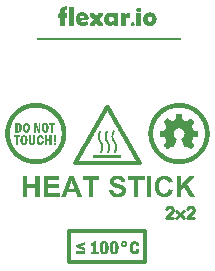
<source format=gto>
%FSTAX44Y44*%
%MOMM*%
%SFA1B1*%

%IPPOS*%
%ADD10C,0.360999*%
%ADD11C,0.220000*%
%ADD12R,12.226276X0.200000*%
%LNpcb1-1*%
%LPD*%
G36*
X00887224Y00429705D02*
X00888724D01*
Y00429569*
X00889678*
Y00429432*
X00890496*
Y00429296*
X00891178*
Y0042916*
X00891723*
Y00429023*
X00892269*
Y00428887*
X00892814*
Y00428752*
X00893223*
Y00428614*
X00893632*
Y00428478*
X00894041*
Y00428342*
X0089445*
Y00428205*
X00894859*
Y00428069*
X00895268*
Y00427933*
X00895541*
Y00427796*
X00895813*
Y0042766*
X00896222*
Y00427523*
X00896495*
Y00427387*
X00896768*
Y00427251*
X0089704*
Y00427115*
X00897313*
Y00426978*
X00897586*
Y00426842*
X00897858*
Y00426706*
X00898131*
Y00426569*
X00898404*
Y00426433*
X0089854*
Y00426296*
X00898813*
Y0042616*
X00899085*
Y00426024*
X00899222*
Y00425887*
X00899494*
Y00425751*
X00899767*
Y00425615*
X00899903*
Y00425479*
X00900176*
Y00425342*
X00900312*
Y00425206*
X00900585*
Y00425069*
X00900721*
Y00424933*
X00900858*
Y00424797*
X0090113*
Y0042466*
X00901267*
Y00424524*
X00901403*
Y00424388*
X00901676*
Y00424251*
X00901812*
Y00424115*
X00901948*
Y00423979*
X00902085*
Y00423842*
X00902357*
Y00423706*
X00902494*
Y0042357*
X0090263*
Y00423433*
X00902766*
Y00423297*
X00902903*
Y00423161*
X00903039*
Y00423024*
X00903175*
Y00422888*
X00903448*
Y00422752*
X00903585*
Y00422615*
X00903721*
Y00422479*
X00903857*
Y00422343*
X00903994*
Y00422206*
X0090413*
Y0042207*
X00904266*
Y00421934*
X00904403*
Y00421797*
X00904539*
Y00421661*
X00904675*
Y00421388*
X00904811*
Y00421252*
X00904948*
Y00421116*
X00905084*
Y00420979*
X00905221*
Y00420843*
X00905357*
Y00420707*
X00905493*
Y0042057*
X0090563*
Y00420298*
X00905766*
Y00420161*
X00905902*
Y00420025*
X00906039*
Y00419889*
X00906175*
Y00419616*
X00906311*
Y00419481*
X00906448*
Y00419343*
X00906584*
Y00419071*
X0090672*
Y00418934*
X00906857*
Y00418798*
X00906993*
Y00418525*
X00907129*
Y00418389*
X00907266*
Y00418116*
X00907402*
Y0041798*
X00907538*
Y00417707*
X00907675*
Y00417434*
X00907811*
Y00417298*
X00907947*
Y00417025*
X00908084*
Y00416753*
X0090822*
Y00416617*
X00908356*
Y00416344*
X00908493*
Y00416071*
X00908629*
Y00415798*
X00908765*
Y00415526*
X00908902*
Y00415253*
X00909038*
Y0041498*
X00909174*
Y00414708*
X00909311*
Y00414435*
X00909447*
Y00414026*
X00909583*
Y00413753*
X0090972*
Y00413344*
X00909856*
Y00413072*
X00909992*
Y00412663*
X00910129*
Y00412254*
X00910265*
Y00411845*
X00910401*
Y00411436*
X00910538*
Y00411027*
X00910674*
Y00410481*
X0091081*
Y00409936*
X00910947*
Y00409391*
X00911083*
Y00408709*
X00911219*
Y00407891*
X00911356*
Y00406937*
X00911492*
Y00405301*
X00911628*
Y00402574*
X00911492*
Y00400939*
X00911356*
Y00399847*
X00911219*
Y00399165*
X00911083*
Y00398484*
X00910947*
Y00397802*
X0091081*
Y00397256*
X00910674*
Y00396848*
X00910538*
Y00396302*
X00910401*
Y00395893*
X00910265*
Y00395484*
X00910129*
Y00395075*
X00909992*
Y00394803*
X00909856*
Y00394393*
X0090972*
Y00393984*
X00909583*
Y00393712*
X00909447*
Y00393439*
X00909311*
Y00393166*
X00909174*
Y00392757*
X00909038*
Y00392485*
X00908902*
Y00392212*
X00908765*
Y00391939*
X00908629*
Y00391668*
X00908493*
Y0039153*
X00908356*
Y00391258*
X0090822*
Y00390985*
X00908084*
Y00390712*
X00907947*
Y00390576*
X00907811*
Y00390303*
X00907675*
Y00390031*
X00907538*
Y00389894*
X00907402*
Y00389622*
X00907266*
Y00389485*
X00907129*
Y00389213*
X00906993*
Y00389076*
X00906857*
Y00388804*
X0090672*
Y00388667*
X00906584*
Y00388531*
X00906448*
Y00388258*
X00906311*
Y00388122*
X00906175*
Y00387986*
X00906039*
Y00387713*
X00905902*
Y00387577*
X00905766*
Y0038744*
X0090563*
Y00387304*
X00905493*
Y00387168*
X00905357*
Y00386895*
X00905221*
Y00386759*
X00905084*
Y00386622*
X00904948*
Y00386486*
X00904811*
Y0038635*
X00904675*
Y00386213*
X00904539*
Y00386077*
X00904403*
Y00385941*
X00904266*
Y00385804*
X0090413*
Y00385668*
X00903994*
Y00385532*
X00903857*
Y00385395*
X00903721*
Y00385259*
X00903585*
Y00385122*
X00903448*
Y00384986*
X00903312*
Y0038485*
X00903175*
Y00384714*
X00903039*
Y00384577*
X00902903*
Y00384441*
X00902766*
Y00384304*
X0090263*
Y00384168*
X00902357*
Y00384032*
X00902221*
Y00383895*
X00902085*
Y00383759*
X00901948*
Y00383623*
X00901812*
Y00383487*
X00901539*
Y0038335*
X00901403*
Y00383214*
X00901267*
Y00383077*
X00900994*
Y00382941*
X00900858*
Y00382805*
X00900585*
Y00382668*
X00900449*
Y00382532*
X00900312*
Y00382397*
X0090004*
Y00382259*
X00899903*
Y00382123*
X00899631*
Y00381987*
X00899358*
Y0038185*
X00899222*
Y00381714*
X00898949*
Y00381578*
X00898813*
Y00381441*
X0089854*
Y00381305*
X00898267*
Y00381169*
X00897995*
Y00381032*
X00897722*
Y00380896*
X00897449*
Y0038076*
X00897177*
Y00380623*
X00896904*
Y00380487*
X00896631*
Y00380351*
X00896359*
Y00380214*
X00896086*
Y00380078*
X00895813*
Y00379942*
X00895404*
Y00379805*
X00895132*
Y00379669*
X00894723*
Y00379533*
X00894313*
Y00379396*
X00893904*
Y0037926*
X00893495*
Y00379124*
X00893086*
Y00378987*
X00892678*
Y00378851*
X00892132*
Y00378715*
X00891587*
Y00378578*
X00890905*
Y00378442*
X00890223*
Y00378306*
X00889405*
Y00378169*
X00888315*
Y00378033*
X00882998*
Y00378169*
X00881907*
Y00378306*
X00881089*
Y00378442*
X00880407*
Y00378578*
X00879725*
Y00378715*
X0087918*
Y00378851*
X00878771*
Y00378987*
X00878226*
Y00379124*
X00877817*
Y0037926*
X00877408*
Y00379396*
X00876999*
Y00379533*
X0087659*
Y00379669*
X00876317*
Y00379805*
X00875908*
Y00379942*
X00875635*
Y00380078*
X00875226*
Y00380214*
X00874954*
Y00380351*
X00874681*
Y00380487*
X00874408*
Y00380623*
X00874136*
Y0038076*
X00873863*
Y00380896*
X0087359*
Y00381032*
X00873317*
Y00381169*
X00873045*
Y00381305*
X00872772*
Y00381441*
X00872636*
Y00381578*
X00872363*
Y00381714*
X00872091*
Y0038185*
X00871954*
Y00381987*
X00871682*
Y00382123*
X00871545*
Y00382259*
X00871272*
Y00382397*
X00871136*
Y00382532*
X00870863*
Y00382668*
X00870727*
Y00382805*
X00870454*
Y00382941*
X00870318*
Y00383077*
X00870182*
Y00383214*
X00869909*
Y0038335*
X00869773*
Y00383487*
X00869636*
Y00383623*
X00869364*
Y00383759*
X00869227*
Y00383895*
X00869091*
Y00384032*
X00868955*
Y00384168*
X00868818*
Y00384304*
X00868546*
Y00384441*
X00868409*
Y00384577*
X00868273*
Y00384714*
X00868137*
Y0038485*
X00868*
Y00384986*
X00867864*
Y00385122*
X00867728*
Y00385259*
X00867591*
Y00385395*
X00867455*
Y00385532*
X00867319*
Y00385668*
X00867182*
Y00385804*
X00867046*
Y00385941*
X0086691*
Y00386077*
X00866773*
Y00386213*
X00866637*
Y0038635*
X00866501*
Y00386486*
X00866364*
Y00386622*
X00866228*
Y00386759*
X00866092*
Y00387031*
X00865955*
Y00387168*
X00865819*
Y00387304*
X00865683*
Y0038744*
X00865546*
Y00387577*
X0086541*
Y00387849*
X00865274*
Y00387986*
X00865137*
Y00388122*
X00865001*
Y00388395*
X00864865*
Y00388531*
X00864728*
Y00388667*
X00864592*
Y0038894*
X00864456*
Y00389076*
X00864319*
Y00389349*
X00864183*
Y00389485*
X00864047*
Y00389758*
X0086391*
Y00389894*
X00863774*
Y00390167*
X00863638*
Y00390303*
X00863501*
Y00390576*
X00863365*
Y00390849*
X00863229*
Y00390985*
X00863092*
Y00391258*
X00862956*
Y0039153*
X0086282*
Y00391803*
X00862683*
Y00392076*
X00862547*
Y00392348*
X00862411*
Y00392621*
X00862274*
Y00392894*
X00862138*
Y00393166*
X00862001*
Y00393439*
X00861865*
Y00393712*
X00861729*
Y00394121*
X00861592*
Y00394393*
X00861456*
Y00394803*
X0086132*
Y00395212*
X00861183*
Y0039562*
X00861047*
Y0039603*
X00860911*
Y00396439*
X00860775*
Y00396848*
X00860638*
Y00397393*
X00860502*
Y00397938*
X00860366*
Y0039862*
X00860229*
Y00399302*
X00860093*
Y0040012*
X00859957*
Y0040121*
X0085982*
Y00402437*
X00859684*
Y00405301*
X0085982*
Y00406664*
X00859957*
Y00407755*
X00860093*
Y00408573*
X00860229*
Y00409254*
X00860366*
Y004098*
X00860502*
Y00410345*
X00860638*
Y0041089*
X00860775*
Y00411299*
X00860911*
Y00411845*
X00861047*
Y00412254*
X00861183*
Y00412663*
X0086132*
Y00412935*
X00861456*
Y00413344*
X00861592*
Y00413617*
X00861729*
Y00414026*
X00861865*
Y00414299*
X00862001*
Y00414571*
X00862138*
Y0041498*
X00862274*
Y00415253*
X00862411*
Y00415526*
X00862547*
Y00415798*
X00862683*
Y00416071*
X0086282*
Y00416207*
X00862956*
Y0041648*
X00863092*
Y00416753*
X00863229*
Y00417025*
X00863365*
Y00417162*
X00863501*
Y00417434*
X00863638*
Y00417707*
X00863774*
Y00417844*
X0086391*
Y00418116*
X00864047*
Y00418253*
X00864183*
Y00418525*
X00864319*
Y00418662*
X00864456*
Y00418934*
X00864592*
Y00419071*
X00864728*
Y00419207*
X00864865*
Y00419481*
X00865001*
Y00419616*
X00865137*
Y00419752*
X00865274*
Y00420025*
X0086541*
Y00420161*
X00865546*
Y00420298*
X00865683*
Y00420434*
X00865819*
Y00420707*
X00865955*
Y00420843*
X00866092*
Y00420979*
X00866228*
Y00421116*
X00866364*
Y00421252*
X00866501*
Y00421388*
X00866637*
Y00421525*
X00866773*
Y00421661*
X0086691*
Y00421797*
X00867046*
Y0042207*
X00867182*
Y00422206*
X00867319*
Y00422343*
X00867455*
Y00422479*
X00867728*
Y00422615*
X00867864*
Y00422752*
X00868*
Y00422888*
X00868137*
Y00423024*
X00868273*
Y00423161*
X00868409*
Y00423297*
X00868546*
Y00423433*
X00868682*
Y0042357*
X00868818*
Y00423706*
X00869091*
Y00423842*
X00869227*
Y00423979*
X00869364*
Y00424115*
X008695*
Y00424251*
X00869636*
Y00424388*
X00869909*
Y00424524*
X00870045*
Y0042466*
X00870182*
Y00424797*
X00870454*
Y00424933*
X00870591*
Y00425069*
X00870863*
Y00425206*
X00871*
Y00425342*
X00871136*
Y00425479*
X00871409*
Y00425615*
X00871682*
Y00425751*
X00871818*
Y00425887*
X00872091*
Y00426024*
X00872227*
Y0042616*
X008725*
Y00426296*
X00872772*
Y00426433*
X00872908*
Y00426569*
X00873181*
Y00426706*
X00873454*
Y00426842*
X00873727*
Y00426978*
X00873999*
Y00427115*
X00874272*
Y00427251*
X00874545*
Y00427387*
X00874817*
Y00427523*
X0087509*
Y0042766*
X00875499*
Y00427796*
X00875772*
Y00427933*
X00876181*
Y00428069*
X00876453*
Y00428205*
X00876862*
Y00428342*
X00877271*
Y00428478*
X0087768*
Y00428614*
X00878089*
Y00428752*
X00878498*
Y00428887*
X00879044*
Y00429023*
X00879589*
Y0042916*
X00880134*
Y00429296*
X00880816*
Y00429432*
X00881634*
Y00429569*
X00882588*
Y00429705*
X00884088*
Y00429841*
X00887224*
Y00429705*
G37*
G36*
X01008019D02*
X01009791D01*
Y00429569*
X01010882*
Y00429432*
X010117*
Y00429296*
X01012382*
Y0042916*
X01012927*
Y00429023*
X01013473*
Y00428887*
X01014018*
Y00428752*
X01014427*
Y00428614*
X01014972*
Y00428478*
X01015381*
Y00428342*
X01015654*
Y00428205*
X01016063*
Y00428069*
X01016472*
Y00427933*
X01016745*
Y00427796*
X01017154*
Y0042766*
X01017426*
Y00427523*
X01017699*
Y00427387*
X01017972*
Y00427251*
X01018244*
Y00427115*
X01018517*
Y00426978*
X0101879*
Y00426842*
X01019062*
Y00426706*
X01019335*
Y00426569*
X01019608*
Y00426433*
X01019881*
Y00426296*
X01020017*
Y0042616*
X0102029*
Y00426024*
X01020562*
Y00425887*
X01020699*
Y00425751*
X01020971*
Y00425615*
X01021244*
Y00425479*
X0102138*
Y00425342*
X01021653*
Y00425206*
X01021789*
Y00425069*
X01021926*
Y00424933*
X01022198*
Y00424797*
X01022335*
Y0042466*
X01022471*
Y00424524*
X01022744*
Y00424388*
X0102288*
Y00424251*
X01023016*
Y00424115*
X01023289*
Y00423979*
X01023425*
Y00423842*
X01023562*
Y00423706*
X01023698*
Y0042357*
X01023834*
Y00423433*
X01024107*
Y00423297*
X01024243*
Y00423161*
X0102438*
Y00423024*
X01024516*
Y00422888*
X01024652*
Y00422752*
X01024789*
Y00422615*
X01024925*
Y00422479*
X01025061*
Y00422343*
X01025198*
Y00422206*
X01025334*
Y0042207*
X0102547*
Y00421934*
X01025607*
Y00421797*
X01025743*
Y00421661*
X01025879*
Y00421525*
X01026016*
Y00421388*
X01026152*
Y00421252*
X01026288*
Y00421116*
X01026425*
Y00420979*
X01026561*
Y00420707*
X01026697*
Y0042057*
X01026834*
Y00420434*
X0102697*
Y00420298*
X01027106*
Y00420161*
X01027243*
Y00419889*
X01027379*
Y00419752*
X01027515*
Y00419616*
X01027652*
Y00419343*
X01027788*
Y00419207*
X01027924*
Y00419071*
X01028061*
Y00418798*
X01028197*
Y00418662*
X01028333*
Y00418389*
X0102847*
Y00418253*
X01028606*
Y0041798*
X01028743*
Y00417844*
X01028879*
Y00417571*
X01029015*
Y00417434*
X01029152*
Y00417162*
X01029288*
Y00416889*
X01029424*
Y00416753*
X0102956*
Y0041648*
X01029697*
Y00416207*
X01029833*
Y00415935*
X0102997*
Y00415662*
X01030106*
Y0041539*
X01030242*
Y00415117*
X01030378*
Y00414844*
X01030515*
Y00414571*
X01030651*
Y00414299*
X01030787*
Y0041389*
X01030924*
Y00413617*
X0103106*
Y00413208*
X01031197*
Y00412935*
X01031333*
Y00412526*
X01031469*
Y00412117*
X01031606*
Y00411708*
X01031742*
Y00411299*
X01031878*
Y00410754*
X01032015*
Y0041021*
X01032151*
Y00409663*
X01032287*
Y00409118*
X01032424*
Y004083*
X0103256*
Y00407482*
X01032696*
Y00406391*
X01032833*
Y00404619*
X01032969*
Y00403119*
X01032833*
Y00401347*
X01032696*
Y00400256*
X0103256*
Y00399438*
X01032424*
Y0039862*
X01032287*
Y00398075*
X01032151*
Y00397529*
X01032015*
Y00396984*
X01031878*
Y00396439*
X01031742*
Y0039603*
X01031606*
Y0039562*
X01031469*
Y00395212*
X01031333*
Y00394803*
X01031197*
Y0039453*
X0103106*
Y00394121*
X01030924*
Y00393848*
X01030787*
Y00393439*
X01030651*
Y00393166*
X01030515*
Y00392894*
X01030378*
Y00392621*
X01030242*
Y00392348*
X01030106*
Y00392076*
X0102997*
Y00391803*
X01029833*
Y0039153*
X01029697*
Y00391258*
X0102956*
Y00390985*
X01029424*
Y00390849*
X01029288*
Y00390576*
X01029152*
Y00390303*
X01029015*
Y00390167*
X01028879*
Y00389894*
X01028743*
Y00389758*
X01028606*
Y00389485*
X0102847*
Y00389349*
X01028333*
Y00389076*
X01028197*
Y0038894*
X01028061*
Y00388667*
X01027924*
Y00388531*
X01027788*
Y00388395*
X01027652*
Y00388122*
X01027515*
Y00387986*
X01027379*
Y00387849*
X01027243*
Y00387577*
X01027106*
Y0038744*
X0102697*
Y00387304*
X01026834*
Y00387168*
X01026697*
Y00387031*
X01026561*
Y00386895*
X01026425*
Y00386622*
X01026288*
Y00386486*
X01026152*
Y0038635*
X01026016*
Y00386213*
X01025879*
Y00386077*
X01025743*
Y00385941*
X01025607*
Y00385804*
X0102547*
Y00385668*
X01025334*
Y00385532*
X01025198*
Y00385395*
X01025061*
Y00385259*
X01024925*
Y00385122*
X01024789*
Y00384986*
X01024652*
Y0038485*
X01024516*
Y00384714*
X0102438*
Y00384577*
X01024243*
Y00384441*
X01024107*
Y00384304*
X01023834*
Y00384168*
X01023698*
Y00384032*
X01023562*
Y00383895*
X01023425*
Y00383759*
X01023289*
Y00383623*
X01023016*
Y00383487*
X0102288*
Y0038335*
X01022744*
Y00383214*
X01022471*
Y00383077*
X01022335*
Y00382941*
X01022198*
Y00382805*
X01021926*
Y00382668*
X01021789*
Y00382532*
X01021516*
Y00382397*
X0102138*
Y00382259*
X01021107*
Y00382123*
X01020971*
Y00381987*
X01020699*
Y0038185*
X01020562*
Y00381714*
X0102029*
Y00381578*
X01020017*
Y00381441*
X01019881*
Y00381305*
X01019608*
Y00381169*
X01019335*
Y00381032*
X01019062*
Y00380896*
X0101879*
Y0038076*
X01018517*
Y00380623*
X01018244*
Y00380487*
X01017972*
Y00380351*
X01017699*
Y00380214*
X01017426*
Y00380078*
X01017154*
Y00379942*
X01016745*
Y00379805*
X01016472*
Y00379669*
X01016063*
Y00379533*
X01015654*
Y00379396*
X01015245*
Y0037926*
X01014836*
Y00379124*
X01014427*
Y00378987*
X01014018*
Y00378851*
X01013473*
Y00378715*
X01012927*
Y00378578*
X01012382*
Y00378442*
X010117*
Y00378306*
X01010882*
Y00378169*
X01009791*
Y00378033*
X01008019*
Y00377897*
X01005974*
Y00378033*
X01004065*
Y00378169*
X01003111*
Y00378306*
X01002293*
Y00378442*
X01001611*
Y00378578*
X0100093*
Y00378715*
X01000384*
Y00378851*
X00999975*
Y00378987*
X0099943*
Y00379124*
X00999021*
Y0037926*
X00998612*
Y00379396*
X00998203*
Y00379533*
X00997794*
Y00379669*
X00997521*
Y00379805*
X00997112*
Y00379942*
X00996839*
Y00380078*
X00996567*
Y00380214*
X00996158*
Y00380351*
X00995885*
Y00380487*
X00995612*
Y00380623*
X0099534*
Y0038076*
X00995067*
Y00380896*
X00994794*
Y00381032*
X00994522*
Y00381169*
X00994249*
Y00381305*
X00994113*
Y00381441*
X0099384*
Y00381578*
X00993567*
Y00381714*
X00993431*
Y0038185*
X00993158*
Y00381987*
X00992886*
Y00382123*
X00992749*
Y00382259*
X00992477*
Y00382397*
X0099234*
Y00382532*
X00992068*
Y00382668*
X00991931*
Y00382805*
X00991795*
Y00382941*
X00991522*
Y00383077*
X00991386*
Y00383214*
X0099125*
Y0038335*
X00990977*
Y00383487*
X00990841*
Y00383623*
X00990704*
Y00383759*
X00990568*
Y00383895*
X00990295*
Y00384032*
X00990159*
Y00384168*
X00990023*
Y00384304*
X00989886*
Y00384441*
X0098975*
Y00384577*
X00989613*
Y00384714*
X00989477*
Y0038485*
X00989204*
Y00384986*
X00989068*
Y00385122*
X00988932*
Y00385259*
X00988795*
Y00385395*
X00988659*
Y00385532*
X00988523*
Y00385668*
X00988387*
Y00385804*
X0098825*
Y00385941*
X00988114*
Y00386077*
X00987978*
Y0038635*
X00987841*
Y00386486*
X00987705*
Y00386622*
X00987569*
Y00386759*
X00987432*
Y00386895*
X00987296*
Y00387031*
X00987159*
Y00387168*
X00987023*
Y0038744*
X00986887*
Y00387577*
X0098675*
Y00387713*
X00986614*
Y00387849*
X00986478*
Y00388122*
X00986341*
Y00388258*
X00986205*
Y00388395*
X00986069*
Y00388667*
X00985932*
Y00388804*
X00985796*
Y0038894*
X0098566*
Y00389213*
X00985523*
Y00389349*
X00985387*
Y00389622*
X00985251*
Y00389758*
X00985114*
Y00390031*
X00984978*
Y00390167*
X00984842*
Y0039044*
X00984705*
Y00390712*
X00984569*
Y00390849*
X00984433*
Y00391121*
X00984296*
Y00391394*
X0098416*
Y00391668*
X00984024*
Y00391939*
X00983887*
Y00392212*
X00983751*
Y00392485*
X00983615*
Y00392757*
X00983478*
Y0039303*
X00983342*
Y00393303*
X00983206*
Y00393576*
X00983069*
Y00393984*
X00982933*
Y00394257*
X00982797*
Y00394666*
X0098266*
Y00395075*
X00982524*
Y00395348*
X00982388*
Y00395757*
X00982251*
Y00396166*
X00982115*
Y00396711*
X00981979*
Y0039712*
X00981842*
Y00397666*
X00981706*
Y00398347*
X0098157*
Y00398893*
X00981433*
Y00399711*
X00981297*
Y00399983*
Y0040012*
Y00400665*
X00981161*
Y00402028*
X00981024*
Y00405709*
X00981161*
Y00407073*
X00981297*
Y00408027*
X00981433*
Y00408845*
X0098157*
Y00409391*
X00981706*
Y00410072*
X00981842*
Y00410618*
X00981979*
Y00411027*
X00982115*
Y00411572*
X00982251*
Y00411981*
X00982388*
Y0041239*
X00982524*
Y00412799*
X0098266*
Y00413072*
X00982797*
Y00413481*
X00982933*
Y00413753*
X00983069*
Y00414163*
X00983206*
Y00414435*
X00983342*
Y00414708*
X00983478*
Y0041498*
X00983615*
Y00415253*
X00983751*
Y00415526*
X00983887*
Y00415798*
X00984024*
Y00416071*
X0098416*
Y00416344*
X00984296*
Y00416617*
X00984433*
Y00416889*
X00984569*
Y00417025*
X00984705*
Y00417298*
X00984842*
Y00417571*
X00984978*
Y00417707*
X00985114*
Y0041798*
X00985251*
Y00418116*
X00985387*
Y00418389*
X00985523*
Y00418525*
X0098566*
Y00418798*
X00985796*
Y00418934*
X00985932*
Y00419071*
X00986069*
Y00419343*
X00986205*
Y00419481*
X00986341*
Y00419616*
X00986478*
Y00419889*
X00986614*
Y00420025*
X0098675*
Y00420161*
X00986887*
Y00420434*
X00987023*
Y0042057*
X00987159*
Y00420707*
X00987296*
Y00420843*
X00987432*
Y00420979*
X00987569*
Y00421116*
X00987705*
Y00421252*
X00987841*
Y00421525*
X00987978*
Y00421661*
X00988114*
Y00421797*
X0098825*
Y00421934*
X00988387*
Y0042207*
X00988523*
Y00422206*
X00988659*
Y00422343*
X00988795*
Y00422479*
X00988932*
Y00422615*
X00989068*
Y00422752*
X00989204*
Y00422888*
X00989341*
Y00423024*
X00989613*
Y00423161*
X0098975*
Y00423297*
X00989886*
Y00423433*
X00990023*
Y0042357*
X00990159*
Y00423706*
X00990295*
Y00423842*
X00990568*
Y00423979*
X00990704*
Y00424115*
X00990841*
Y00424251*
X00990977*
Y00424388*
X0099125*
Y00424524*
X00991386*
Y0042466*
X00991522*
Y00424797*
X00991795*
Y00424933*
X00991931*
Y00425069*
X00992068*
Y00425206*
X0099234*
Y00425342*
X00992477*
Y00425479*
X00992749*
Y00425615*
X00992886*
Y00425751*
X00993158*
Y00425887*
X00993431*
Y00426024*
X00993567*
Y0042616*
X0099384*
Y00426296*
X00994113*
Y00426433*
X00994249*
Y00426569*
X00994522*
Y00426706*
X00994794*
Y00426842*
X00995067*
Y00426978*
X0099534*
Y00427115*
X00995612*
Y00427251*
X00995885*
Y00427387*
X00996158*
Y00427523*
X0099643*
Y0042766*
X00996839*
Y00427796*
X00997112*
Y00427933*
X00997521*
Y00428069*
X00997794*
Y00428205*
X00998203*
Y00428342*
X00998612*
Y00428478*
X00999021*
Y00428614*
X0099943*
Y00428752*
X00999839*
Y00428887*
X01000384*
Y00429023*
X0100093*
Y0042916*
X01001611*
Y00429296*
X01002293*
Y00429432*
X01003111*
Y00429569*
X01004065*
Y00429705*
X01005838*
Y00429841*
X01008019*
Y00429705*
G37*
G36*
X00946667Y00428205D02*
X00947076D01*
Y00428069*
X00947349*
Y00427933*
X00947622*
Y0042766*
X00947758*
Y00427523*
X00947894*
Y00427387*
X00948031*
Y00427251*
X00948167*
Y00426978*
X00948303*
Y00426706*
X0094844*
Y00426433*
X00948576*
Y0042616*
X00948712*
Y00426024*
X00948849*
Y00425615*
X00948985*
Y00425479*
X00949121*
Y00425206*
X00949258*
Y00425069*
X00949394*
Y00424797*
X0094953*
Y00424524*
X00949667*
Y00424251*
X00949803*
Y00424115*
X00949939*
Y00423842*
X00950076*
Y0042357*
X00950212*
Y00423297*
X00950348*
Y00423024*
X00950485*
Y00422888*
X00950621*
Y00422615*
X00950757*
Y00422479*
X00950894*
Y00422206*
X0095103*
Y00421934*
X00951166*
Y00421661*
X00951303*
Y00421525*
X00951439*
Y00421252*
X00951575*
Y00420843*
X00951712*
Y00420707*
X00951848*
Y00420434*
X00951984*
Y00420298*
X00952121*
Y00420025*
X00952257*
Y00419752*
X00952393*
Y00419481*
X0095253*
Y00419343*
X00952666*
Y00419071*
X00952802*
Y00418798*
X00952939*
Y00418525*
X00953075*
Y00418253*
X00953211*
Y00418116*
X00953348*
Y00417844*
X00953484*
Y00417571*
X0095362*
Y00417434*
X00953757*
Y00417162*
X00953893*
Y00416889*
X00954029*
Y00416753*
X00954166*
Y00416344*
X00954302*
Y00416207*
X00954438*
Y00415935*
X00954575*
Y00415662*
X00954711*
Y00415526*
X00954847*
Y00415253*
X00954984*
Y0041498*
X0095512*
Y00414844*
X00955256*
Y00414571*
X00955393*
Y00414299*
X00955529*
Y00414026*
X00955666*
Y00413753*
X00955802*
Y00413617*
X00955938*
Y00413344*
X00956075*
Y00413072*
X00956211*
Y00412799*
X00956347*
Y00412663*
X00956484*
Y0041239*
X0095662*
Y00412254*
X00956756*
Y00411845*
X00956892*
Y00411708*
X00957029*
Y00411436*
X00957165*
Y00411163*
X00957301*
Y00411027*
X00957438*
Y00410618*
X00957574*
Y00410481*
X0095771*
Y0041021*
X00957847*
Y00410072*
X00957983*
Y004098*
X00958119*
Y00409527*
X00958256*
Y00409254*
X00958392*
Y00409118*
X00958529*
Y00408845*
X00958665*
Y00408573*
X00958801*
Y004083*
X00958938*
Y00408027*
X00959074*
Y00407891*
X0095921*
Y00407618*
X00959347*
Y00407346*
X00959483*
Y00407073*
X00959619*
Y00406937*
X00959756*
Y00406664*
X00959892*
Y00406391*
X00960028*
Y00406118*
X00960165*
Y00405846*
X00960301*
Y00405709*
X00960437*
Y00405437*
X00960574*
Y00405301*
X0096071*
Y00405028*
X00960846*
Y00404755*
X00960983*
Y00404482*
X00961119*
Y00404346*
X00961255*
Y00404074*
X00961392*
Y00403801*
X00961528*
Y00403528*
X00961664*
Y00403392*
X00961801*
Y00403119*
X00961937*
Y00402983*
X00962073*
Y00402574*
X0096221*
Y00402437*
X00962346*
Y00402165*
X00962482*
Y00401892*
X00962619*
Y00401619*
X00962755*
Y00401347*
X00962891*
Y0040121*
X00963028*
Y00400939*
X00963164*
Y00400801*
X009633*
Y00400392*
X00963437*
Y00400256*
X00963573*
Y00399983*
X00963709*
Y00399847*
X00963846*
Y00399574*
X00963982*
Y00399165*
X00964118*
Y00399029*
X00964255*
Y00398756*
X00964391*
Y0039862*
X00964527*
Y00398347*
X00964664*
Y00398075*
X009648*
Y00397802*
X00964936*
Y00397666*
X00965073*
Y00397393*
X00965209*
Y00397256*
X00965346*
Y00396848*
X00965482*
Y00396575*
X00965618*
Y00396439*
X00965754*
Y00396166*
X00965891*
Y00395893*
X00966027*
Y0039562*
X00966163*
Y00395484*
X009663*
Y00395212*
X00966436*
Y00395075*
X00966572*
Y00394666*
X00966709*
Y0039453*
X00966845*
Y00394257*
X00966981*
Y00393984*
X00967118*
Y00393848*
X00967254*
Y00393439*
X00967391*
Y00393303*
X00967527*
Y0039303*
X00967663*
Y00392894*
X009678*
Y00392621*
X00967936*
Y00392348*
X00968072*
Y00392076*
X00968209*
Y00391939*
X00968345*
Y00391668*
X00968481*
Y00391394*
X00968617*
Y00391121*
X00968754*
Y00390985*
X0096889*
Y00390712*
X00969027*
Y00390576*
X00969163*
Y00390167*
X00969299*
Y00390031*
X00969436*
Y00389758*
X00969572*
Y00389485*
X00969708*
Y00389349*
X00969845*
Y0038894*
X00969981*
Y00388804*
X00970117*
Y00388531*
X00970254*
Y00388395*
X0097039*
Y00388122*
X00970526*
Y00387849*
X00970663*
Y00387577*
X00970799*
Y0038744*
X00970935*
Y00387168*
X00971072*
Y00386895*
X00971208*
Y00386622*
X00971344*
Y0038635*
X00971481*
Y00386213*
X00971617*
Y00385941*
X00971753*
Y00385804*
X0097189*
Y00385395*
X00972026*
Y00385259*
X00972162*
Y00384986*
X00972299*
Y0038485*
X00972435*
Y00384441*
X00972571*
Y00384168*
X00972708*
Y00384032*
X00972844*
Y00383759*
X0097298*
Y00383623*
X00973117*
Y00383214*
X00973253*
Y00383077*
X00973389*
Y00382805*
X00973526*
Y00382668*
X00973662*
Y00382397*
X00973798*
Y00382123*
X00973935*
Y0038185*
X00974071*
Y00381578*
X00974207*
Y00381441*
X00974344*
Y00381169*
X0097448*
Y00380896*
X00974616*
Y00380623*
X00974753*
Y00380487*
X00974889*
Y00380214*
X00975025*
Y00379805*
X00975162*
Y00378442*
X00975025*
Y00378306*
X00974889*
Y00378033*
X00974753*
Y00377897*
X00974616*
Y0037776*
X0097448*
Y00377624*
X00974207*
Y00377488*
X00973935*
Y00377351*
X00973526*
Y00377215*
X00918991*
Y00377351*
X00918445*
Y00377488*
X00918309*
Y00377624*
X00918036*
Y0037776*
X009179*
Y00378033*
X00917764*
Y00378169*
X00917627*
Y00378306*
X00917491*
Y00378987*
X00917355*
Y00379533*
X00917491*
Y00380078*
X00917627*
Y00380351*
X00917764*
Y00380623*
X009179*
Y0038076*
X00918036*
Y00381032*
X00918173*
Y00381305*
X00918309*
Y00381578*
X00918445*
Y00381714*
X00918582*
Y00381987*
X00918718*
Y00382259*
X00918854*
Y00382532*
X00918991*
Y00382805*
X00919127*
Y00382941*
X00919263*
Y00383214*
X009194*
Y00383487*
X00919536*
Y00383623*
X00919672*
Y00383895*
X00919809*
Y00384168*
X00919945*
Y00384304*
X00920081*
Y00384714*
X00920218*
Y0038485*
X00920354*
Y00385122*
X0092049*
Y00385395*
X00920627*
Y00385532*
X00920763*
Y00385804*
X00920899*
Y00386077*
X00921036*
Y00386213*
X00921172*
Y00386486*
X00921308*
Y00386759*
X00921445*
Y00387031*
X00921581*
Y00387304*
X00921717*
Y0038744*
X00921854*
Y00387713*
X0092199*
Y00387986*
X00922126*
Y00388258*
X00922263*
Y00388395*
X00922399*
Y00388667*
X00922535*
Y00388804*
X00922672*
Y00389213*
X00922808*
Y00389349*
X00922944*
Y00389622*
X00923081*
Y00389894*
X00923217*
Y00390031*
X00923353*
Y0039044*
X0092349*
Y00390576*
X00923626*
Y00390849*
X00923763*
Y00390985*
X00923899*
Y00391258*
X00924035*
Y0039153*
X00924172*
Y00391803*
X00924308*
Y00392076*
X00924444*
Y00392212*
X00924581*
Y00392485*
X00924717*
Y00392757*
X00924853*
Y0039303*
X00924989*
Y00393166*
X00925126*
Y00393439*
X00925262*
Y00393712*
X00925398*
Y00393984*
X00925535*
Y00394121*
X00925671*
Y00394393*
X00925807*
Y00394666*
X00925944*
Y00394939*
X0092608*
Y00395212*
X00926217*
Y00395348*
X00926353*
Y0039562*
X00926489*
Y00395757*
X00926626*
Y0039603*
X00926762*
Y00396302*
X00926898*
Y00396575*
X00927035*
Y00396711*
X00927171*
Y00396984*
X00927307*
Y00397256*
X00927444*
Y00397529*
X0092758*
Y00397802*
X00927716*
Y00397938*
X00927853*
Y00398211*
X00927989*
Y00398484*
X00928125*
Y0039862*
X00928262*
Y00398893*
X00928398*
Y00399165*
X00928534*
Y00399438*
X00928671*
Y00399711*
X00928807*
Y00399847*
X00928943*
Y0040012*
X0092908*
Y00400392*
X00929216*
Y00400665*
X00929352*
Y00400801*
X00929489*
Y00401074*
X00929625*
Y0040121*
X00929761*
Y00401483*
X00929898*
Y00401892*
X00930034*
Y00402028*
X0093017*
Y00402301*
X00930307*
Y00402437*
X00930443*
Y0040271*
X00930579*
Y00402983*
X00930716*
Y00403255*
X00930852*
Y00403392*
X00930988*
Y00403665*
X00931125*
Y00403801*
X00931261*
Y0040421*
X00931397*
Y00404482*
X00931534*
Y00404619*
X0093167*
Y00404892*
X00931806*
Y00405164*
X00931943*
Y00405437*
X00932079*
Y00405573*
X00932215*
Y00405846*
X00932352*
Y00405982*
X00932488*
Y00406391*
X00932624*
Y00406528*
X00932761*
Y004068*
X00932897*
Y00407073*
X00933033*
Y00407209*
X0093317*
Y00407618*
X00933306*
Y00407755*
X00933442*
Y00408027*
X00933579*
Y00408164*
X00933715*
Y00408436*
X00933851*
Y00408709*
X00933988*
Y00408982*
X00934124*
Y00409118*
X0093426*
Y00409391*
X00934397*
Y00409663*
X00934533*
Y00409936*
X00934669*
Y0041021*
X00934806*
Y00410345*
X00934942*
Y00410618*
X00935078*
Y00410754*
X00935215*
Y00411027*
X00935351*
Y00411299*
X00935488*
Y00411572*
X00935624*
Y00411708*
X0093576*
Y00412117*
X00935897*
Y0041239*
X00936033*
Y00412526*
X00936169*
Y00412799*
X00936306*
Y00412935*
X00936442*
Y00413208*
X00936578*
Y00413481*
X00936715*
Y00413617*
X00936851*
Y0041389*
X00936987*
Y00414163*
X00937124*
Y00414435*
X0093726*
Y00414708*
X00937396*
Y0041498*
X00937533*
Y00415117*
X00937669*
Y0041539*
X00937805*
Y00415662*
X00937942*
Y00415798*
X00938078*
Y00416071*
X00938214*
Y00416207*
X00938351*
Y0041648*
X00938487*
Y00416889*
X00938623*
Y00417025*
X0093876*
Y00417298*
X00938896*
Y00417434*
X00939032*
Y00417844*
X00939169*
Y0041798*
X00939305*
Y00418253*
X00939441*
Y00418389*
X00939578*
Y00418662*
X00939714*
Y00418934*
X0093985*
Y00419207*
X00939987*
Y00419481*
X00940123*
Y00419616*
X00940259*
Y00419889*
X00940396*
Y00420161*
X00940532*
Y00420434*
X00940668*
Y0042057*
X00940805*
Y00420843*
X00940941*
Y00420979*
X00941077*
Y00421388*
X00941214*
Y00421525*
X0094135*
Y00421797*
X00941486*
Y0042207*
X00941623*
Y00422206*
X00941759*
Y00422615*
X00941895*
Y00422752*
X00942032*
Y00423024*
X00942168*
Y00423161*
X00942304*
Y00423433*
X00942441*
Y00423706*
X00942577*
Y00423979*
X00942713*
Y00424115*
X0094285*
Y00424388*
X00942986*
Y00424797*
X00943122*
Y00424933*
X00943259*
Y00425206*
X00943395*
Y00425342*
X00943531*
Y00425615*
X00943668*
Y00425887*
X00943804*
Y00426024*
X0094394*
Y00426296*
X00944077*
Y00426569*
X00944213*
Y00426706*
X00944349*
Y00427115*
X00944486*
Y00427387*
X00944622*
Y00427523*
X00944759*
Y0042766*
X00944895*
Y00427796*
X00945031*
Y00427933*
X00945168*
Y00428069*
X0094544*
Y00428205*
X00945849*
Y00428342*
X00946667*
Y00428205*
G37*
G36*
X00955529Y0036808D02*
X0095662D01*
Y00367944*
X00957301*
Y00367808*
X00957847*
Y00367671*
X00958256*
Y00367535*
X00958529*
Y00367399*
X00958801*
Y00367262*
X00959074*
Y00367126*
X00959347*
Y0036699*
X00959483*
Y00366853*
X00959756*
Y00366717*
X00959892*
Y00366581*
X00960028*
Y00366444*
X00960165*
Y00366308*
X00960301*
Y00366035*
X00960437*
Y00365899*
X00960574*
Y00365626*
X0096071*
Y0036549*
X00960846*
Y00365217*
X00960983*
Y00364808*
X00961119*
Y00364536*
X00961255*
Y00364127*
X00961392*
Y00363581*
X00961528*
Y00362763*
X00958392*
Y00362627*
X00957983*
Y00363036*
X00957847*
Y00363445*
X0095771*
Y00363718*
X00957574*
Y0036399*
X00957438*
Y00364263*
X00957301*
Y00364399*
X00957165*
Y00364536*
X00957029*
Y00364672*
X00956756*
Y00364808*
X0095662*
Y00364945*
X00956211*
Y00365081*
X00955666*
Y00365217*
X00953893*
Y00365081*
X00953211*
Y00364945*
X00952939*
Y00364808*
X0095253*
Y00364672*
X00952393*
Y00364536*
X00952257*
Y00364399*
X00952121*
Y00364263*
X00951984*
Y0036399*
X00951848*
Y00363036*
X00951984*
Y00362763*
X00952121*
Y00362627*
X00952257*
Y00362354*
X0095253*
Y00362218*
X00952802*
Y00362081*
X00953075*
Y00361945*
X00953484*
Y00361809*
X00953757*
Y00361672*
X00954302*
Y00361536*
X00954711*
Y003614*
X0095512*
Y00361263*
X00955666*
Y00361127*
X00956211*
Y00360991*
X00956756*
Y00360854*
X00957165*
Y00360718*
X00957574*
Y00360582*
X00958119*
Y00360445*
X00958529*
Y00360309*
X00958801*
Y00360173*
X0095921*
Y00360036*
X00959483*
Y003599*
X00959619*
Y00359764*
X00959892*
Y00359627*
X00960028*
Y00359491*
X00960165*
Y00359355*
X00960437*
Y00359218*
X00960574*
Y00359082*
X0096071*
Y00358946*
X00960846*
Y00358809*
X00960983*
Y00358537*
X00961119*
Y003584*
X00961255*
Y00358264*
X00961392*
Y00357991*
X00961528*
Y00357719*
X00961664*
Y0035731*
X00961801*
Y00356901*
X00961937*
Y00356219*
X00962073*
Y00354719*
X00961937*
Y00354038*
X00961801*
Y00353628*
X00961664*
Y00353219*
X00961528*
Y00352947*
X00961392*
Y00352674*
X00961255*
Y00352401*
X00961119*
Y00352265*
X00960983*
Y00352129*
X00960846*
Y00351992*
X0096071*
Y00351856*
X00960574*
Y0035172*
X00960437*
Y00351584*
X00960301*
Y00351447*
X00960165*
Y00351311*
X00960028*
Y00351174*
X00959756*
Y00351038*
X00959619*
Y00350902*
X00959347*
Y00350765*
X0095921*
Y00350629*
X00958801*
Y00350493*
X00958529*
Y00350356*
X00957983*
Y0035022*
X00957438*
Y00350084*
X00956347*
Y00349947*
X00953757*
Y00350084*
X00952939*
Y0035022*
X00952257*
Y00350356*
X00951848*
Y00350493*
X00951439*
Y00350629*
X00951166*
Y00350765*
X00950894*
Y00350902*
X00950621*
Y00351038*
X00950348*
Y00351174*
X00950076*
Y00351311*
X00949939*
Y00351447*
X00949803*
Y00351584*
X00949667*
Y0035172*
X0094953*
Y00351856*
X00949394*
Y00351992*
X00949258*
Y00352265*
X00949121*
Y00352401*
X00948985*
Y00352538*
X00948849*
Y00352811*
X00948712*
Y00353083*
X00948576*
Y00353219*
X0094844*
Y00353628*
X00948303*
Y00353901*
X00948167*
Y0035431*
X00948031*
Y00354719*
X00947894*
Y00355401*
X00947758*
Y00355946*
X00948167*
Y00356083*
X0094953*
Y00356219*
X00950894*
Y00356355*
X00951166*
Y00356083*
X00951303*
Y00355537*
X00951439*
Y00355265*
X00951575*
Y00354856*
X00951712*
Y00354584*
X00951848*
Y0035431*
X00951984*
Y00354174*
X00952121*
Y00354038*
X00952257*
Y00353901*
X00952393*
Y00353765*
X0095253*
Y00353628*
X00952666*
Y00353492*
X00952939*
Y00353356*
X00953211*
Y00353219*
X0095362*
Y00353083*
X00954166*
Y00352947*
X00955938*
Y00353083*
X00956484*
Y00353219*
X00957029*
Y00353356*
X00957301*
Y00353492*
X00957438*
Y00353628*
X0095771*
Y00353765*
X00957847*
Y00353901*
X00957983*
Y00354174*
X00958119*
Y0035431*
X00958256*
Y00354584*
X00958392*
Y00354992*
X00958529*
Y00355674*
X00958392*
Y00356083*
X00958256*
Y00356355*
X00958119*
Y00356492*
X00957983*
Y00356628*
X00957847*
Y00356764*
X00957574*
Y00356901*
X00957301*
Y00357037*
X00957029*
Y00357173*
X0095662*
Y0035731*
X00956211*
Y00357446*
X00955666*
Y00357582*
X00955256*
Y00357719*
X00954711*
Y00357855*
X00954166*
Y00357991*
X0095362*
Y00358128*
X00953075*
Y00358264*
X00952802*
Y003584*
X00952393*
Y00358537*
X00951984*
Y00358673*
X00951575*
Y00358809*
X00951303*
Y00358946*
X0095103*
Y00359082*
X00950757*
Y00359218*
X00950621*
Y00359355*
X00950348*
Y00359491*
X00950212*
Y00359627*
X00950076*
Y00359764*
X00949939*
Y003599*
X00949803*
Y00360036*
X00949667*
Y00360173*
X0094953*
Y00360309*
X00949394*
Y00360582*
X00949258*
Y00360718*
X00949121*
Y00360991*
X00948985*
Y00361127*
X00948849*
Y00361536*
X00948712*
Y00361809*
X00948576*
Y00362354*
X0094844*
Y00364127*
X00948576*
Y00364672*
X00948712*
Y00365081*
X00948849*
Y00365354*
X00948985*
Y00365626*
X00949121*
Y00365899*
X00949258*
Y00366035*
X00949394*
Y00366172*
X0094953*
Y00366308*
X00949667*
Y00366444*
X00949803*
Y00366581*
X00949939*
Y00366717*
X00950076*
Y00366853*
X00950212*
Y0036699*
X00950485*
Y00367126*
X00950621*
Y00367262*
X00950757*
Y00367399*
X00951166*
Y00367535*
X00951439*
Y00367671*
X00951848*
Y00367808*
X00952257*
Y00367944*
X00952939*
Y0036808*
X00954029*
Y00368217*
X00955529*
Y0036808*
G37*
G36*
X00995203D02*
X00996158D01*
Y00367944*
X00996703*
Y00367808*
X00997112*
Y00367671*
X00997657*
Y00367535*
X0099793*
Y00367399*
X00998203*
Y00367262*
X00998475*
Y00367126*
X00998748*
Y0036699*
X00999021*
Y00366853*
X00999157*
Y00366717*
X0099943*
Y00366581*
X00999566*
Y00366444*
X00999703*
Y00366308*
X00999839*
Y00366172*
X00999975*
Y00366035*
X01000112*
Y00365899*
X01000248*
Y00365626*
X01000384*
Y0036549*
X01000521*
Y00365354*
X01000657*
Y00365081*
X01000793*
Y00364808*
X0100093*
Y00364672*
X01001066*
Y00364399*
X01001202*
Y00364127*
X01001339*
Y00363855*
X01001475*
Y00363445*
X01001611*
Y00363036*
X01001339*
Y003629*
X01000793*
Y00362763*
X01000248*
Y00362627*
X00999703*
Y0036249*
X00999021*
Y00362354*
X00998475*
Y00362218*
X00998066*
Y00362627*
X0099793*
Y003629*
X00997794*
Y00363172*
X00997657*
Y00363445*
X00997521*
Y00363718*
X00997385*
Y00363855*
X00997249*
Y0036399*
X00997112*
Y00364127*
X00996976*
Y00364263*
X00996839*
Y00364399*
X00996703*
Y00364536*
X0099643*
Y00364672*
X00996158*
Y00364808*
X00995885*
Y00364945*
X0099534*
Y00365081*
X00994522*
Y00365217*
X00994249*
Y00365081*
X00993431*
Y00364945*
X00993022*
Y00364808*
X00992613*
Y00364672*
X0099234*
Y00364536*
X00992068*
Y00364399*
X00991931*
Y00364263*
X00991659*
Y00364127*
X00991522*
Y0036399*
X00991386*
Y00363855*
X0099125*
Y00363718*
X00991113*
Y00363445*
X00990977*
Y00363172*
X00990841*
Y003629*
X00990704*
Y00362627*
X00990568*
Y00362354*
X00990432*
Y00361809*
X00990295*
Y00361263*
X00990159*
Y00360309*
X00990023*
Y00357991*
X00990159*
Y00357037*
X00990295*
Y00356355*
X00990432*
Y0035581*
X00990568*
Y00355401*
X00990704*
Y00355128*
X00990841*
Y00354856*
X00990977*
Y00354584*
X00991113*
Y00354447*
X0099125*
Y0035431*
X00991386*
Y00354174*
X00991522*
Y00354038*
X00991659*
Y00353901*
X00991795*
Y00353765*
X00992068*
Y00353628*
X00992204*
Y00353492*
X00992477*
Y00353356*
X00992886*
Y00353219*
X00993158*
Y00353083*
X00993976*
Y00352947*
X00994522*
Y00353083*
X0099534*
Y00353219*
X00995749*
Y00353356*
X00996021*
Y00353492*
X00996294*
Y00353628*
X00996567*
Y00353765*
X00996703*
Y00353901*
X00996839*
Y00354038*
X00996976*
Y00354174*
X00997112*
Y0035431*
X00997249*
Y00354584*
X00997385*
Y00354719*
X00997521*
Y00354992*
X00997657*
Y00355265*
X00997794*
Y00355537*
X0099793*
Y00355946*
X00998066*
Y00356355*
X00998203*
Y00356764*
X00998475*
Y00356628*
X00998884*
Y00356492*
X00999294*
Y00356355*
X00999703*
Y00356219*
X01000112*
Y00356083*
X01000657*
Y00355946*
X01001066*
Y0035581*
X01001475*
Y00355674*
X01001748*
Y00355537*
X01001611*
Y00355128*
X01001475*
Y00354856*
X01001339*
Y00354447*
X01001202*
Y00354174*
X01001066*
Y00353901*
X0100093*
Y00353628*
X01000793*
Y00353356*
X01000657*
Y00353083*
X01000521*
Y00352947*
X01000384*
Y00352674*
X01000248*
Y00352538*
X01000112*
Y00352401*
X00999975*
Y00352129*
X00999839*
Y00351992*
X00999703*
Y00351856*
X00999566*
Y0035172*
X0099943*
Y00351584*
X00999294*
Y00351447*
X00999157*
Y00351311*
X00998884*
Y00351174*
X00998748*
Y00351038*
X00998475*
Y00350902*
X00998203*
Y00350765*
X0099793*
Y00350629*
X00997521*
Y00350493*
X00997249*
Y00350356*
X00996703*
Y0035022*
X00996294*
Y00350084*
X00995476*
Y00349947*
X00993567*
Y00350084*
X00992749*
Y0035022*
X00992204*
Y00350356*
X00991795*
Y00350493*
X00991386*
Y00350629*
X00990977*
Y00350765*
X00990704*
Y00350902*
X00990432*
Y00351038*
X00990159*
Y00351174*
X00990023*
Y00351311*
X0098975*
Y00351447*
X00989613*
Y00351584*
X00989341*
Y0035172*
X00989204*
Y00351856*
X00989068*
Y00351992*
X00988932*
Y00352129*
X00988795*
Y00352265*
X00988659*
Y00352401*
X00988523*
Y00352538*
X00988387*
Y00352674*
X0098825*
Y00352947*
X00988114*
Y00353083*
X00987978*
Y00353219*
X00987841*
Y00353492*
X00987705*
Y00353765*
X00987569*
Y00354038*
X00987432*
Y0035431*
X00987296*
Y00354584*
X00987159*
Y00354992*
X00987023*
Y00355401*
X00986887*
Y0035581*
X0098675*
Y00356219*
X00986614*
Y00356901*
X00986478*
Y00357855*
X00986341*
Y003599*
X00986478*
Y00360991*
X00986614*
Y00361536*
X0098675*
Y00362218*
X00986887*
Y00362627*
X00987023*
Y00363172*
X00987159*
Y00363445*
X00987296*
Y00363855*
X00987432*
Y00364127*
X00987569*
Y00364399*
X00987705*
Y00364672*
X00987841*
Y00364808*
X00987978*
Y00365081*
X00988114*
Y00365217*
X0098825*
Y00365354*
X00988387*
Y00365626*
X00988523*
Y00365763*
X00988659*
Y00365899*
X00988795*
Y00366035*
X00988932*
Y00366172*
X00989204*
Y00366308*
X00989341*
Y00366444*
X00989477*
Y00366581*
X0098975*
Y00366717*
X00989886*
Y00366853*
X00990159*
Y0036699*
X00990295*
Y00367126*
X00990568*
Y00367262*
X00990841*
Y00367399*
X0099125*
Y00367535*
X00991522*
Y00367671*
X00991931*
Y00367808*
X0099234*
Y00367944*
X00992886*
Y0036808*
X0099384*
Y00368217*
X00995203*
Y0036808*
G37*
G36*
X0088886Y00357446D02*
Y0035731D01*
Y0035022*
X00885315*
Y00357991*
X00878362*
Y0035022*
X00874817*
Y00367944*
X00878362*
Y00360991*
X00885315*
Y00367944*
X0088886*
Y00357446*
G37*
G36*
X0102029Y00367808D02*
X01020153D01*
Y00367671*
X01020017*
Y00367535*
X01019881*
Y00367399*
X01019744*
Y00367262*
X01019608*
Y00367126*
Y0036699*
X01019472*
Y00366853*
X01019335*
Y00366717*
X01019199*
Y00366581*
X01019062*
Y00366444*
X01018926*
Y00366308*
X0101879*
Y00366172*
X01018653*
Y00366035*
X01018517*
Y00365899*
X01018381*
Y00365763*
X01018244*
Y00365626*
X01018108*
Y0036549*
X01017972*
Y00365354*
X01017835*
Y00365217*
X01017699*
Y00365081*
X01017563*
Y00364945*
X01017426*
Y00364808*
X0101729*
Y00364672*
X01017154*
Y00364536*
X01017017*
Y00364399*
X01016881*
Y00364263*
X01016745*
Y00364127*
X01016608*
Y0036399*
X01016472*
Y00363855*
X01016336*
Y00363718*
X01016199*
Y00363581*
X01016063*
Y00363445*
X01015927*
Y00363172*
X0101579*
Y00363036*
X01015654*
Y003629*
X01015518*
Y00362763*
X01015381*
Y00362627*
X01015245*
Y0036249*
X01015109*
Y00362354*
X01014972*
Y00362218*
X01014836*
Y00362081*
X010147*
Y00361945*
X01014563*
Y00361809*
X01014427*
Y00361672*
X01014291*
Y00361536*
X01014154*
Y003614*
X01014018*
Y00361263*
X01013882*
Y00361127*
X01013745*
Y00360854*
X01013882*
Y00360718*
X01014018*
Y00360445*
X01014154*
Y00360173*
X01014291*
Y00360036*
X01014427*
Y00359764*
X01014563*
Y00359627*
X010147*
Y00359355*
X01014836*
Y00359218*
X01014972*
Y00358946*
X01015109*
Y00358809*
X01015245*
Y00358537*
X01015381*
Y003584*
X01015518*
Y00358128*
X01015654*
Y00357855*
X0101579*
Y00357719*
X01015927*
Y00357446*
X01016063*
Y0035731*
X01016199*
Y00357037*
X01016336*
Y00356901*
X01016472*
Y00356628*
X01016608*
Y00356492*
X01016745*
Y00356219*
X01016881*
Y00356083*
X01017017*
Y0035581*
X01017154*
Y00355674*
X0101729*
Y00355401*
X01017426*
Y00355128*
X01017563*
Y00354992*
X01017699*
Y00354719*
X01017835*
Y00354584*
X01017972*
Y0035431*
X01018108*
Y00354174*
X01018244*
Y00353901*
X01018381*
Y00353765*
X01018517*
Y00353492*
X01018653*
Y00353356*
X0101879*
Y00353083*
X01018926*
Y00352811*
X01019062*
Y00352674*
X01019199*
Y00352401*
X01019335*
Y00352265*
X01019472*
Y00351992*
X01019608*
Y00351856*
X01019744*
Y00351584*
X01019881*
Y00351447*
X01020017*
Y00351174*
X01020153*
Y00351038*
X0102029*
Y00350765*
X01020426*
Y00350629*
X01020562*
Y00350356*
X01020699*
Y0035022*
X01016063*
Y00350493*
X01015927*
Y00350629*
X0101579*
Y00350902*
X01015654*
Y00351174*
X01015518*
Y00351311*
X01015381*
Y00351584*
X01015245*
Y00351856*
X01015109*
Y00351992*
X01014972*
Y00352265*
X01014836*
Y00352538*
X010147*
Y00352811*
X01014563*
Y00352947*
X01014427*
Y00353219*
X01014291*
Y00353492*
X01014154*
Y00353628*
X01014018*
Y00353901*
X01013882*
Y00354174*
X01013745*
Y0035431*
X01013609*
Y00354584*
X01013473*
Y00354856*
X01013336*
Y00355128*
X010132*
Y00355265*
X01013064*
Y00355537*
X01012927*
Y0035581*
X01012791*
Y00355946*
X01012655*
Y00356219*
X01012518*
Y00356492*
X01012382*
Y00356764*
X01012246*
Y00356901*
X01012109*
Y00357173*
X01011973*
Y00357446*
X01011837*
Y00357582*
X010117*
Y00357855*
X01011564*
Y00358128*
X01011428*
Y00358264*
X01011291*
Y00358537*
X01011155*
Y003584*
X01011019*
Y00358264*
X01010882*
Y00358128*
X01010746*
Y00357991*
X0101061*
Y00357855*
X01010473*
Y00357582*
X01010337*
Y00357446*
X010102*
Y0035731*
X01010064*
Y00357173*
X01009928*
Y00357037*
X01009791*
Y00356901*
X01009655*
Y00356764*
X01009519*
Y00356628*
X01009382*
Y00356492*
X01009246*
Y00356355*
X0100911*
Y00356219*
X01008974*
Y00356083*
X01008837*
Y00355946*
X01008701*
Y0035581*
X01008565*
Y00355674*
X01008428*
Y0035022*
X01004883*
Y00367944*
X01008428*
Y00360173*
X01008565*
Y00360309*
X01008701*
Y00360445*
X01008837*
Y00360582*
X01008974*
Y00360718*
X0100911*
Y00360991*
X01009246*
Y00361127*
X01009382*
Y00361263*
X01009519*
Y003614*
X01009655*
Y00361536*
X01009791*
Y00361672*
X01009928*
Y00361809*
X01010064*
Y00361945*
X010102*
Y00362081*
X01010337*
Y00362218*
X01010473*
Y00362354*
X0101061*
Y00362627*
X01010746*
Y00362763*
X01010882*
Y003629*
X01011019*
Y00363036*
X01011155*
Y00363172*
X01011291*
Y00363309*
X01011428*
Y00363445*
X01011564*
Y00363581*
X010117*
Y00363718*
X01011837*
Y00363855*
X01011973*
Y0036399*
X01012109*
Y00364263*
X01012246*
Y00364399*
X01012382*
Y00364536*
X01012518*
Y00364672*
X01012655*
Y00364808*
X01012791*
Y00364945*
X01012927*
Y00365081*
X01013064*
Y00365217*
X010132*
Y00365354*
X01013336*
Y0036549*
X01013473*
Y00365626*
X01013609*
Y00365899*
X01013745*
Y00366035*
X01013882*
Y00366172*
X01014018*
Y00366308*
X01014154*
Y00366444*
X01014291*
Y00366581*
X01014427*
Y00366717*
X01014563*
Y00366853*
X010147*
Y0036699*
X01014836*
Y00367126*
X01014972*
Y00367262*
X01015109*
Y00367399*
X01015245*
Y00367671*
X01015381*
Y00367808*
X01015518*
Y00367944*
X0102029*
Y00367808*
G37*
G36*
X00983615Y0035022D02*
X0098007D01*
Y00367944*
X00983615*
Y0035022*
G37*
G36*
X00977752Y00364945D02*
X00972571D01*
Y0035022*
X00969027*
Y00364945*
X00963846*
Y00367944*
X00977752*
Y00364945*
G37*
G36*
X00939441D02*
X0093426D01*
Y0035022*
X00930716*
Y00364945*
X00925535*
Y00367944*
X00939441*
Y00364945*
G37*
G36*
X00917764Y00367808D02*
X009179D01*
Y00367535*
X00918036*
Y00367126*
X00918173*
Y00366853*
X00918309*
Y00366444*
X00918445*
Y00366172*
X00918582*
Y00365763*
X00918718*
Y0036549*
X00918854*
Y00365081*
X00918991*
Y00364808*
X00919127*
Y00364399*
X00919263*
Y00364127*
X009194*
Y00363718*
X00919536*
Y00363445*
X00919672*
Y00363036*
X00919809*
Y00362763*
X00919945*
Y00362354*
X00920081*
Y00362081*
X00920218*
Y00361672*
X00920354*
Y003614*
X0092049*
Y00360991*
X00920627*
Y00360718*
X00920763*
Y00360309*
X00920899*
Y00360036*
X00921036*
Y00359627*
X00921172*
Y00359355*
X00921308*
Y00358946*
X00921445*
Y00358673*
X00921581*
Y00358264*
X00921717*
Y00357991*
X00921854*
Y00357582*
X0092199*
Y0035731*
X00922126*
Y00357037*
X00922263*
Y00356628*
X00922399*
Y00356355*
X00922535*
Y00355946*
X00922672*
Y00355674*
X00922808*
Y00355265*
X00922944*
Y00354992*
X00923081*
Y00354584*
X00923217*
Y0035431*
X00923353*
Y00353901*
X0092349*
Y00353628*
X00923626*
Y00353219*
X00923763*
Y00352947*
X00923899*
Y00352538*
X00924035*
Y00352265*
X00924172*
Y00351856*
X00924308*
Y00351584*
X00924444*
Y00351174*
X00924581*
Y00350902*
X00924717*
Y00350493*
X00924853*
Y0035022*
X00921036*
Y00350356*
X00920899*
Y00350765*
X00920763*
Y00351174*
X00920627*
Y00351447*
X0092049*
Y00351856*
X00920354*
Y00352265*
X00920218*
Y00352538*
X00920081*
Y00352947*
X00919945*
Y00353356*
X00919809*
Y00353628*
X00919672*
Y00354038*
X00919536*
Y0035431*
X00912446*
Y00354174*
X0091231*
Y00353765*
X00912174*
Y00353356*
X00912037*
Y00353083*
X00911901*
Y00352674*
X00911765*
Y00352265*
X00911628*
Y00351856*
X00911492*
Y00351584*
X00911356*
Y00351174*
X00911219*
Y00350765*
X00911083*
Y00350356*
X00910947*
Y0035022*
X00907266*
Y00350629*
X00907402*
Y00350902*
X00907538*
Y00351311*
X00907675*
Y0035172*
X00907811*
Y00351992*
X00907947*
Y00352401*
X00908084*
Y00352674*
X0090822*
Y00353083*
X00908356*
Y00353356*
X00908493*
Y00353765*
X00908629*
Y00354174*
X00908765*
Y00354447*
X00908902*
Y00354856*
X00909038*
Y00355128*
X00909174*
Y00355537*
X00909311*
Y0035581*
X00909447*
Y00356219*
X00909583*
Y00356628*
X0090972*
Y00356901*
X00909856*
Y0035731*
X00909992*
Y00357582*
X00910129*
Y00357991*
X00910265*
Y00358264*
X00910401*
Y00358673*
X00910538*
Y00359082*
X00910674*
Y00359355*
X0091081*
Y00359764*
X00910947*
Y00360036*
X00911083*
Y00360445*
X00911219*
Y00360718*
X00911356*
Y00361127*
X00911492*
Y00361536*
X00911628*
Y00361809*
X00911765*
Y00362218*
X00911901*
Y0036249*
X00912037*
Y003629*
X00912174*
Y00363309*
X0091231*
Y00363581*
X00912446*
Y0036399*
X00912583*
Y00364263*
X00912719*
Y00364672*
X00912856*
Y00364945*
X00912992*
Y00365354*
X00913128*
Y00365763*
X00913265*
Y00366035*
X00913401*
Y00366444*
X00913537*
Y00366717*
X00913673*
Y00367126*
X0091381*
Y00367399*
X00913946*
Y00367808*
X00914082*
Y00367944*
X00917764*
Y00367808*
G37*
G36*
X0090563Y00364945D02*
X00896086D01*
Y00360991*
X00904948*
Y00357991*
X00896086*
Y00353219*
X00905902*
Y0035022*
X00892541*
Y00367944*
X0090563*
Y00364945*
G37*
G36*
X00973176Y00510505D02*
X00973371Y00510466D01*
X00973606Y00510388*
X00973879Y00510291*
X00974132Y00510154*
X00974386Y00509979*
X00974425Y00509959*
X00974503Y00509881*
X00974601Y00509744*
X00974737Y00509589*
X00974854Y00509374*
X00974971Y0050914*
X00975049Y00508847*
X00975069Y00508535*
Y00508516*
Y00508457*
X00975049Y00508359*
X0097503Y00508223*
X0097501Y00508086*
X00974952Y00507911*
X00974893Y00507735*
X00974796Y0050756*
X00974678Y00507384*
X00974522Y00507209*
X00974347Y00507033*
X00974132Y00506897*
X00973879Y0050676*
X00973586Y00506662*
X00973254Y00506604*
X00972864Y00506584*
X00972708*
X00972533Y00506604*
X00972318Y00506643*
X00972065Y00506701*
X00971811Y00506799*
X00971538Y00506916*
X00971304Y00507072*
X00971284Y00507092*
X00971206Y0050717*
X00971089Y00507287*
X00970972Y00507462*
X00970836Y00507677*
X00970738Y00507911*
X00970661Y00508203*
X00970621Y00508535*
Y00508555*
Y00508574*
X0097064Y00508691*
X00970661Y00508847*
X00970719Y00509062*
X00970797Y00509296*
X00970915Y0050953*
X00971089Y00509764*
X00971323Y00509998*
X00971362Y00510018*
X0097144Y00510076*
X00971577Y00510174*
X00971752Y00510271*
X00971987Y00510349*
X0097224Y00510447*
X00972533Y00510505*
X00972864Y00510525*
X00973001*
X00973176Y00510505*
G37*
G36*
X00942023Y00505707D02*
X00942082Y00505667D01*
X0094216Y00505629*
X00942199Y0050555*
X00942218Y00505453*
Y00503463*
Y00503424*
X00942199Y00503346*
X00942121Y0050321*
X00942082Y00503151*
X00942004Y00503093*
X00941965Y00503054*
X00941906Y00502995*
X00941848Y00502937*
X0094175Y00502839*
X00941653Y00502722*
X00941516Y00502585*
X0094136Y00502429*
X00941204Y00502254*
X00941009Y00502059*
X00940795Y00501844*
X0094058Y0050161*
X00940326Y00501337*
X00940054Y00501064*
X0093978Y00500771*
X00939468Y0050044*
X00939488Y0050042*
X00939507Y00500401*
X00939565Y00500342*
X00939624Y00500264*
X00939722Y00500186*
X00939819Y00500069*
X00939956Y00499932*
X00940112Y00499757*
X00940268Y00499581*
X00940463Y00499386*
X00940677Y00499152*
X00940892Y00498918*
X00941146Y00498645*
X00941419Y00498372*
X00941692Y0049806*
X00942004Y00497728*
X00942023Y00497709*
X00942043Y00497689*
X00942121Y00497592*
X00942179Y00497455*
X00942218Y00497396*
Y00497318*
Y00495329*
Y00495309*
X00942199Y00495251*
X00942179Y00495173*
X00942121Y00495114*
X00942102*
X00942043Y00495075*
X00941965Y00495056*
X00941828Y00495017*
X00941789*
X00941711Y00494997*
X00941575*
X00941399Y00494978*
X00941204Y00494958*
X00940951*
X00940697Y00494938*
X00940151*
X00939975Y00494958*
X00939761*
X00939527Y00494978*
X00939312Y00494997*
X00939097Y00495017*
X00939078*
X00939Y00495056*
X00938863Y00495134*
X00938668Y00495231*
Y00495251*
X00938649Y0049527*
X00938571Y00495387*
X00938434Y00495582*
X00938239Y00495836*
X00938005Y00496168*
X00937732Y00496577*
X00937381Y00497045*
X00936991Y00497592*
X00936971Y00497572*
X00936932Y00497513*
X00936815Y00497377*
X00936757Y00497299*
X00936659Y00497182*
X00936542Y00497045*
X00936425Y00496889*
X00936269Y00496694*
X00936093Y0049648*
X00935898Y00496226*
X00935684Y00495953*
X0093543Y00495641*
X00935157Y0049529*
X00935137Y00495251*
X00935059Y00495173*
X00934923Y00495075*
X00934728Y00495017*
X00934708*
X0093465Y00494997*
X00934552*
X00934435Y00494978*
X0093426Y00494958*
X00934045*
X00933791Y00494938*
X00933226*
X00933089Y00494958*
X00932933*
X00932621Y00494997*
X00932289Y00495036*
X00932133Y00495075*
X00931997Y00495095*
X0093188Y00495153*
X00931802Y00495192*
X00931743Y0049527*
X00931724Y00495329*
Y00495348*
Y00495387*
Y00495465*
Y00495582*
Y00495719*
Y00495894*
Y0049609*
Y00496324*
Y00496363*
Y00496441*
Y00496558*
X00931743Y00496694*
Y00497026*
Y00497201*
Y00497338*
Y00497377*
X00931763Y00497455*
X00931841Y00497592*
X0093188Y0049767*
X00931958Y00497767*
X00931977Y00497787*
X00931997Y00497806*
X00932055Y00497865*
X00932114Y00497943*
X00932211Y0049804*
X00932309Y00498157*
X00932445Y00498294*
X00932601Y0049845*
X00932777Y00498625*
X00932953Y0049884*
X00933167Y00499055*
X00933401Y00499308*
X00933655Y00499581*
X00933928Y00499874*
X0093424Y00500186*
X00934552Y00500518*
X00934513Y00500557*
X00934416Y00500654*
X0093426Y00500791*
X00934064Y00500986*
X00933811Y0050122*
X00933557Y00501473*
X00932972Y0050202*
X00932953Y00502039*
X00932914Y00502078*
X00932855Y00502137*
X00932777Y00502215*
X00932582Y00502429*
X00932348Y00502663*
X00932114Y00502917*
X00931919Y00503151*
X00931841Y00503249*
X00931782Y00503346*
X00931743Y00503405*
X00931724Y00503463*
Y00505453*
Y00505472*
Y00505492*
X00931782Y00505609*
X00931821Y00505648*
X0093188Y00505707*
X00931977Y00505726*
X00932114Y00505745*
X00932641*
X00932875Y00505726*
X00933148*
X0093346Y00505707*
X00933967*
X00934182Y00505687*
X00934845*
X00934942Y00505667*
X00935079Y0050559*
X00935157Y00505531*
X00935235Y00505453*
X00935254Y00505414*
X00935352Y00505297*
X00935489Y00505121*
X00935684Y00504868*
X00935918Y00504575*
X0093621Y00504205*
X00936561Y00503795*
X00936952Y00503346*
X00936971Y00503366*
X00936991Y00503405*
X00937049Y00503463*
X00937127Y00503561*
X00937205Y00503658*
X00937303Y00503775*
X00937537Y00504068*
X0093779Y00504399*
X00938063Y00504751*
X00938337Y00505102*
X00938571Y00505453*
Y00505472*
X0093861Y00505492*
X00938688Y0050557*
X00938824Y00505629*
X00938902Y00505667*
X00939331*
X00939527Y00505687*
X00940054*
X00940385Y00505707*
X00940541*
X00940716Y00505726*
X00941146*
X00941399Y00505745*
X00941867*
X00942023Y00505707*
G37*
G36*
X00911631Y00511539D02*
X00911729Y005115D01*
X00911787Y00511422*
Y00511403*
X00911807Y00511344*
X00911826Y00511227*
X00911846Y00511071*
X00911885Y00510856*
X00911943Y00510603*
X00912002Y00510271*
X0091206Y00509901*
Y00509881*
Y00509842*
X0091208Y00509784*
X00912099Y00509705*
X00912119Y00509608*
X00912158Y00509471*
X00912197Y00509296*
Y00509276*
X00912216Y00509218*
X00912236Y0050914*
X00912255Y00509062*
X00912275Y00508828*
X00912295Y00508633*
Y00508613*
X00912275Y00508594*
X00912255Y00508555*
X00912197Y00508496*
X00912099Y00508437*
X00911963Y00508379*
X00911768Y0050832*
X00911495Y00508282*
X00911456*
X00911358Y00508262*
X00911202Y00508242*
X00911007Y00508203*
X00910812Y00508164*
X00910636Y00508106*
X0091048Y00508028*
X00910363Y0050795*
X00910344Y0050793*
X00910305Y00507873*
X00910246Y00507755*
X00910168Y00507599*
X0091009Y00507384*
X00910032Y00507111*
X00909993Y00506779*
X00909973Y0050637*
Y0050635*
Y00506311*
Y00506233*
X00909993Y00506136*
X00910012Y00505921*
X00910051Y00505667*
X00910597*
X00910792Y00505687*
X00911261*
X00911417Y00505707*
X0091208*
X00912197Y00505667*
X00912295Y00505609*
X00912334Y00505531*
X00912353Y00505453*
Y00505433*
Y00505355*
Y00505238*
Y00505063*
X00912373Y00504829*
Y00504556*
Y00504243*
X00912392Y00503873*
Y00503853*
Y00503814*
Y00503756*
Y00503678*
Y00503483*
Y00503229*
Y00502956*
Y00502702*
Y00502468*
Y00502273*
Y00502254*
Y00502234*
X00912353Y00502137*
X00912314Y00502078*
X00912275Y00502039*
X00912197Y0050202*
X00912099Y00502*
X0091167*
X00911397Y0050202*
X00911085*
X00910773Y00502039*
X00910461Y00502059*
X00910168Y00502078*
Y00502039*
Y00501922*
X00910188Y00501727*
Y00501454*
X00910207Y00501122*
X00910227Y00500713*
Y00500245*
X00910246Y00499718*
Y00499679*
Y00499581*
X00910266Y00499425*
Y00499191*
X00910285Y00498879*
Y00498703*
X00910305Y00498489*
X00910324Y00498274*
Y00498021*
X00910344Y00497767*
X00910363Y00497475*
Y00497455*
Y00497416*
Y00497338*
X00910383Y0049724*
Y00497123*
Y00496967*
X00910402Y00496655*
Y00496285*
X00910422Y00495914*
Y00495563*
Y00495231*
Y00495192*
X00910383Y00495114*
X00910344Y00495075*
X00910305Y00495017*
X00910227Y00494997*
X00910129Y00494978*
X00910051*
X00909915Y00494958*
X00909466*
X0090931Y00494938*
X00907496*
X00907223Y00494958*
X0090695*
X00906696Y00494978*
X00906598Y00494997*
X00906501*
X00906462Y00495017*
X00906345Y00495075*
X00906267Y00495134*
X00906208Y00495212*
X00906169Y00495329*
X0090615Y00495446*
Y00501669*
Y00501688*
Y00501727*
X0090613Y00501766*
X00906091Y00501844*
X00906033Y00501904*
X00905955Y00501942*
X00905857Y00501981*
X00905701Y00502*
X00905564*
X00905447Y00501981*
X00905155*
X00905038Y00502*
X00904921Y00502039*
X00904882Y00502078*
X00904862Y00502137*
Y00502156*
Y00502176*
Y00502234*
X00904843Y00502332*
Y00502429*
X00904823Y00502546*
Y00502702*
Y00502878*
X00904804Y00503054*
Y00503268*
X00904784Y00503502*
Y00503775*
X00904765Y00504048*
Y00504341*
Y00504673*
Y00505004*
Y00505024*
Y00505082*
X00904784Y00505141*
X00904823Y00505238*
X00904862Y00505316*
X0090494Y00505394*
X00905057Y00505472*
X00905194Y00505512*
X00905252*
X0090533Y00505531*
X00905428*
X00905682Y0050555*
X00905974Y0050557*
Y0050559*
Y00505609*
Y00505726*
X00905955Y00505882*
Y00506077*
X00905935Y00506311*
Y00506545*
X00905916Y0050676*
Y00506975*
Y00506994*
Y00507052*
Y0050715*
X00905935Y00507287*
Y00507443*
X00905955Y00507638*
X00906013Y00508047*
X00906111Y00508516*
X00906228Y00508984*
X00906423Y00509432*
X0090654Y00509627*
X00906676Y00509803*
X00906696Y00509822*
X00906754Y00509881*
X00906832Y00509959*
X00906969Y00510076*
X00907125Y00510213*
X0090732Y00510369*
X00907554Y00510525*
X00907847Y00510681*
X00908159Y00510837*
X0090851Y00511012*
X009089Y00511149*
X00909349Y00511286*
X00909817Y00511403*
X00910344Y00511481*
X00910909Y00511539*
X00911514Y00511559*
X00911553*
X00911631Y00511539*
G37*
G36*
X00961141Y00506116D02*
X00961179Y00506097D01*
X00961218Y00506058*
X00961257Y0050596*
X00961297Y00505843*
X00961336Y00505667*
X00961355Y00505433*
Y00505414*
Y00505336*
X00961375Y00505219*
X00961394Y00505102*
X00961414Y00504965*
X00961453Y00504848*
X00961492Y00504751*
X0096155Y00504712*
X0096157Y00504731*
X00961609Y0050477*
X00961667Y00504809*
X00961784Y00504887*
X0096194Y00504985*
X00962174Y00505121*
X0096233Y00505199*
X00962486Y00505297*
X00962506*
X00962545Y00505316*
X00962604Y00505355*
X00962682Y00505394*
X00962877Y00505492*
X0096315Y00505609*
X00963481Y00505707*
X00963813Y00505804*
X00964184Y00505882*
X00964554Y00505902*
X00964652*
X00964749Y00505882*
X00964886Y00505863*
X00965003Y00505824*
X009651Y00505785*
X00965179Y00505707*
X00965198Y00505609*
Y0050559*
Y0050555*
Y00505472*
Y00505375*
X00965179Y00505238*
X00965159Y00505082*
X0096514Y00504907*
X0096512Y00504692*
Y00504673*
Y00504595*
X009651Y00504478*
Y00504341*
X00965081Y00504029*
X00965061Y00503892*
Y00503775*
Y00503756*
Y00503717*
Y00503639*
Y00503541*
Y00503424*
Y00503268*
Y00503093*
Y00502897*
Y00502878*
Y005028*
Y00502683*
X00965081Y00502546*
Y00502254*
Y00502117*
Y0050202*
Y00502*
Y00501942*
X00965061Y00501883*
X00965022Y00501805*
X00964964Y00501707*
X00964886Y0050165*
X00964769Y0050159*
X00964613Y00501571*
X00964262*
X00963988Y0050159*
X0096393*
X00963852Y0050161*
X00963754*
X00963559Y0050163*
X00963208*
X00963052Y0050161*
X00962838Y0050159*
X00962623Y00501552*
X00962428Y00501512*
X00962233Y00501434*
X00962077Y00501337*
X00962057Y00501317*
X00962018Y00501278*
X00961979Y005012*
X00961921Y00501083*
X00961843Y00500927*
X00961804Y00500732*
X00961765Y00500479*
X00961745Y00500167*
Y00500147*
Y00500069*
Y00499952*
Y00499796*
Y00499581*
Y00499328*
X00961765Y00499035*
Y00498684*
Y00498664*
Y00498645*
Y00498528*
Y00498352*
X00961784Y00498138*
Y00497904*
Y0049765*
Y00497416*
Y00497221*
Y00497201*
Y00497162*
Y00497084*
Y00496967*
X00961804Y00496831*
Y00496655*
Y0049646*
X00961823Y00496226*
Y00496207*
X00961843Y00496128*
Y00496011*
X00961862Y00495875*
X00961882Y00495563*
Y00495407*
Y0049529*
Y0049527*
Y00495251*
X00961843Y00495134*
X00961784Y00495095*
X00961726Y00495036*
X00961628Y00494997*
X00961492Y00494978*
X00961394*
X00961257Y00494958*
X00960848*
X00960575Y00494938*
X00959229*
X00958956Y00494958*
X00958663*
X0095839Y00494978*
X00958117Y00494997*
X00958097*
X00958058Y00495017*
X00957941Y00495075*
X00957824Y00495173*
X00957785Y0049527*
X00957766Y00495368*
Y00495387*
Y00495407*
Y00495465*
Y00495543*
Y00495641*
Y00495738*
Y00495875*
Y0049605*
Y00496226*
Y00496421*
Y00496636*
Y00496889*
Y00497143*
Y00497435*
Y00497728*
Y0049806*
Y00498079*
Y00498138*
Y00498235*
Y00498352*
Y00498508*
Y00498684*
X00957785Y00499074*
Y00499503*
Y00499952*
Y00500401*
Y00500596*
Y00500771*
Y0050081*
Y00500888*
Y00501025*
Y0050122*
X00957766Y00501434*
Y00501707*
X00957746Y00502*
X00957727Y00502312*
X00957707Y00502644*
X00957668Y00502995*
X00957571Y00503736*
X00957454Y00504458*
X00957376Y00504809*
X00957298Y00505141*
Y0050516*
Y00505199*
X00957278Y00505297*
Y00505316*
X00957298Y00505394*
X00957337Y00505453*
X00957434Y00505512*
X00957473*
X00957551Y00505531*
X00957707Y0050555*
X00957902Y0050557*
X00958156Y00505609*
X00958469Y00505667*
X00958839Y00505726*
X00959248Y00505785*
X00959268*
X00959326Y00505804*
X00959424Y00505824*
X00959521Y00505843*
X00959658Y00505863*
X00959814Y00505902*
X00960146Y0050596*
X00960497Y00506019*
X00960653Y00506058*
X00960789Y00506077*
X00960906Y00506097*
X00961004Y00506116*
X00961063Y00506136*
X00961121*
X00961141Y00506116*
G37*
G36*
X00949241Y0050637D02*
X00949397Y0050635D01*
X00949573Y00506331*
X00949963Y00506233*
X00950412Y00506077*
X00950646Y0050598*
X0095088Y00505863*
X00951114Y00505726*
X00951328Y0050555*
X00951543Y00505355*
X00951738Y00505141*
X00951757Y00505121*
X00951836Y00505102*
X00951855*
X00951875Y00505121*
X00951894Y0050516*
X00951914Y00505238*
X00951953Y00505316*
X00952011Y00505453*
X0095205Y00505629*
Y00505648*
X0095207Y00505707*
X00952109Y00505804*
X00952148Y00505902*
X00952187Y00505999*
X00952246Y00506097*
X00952304Y00506155*
X00952362Y00506175*
X0095244*
X00952557Y00506155*
X00952713*
X00952928Y00506116*
X00953201Y00506077*
X00953552Y00506019*
X00953942Y00505941*
X00954001*
X00954059Y00505921*
X00954118Y00505902*
X00954332Y00505863*
X00954567Y00505804*
X0095484Y00505745*
X00955113Y00505687*
X00955347Y00505629*
X00955561Y0050557*
X00955581Y0050555*
X00955639Y00505512*
X00955698Y00505453*
X00955718Y00505375*
Y00505336*
Y00505258*
X00955698Y00505141*
Y00505121*
X00955678Y00505043*
X00955659Y00504946*
X00955639Y0050479*
X009556Y00504595*
X00955581Y0050438*
X00955542Y00504126*
X00955503Y00503834*
X00955464Y00503541*
X00955425Y0050319*
X00955405Y00502839*
X00955366Y00502468*
X00955327Y00501669*
X00955308Y0050083*
Y00500791*
Y00500732*
Y00500674*
Y00500576*
Y00500459*
Y00500322*
X00955327Y00500186*
Y0050001*
Y00499815*
X00955347Y00499601*
Y00499367*
X00955366Y00499113*
Y0049884*
X00955386Y00498547*
X00955405Y00498235*
Y00498216*
Y00498157*
X00955425Y00498079*
Y00497962*
Y00497826*
X00955444Y0049765*
X00955464Y00497279*
X00955483Y0049687*
X00955503Y00496441*
X00955522Y00496031*
Y00495855*
Y00495681*
Y0049566*
Y00495602*
X00955503Y00495524*
X00955483Y00495446*
X00955425Y00495348*
X00955366Y0049527*
X00955269Y00495212*
X00955132Y00495192*
X00954996*
X00954879Y00495173*
X00954762*
X00954586Y00495153*
X00954215*
X00953981Y00495134*
X00953747*
X00953201Y00495114*
X00952596Y00495095*
X00951933*
X00951914Y00495114*
X00951875Y00495134*
X00951816Y00495173*
X00951757Y00495251*
X00951699Y00495368*
X0095166Y00495524*
X00951621Y00495738*
Y00495758*
X00951601Y00495836*
Y00495933*
X00951582Y0049607*
X00951562Y00496187*
X00951523Y00496285*
X00951504Y00496363*
X00951465Y00496382*
X00951445*
X00951406Y00496343*
X00951328Y00496285*
X00951231Y00496207*
X00951211Y00496187*
X00951172Y00496148*
X00951114Y0049609*
X00951016Y00496011*
X00950899Y00495914*
X00950763Y00495797*
X00950587Y00495699*
X00950412Y00495582*
X00950021Y00495348*
X00949553Y00495134*
X009493Y00495056*
X00949046Y00494997*
X00948792Y00494958*
X00948519Y00494938*
X00948422*
X00948305Y00494958*
X00948149*
X00947973Y00494997*
X00947758Y00495036*
X00947505Y00495075*
X00947251Y00495153*
X00946959Y00495251*
X00946666Y00495368*
X00946374Y00495504*
X00946061Y00495681*
X00945769Y00495875*
X00945457Y00496109*
X00945164Y00496363*
X00944891Y00496675*
X00944872Y00496694*
X00944833Y00496753*
X00944774Y00496831*
X00944676Y00496967*
X00944579Y00497123*
X00944462Y00497299*
X00944345Y00497513*
X00944208Y00497767*
X00944091Y00498021*
X00943955Y00498313*
X00943838Y00498645*
X0094374Y00498977*
X00943642Y00499347*
X00943584Y00499718*
X00943545Y00500128*
X00943526Y00500537*
Y00500576*
Y00500654*
X00943545Y00500791*
Y00500966*
X00943565Y005012*
X00943604Y00501454*
X00943642Y00501727*
X00943701Y00502039*
X00943779Y00502371*
X00943877Y00502702*
X00943974Y00503054*
X00944111Y00503405*
X00944286Y00503756*
X00944462Y00504107*
X00944676Y00504419*
X0094493Y00504731*
X00944949Y00504751*
X00945008Y00504809*
X00945086Y00504887*
X00945203Y00504985*
X0094534Y00505121*
X00945535Y00505258*
X00945749Y00505414*
X00945983Y0050557*
X00946256Y00505707*
X00946549Y00505863*
X00946881Y00505999*
X00947251Y00506136*
X00947622Y00506233*
X00948051Y00506311*
X0094848Y0050637*
X00948949Y00506389*
X00949124*
X00949241Y0050637*
G37*
G36*
X00982462Y00506409D02*
X00982637D01*
X00982853Y00506389*
X00983107Y0050635*
X00983379Y00506292*
X00983691Y00506233*
X00984003Y00506136*
X00984334Y00506038*
X00984686Y00505902*
X00985037Y00505745*
X00985368Y0050557*
X0098572Y00505355*
X00986032Y00505102*
X00986344Y00504829*
X00986363Y00504809*
X00986422Y00504751*
X009865Y00504673*
X00986597Y00504536*
X00986714Y0050438*
X00986851Y00504205*
X00986988Y0050397*
X00987144Y00503717*
X0098728Y00503444*
X00987417Y00503132*
X00987553Y005028*
X0098767Y00502429*
X00987787Y00502039*
X00987865Y0050161*
X00987904Y00501181*
X00987924Y00500713*
Y00500693*
Y00500596*
X00987904Y00500459*
Y00500284*
X00987885Y00500069*
X00987846Y00499815*
X00987787Y00499523*
X00987729Y0049923*
X00987651Y00498898*
X00987534Y00498567*
X00987417Y00498216*
X00987261Y00497865*
X00987085Y00497513*
X0098687Y00497182*
X00986617Y0049685*
X00986344Y00496538*
X00986324Y00496519*
X00986266Y0049648*
X00986188Y00496382*
X00986051Y00496285*
X00985895Y00496168*
X009857Y00496031*
X00985486Y00495894*
X00985232Y00495738*
X00984959Y00495582*
X00984647Y00495446*
X00984295Y00495309*
X00983925Y00495192*
X00983535Y00495095*
X00983125Y00495017*
X00982676Y00494958*
X00982208Y00494938*
X00982091*
X00981974Y00494958*
X00981799*
X00981584Y00494997*
X0098135Y00495017*
X00981077Y00495075*
X00980765Y00495134*
X00980453Y00495212*
X00980121Y00495329*
X00979789Y00495446*
X00979438Y00495602*
X00979107Y00495777*
X00978775Y00495992*
X00978443Y00496245*
X00978131Y00496519*
X00978112Y00496538*
X00978073Y00496597*
X00977975Y00496675*
X00977878Y00496811*
X00977761Y00496967*
X00977624Y00497143*
X00977487Y00497377*
X00977332Y00497611*
X00977175Y00497904*
X00977039Y00498196*
X00976902Y00498528*
X00976785Y00498898*
X00976688Y00499269*
X0097661Y00499679*
X00976551Y00500108*
X00976532Y00500557*
Y00500596*
Y00500674*
X00976551Y0050081*
Y00500986*
X00976571Y0050122*
X0097661Y00501473*
X00976668Y00501766*
X00976727Y00502078*
X00976805Y0050241*
X00976902Y00502761*
X00977019Y00503112*
X00977175Y00503463*
X00977351Y00503814*
X00977546Y00504165*
X0097778Y00504497*
X00978053Y00504809*
X00978073Y00504829*
X00978131Y00504887*
X00978209Y00504965*
X00978326Y00505063*
X00978482Y0050518*
X00978678Y00505316*
X00978892Y00505472*
X00979146Y00505629*
X00979438Y00505765*
X0097975Y00505921*
X00980082Y00506058*
X00980453Y00506175*
X00980862Y00506272*
X00981272Y0050635*
X0098174Y00506409*
X00982208Y00506428*
X00982325*
X00982462Y00506409*
G37*
G36*
X00971245Y00505707D02*
X00971401Y00505687D01*
X00971596Y00505667*
X0097183Y00505648*
X00971928*
X00972045Y00505629*
X00972201*
X00972513Y00505609*
X00972669Y0050559*
X00973059*
X00973196Y00505609*
X00973352*
X00973547Y00505629*
X00973781Y00505648*
X0097382*
X00973898Y00505667*
X00974015*
X00974152Y00505687*
X00974464Y00505707*
X00974796*
X00974913Y00505687*
X0097501Y00505609*
X0097503Y0050555*
X00975049Y00505472*
Y00505433*
Y00505375*
X0097503Y00505258*
Y00505238*
X0097501Y0050516*
Y00505043*
X00974991Y00504868*
X00974971Y00504673*
X00974952Y00504419*
X00974913Y00504126*
X00974893Y00503795*
X00974874Y00503444*
X00974835Y00503054*
X00974815Y00502644*
X00974796Y00502195*
X00974776Y00501707*
Y0050122*
X00974757Y00500713*
Y00500167*
Y00500128*
Y0050001*
Y00499815*
Y00499562*
X00974776Y00499211*
Y00498782*
Y00498294*
X00974796Y00497709*
Y00497689*
Y0049763*
Y00497552*
Y00497435*
Y00497318*
X00974815Y00497162*
Y00496792*
Y00496402*
X00974835Y00496011*
Y00495621*
Y0049529*
Y00495251*
X00974796Y00495173*
X00974717Y00495075*
X00974659Y00495036*
X00974561Y00494997*
X00974483*
X00974366Y00494978*
X00974191*
X00973976Y00494958*
X00973664*
X00973489Y00494938*
X00972103*
X00971811Y00494958*
X00971518*
X00971284Y00494978*
X00971167Y00494997*
X00971089*
X0097105Y00495017*
X00970972Y00495036*
X00970875Y00495075*
X00970797Y00495134*
Y00495153*
Y00495192*
X00970777Y0049529*
Y00495368*
Y00495465*
Y00495504*
Y00495621*
Y00495797*
Y0049605*
Y00496382*
Y00496792*
X00970797Y0049726*
Y00497806*
Y00497826*
Y00497884*
Y00497962*
Y0049806*
Y00498196*
X00970816Y00498352*
Y00498703*
Y00499074*
X00970836Y00499464*
Y00499835*
Y00500167*
Y00500205*
Y00500303*
Y00500479*
Y00500693*
Y00500966*
X00970816Y00501278*
Y0050163*
X00970797Y00502*
Y0050241*
X00970777Y0050282*
X00970738Y00503658*
X00970661Y00504497*
X00970621Y00504887*
X00970582Y00505258*
Y00505297*
Y00505355*
X00970563Y00505433*
Y00505492*
Y00505512*
Y00505531*
X00970601Y00505609*
X0097064Y00505648*
X00970699Y00505687*
X00970777Y00505726*
X00971109*
X00971245Y00505707*
G37*
G36*
X0096787Y00498216D02*
X00968046Y00498177D01*
X00968222Y00498118*
X00968417Y00498021*
X00968612Y00497904*
X00968787Y00497748*
X00968807Y00497728*
X00968865Y0049767*
X00968943Y00497552*
X00969021Y00497416*
X00969099Y0049724*
X00969177Y00497045*
X00969236Y00496831*
X00969256Y00496577*
Y00496538*
Y0049646*
X00969236Y00496343*
X00969197Y00496168*
X00969138Y00495992*
X0096906Y00495797*
X00968943Y00495602*
X00968787Y00495407*
X00968768Y00495387*
X00968709Y00495329*
X00968612Y00495251*
X00968475Y00495173*
X009683Y00495095*
X00968105Y00495017*
X0096789Y00494958*
X00967636Y00494938*
X00967519*
X00967402Y00494958*
X00967246Y00494997*
X00967071Y00495056*
X00966876Y00495134*
X00966681Y00495251*
X00966486Y00495407*
X00966466Y00495427*
X00966407Y00495485*
X00966329Y00495602*
X00966251Y00495738*
X00966173Y00495914*
X00966095Y00496109*
X00966037Y00496324*
X00966017Y00496577*
Y00496616*
Y00496694*
X00966037Y00496811*
X00966076Y00496987*
X00966134Y00497162*
X00966212Y00497357*
X00966329Y00497552*
X00966486Y00497748*
X00966505Y00497767*
X00966563Y00497826*
X00966681Y00497904*
X00966817Y00498001*
X00966973Y00498079*
X00967168Y00498157*
X00967402Y00498216*
X00967636Y00498235*
X00967753*
X0096787Y00498216*
G37*
G36*
X00925442Y00506701D02*
X00925598D01*
X00925774Y00506682*
X00925989Y00506643*
X00926242Y00506584*
X00926496Y00506526*
X00926788Y00506448*
X00927081Y00506331*
X00927373Y00506214*
X00927686Y00506058*
X00927998Y00505882*
X0092831Y00505667*
X00928603Y00505414*
X00928895Y00505141*
X00928915Y00505121*
X00928954Y00505063*
X00929032Y00504985*
X00929129Y00504868*
X00929246Y00504712*
X00929383Y00504517*
X00929519Y00504322*
X00929656Y00504087*
X00929792Y00503814*
X00929929Y00503522*
X00930066Y0050321*
X00930183Y00502878*
X0093028Y00502527*
X00930358Y00502156*
X00930397Y00501786*
X00930417Y00501376*
Y00501356*
Y00501337*
Y00501278*
X00930397Y005012*
X00930378Y00501005*
X00930319Y00500791*
X00930241Y00500557*
X00930105Y00500342*
X00929929Y00500167*
X00929812Y00500108*
X00929675Y00500069*
X00929617*
X00929578Y00500049*
X00929441*
X00929344Y0050003*
X00929207Y0050001*
X00929051*
X00928856Y00499991*
X00928642Y00499971*
X00928388Y00499932*
X00928076Y00499913*
X00927744Y00499874*
X00927354Y00499835*
X00927296*
X00927217Y00499815*
X009271*
X00926964Y00499796*
X00926788Y00499776*
X00926593Y00499757*
X00926359Y00499737*
X00926106Y00499718*
X00925813Y00499698*
X00925481Y00499659*
X0092513Y0049962*
X0092474Y00499601*
X0092433Y00499562*
X00923882Y00499523*
X00923394Y00499484*
Y00499445*
X00923433Y00499367*
X00923472Y0049923*
X0092357Y00499074*
X00923687Y00498879*
X00923843Y00498703*
X00924057Y00498528*
X0092433Y00498372*
X00924369Y00498352*
X00924447Y00498313*
X00924584Y00498274*
X0092476Y00498216*
X00924994Y00498138*
X00925228Y00498099*
X0092552Y0049806*
X00925813Y0049804*
X00925989*
X00926184Y00498079*
X00926457Y00498118*
X00926749Y00498177*
X009271Y00498274*
X00927471Y00498411*
X00927842Y00498586*
X00927862Y00498606*
X0092792Y00498625*
X00927998Y00498684*
X00928116Y00498762*
X00928388Y00498937*
X009287Y00499133*
X00928719*
X00928739Y00499094*
X00928798Y00499055*
X00928895Y00498957*
X00928993Y00498801*
X00929129Y00498606*
X00929207Y00498489*
X00929305Y00498333*
X00929402Y00498177*
X009295Y00497982*
Y00497962*
X00929519Y00497943*
X00929597Y00497826*
X00929675Y0049765*
X00929792Y00497435*
X0092989Y00497201*
X00929987Y00496987*
X00930046Y00496811*
X00930066Y00496675*
Y00496655*
X00930046Y00496616*
X00929987Y00496519*
X0092987Y00496421*
X00929851Y00496402*
X00929812Y00496363*
X00929734Y00496285*
X00929617Y00496187*
X00929461Y0049607*
X00929285Y00495953*
X00929071Y00495816*
X00928817Y00495681*
X00928544Y00495543*
X00928232Y00495407*
X00927881Y0049529*
X00927491Y00495173*
X00927081Y00495075*
X00926613Y00494997*
X00926125Y00494958*
X00925598Y00494938*
X00925481*
X00925345Y00494958*
X0092515*
X00924916Y00494978*
X00924662Y00495017*
X00924369Y00495075*
X00924057Y00495134*
X00923706Y00495212*
X00923355Y00495309*
X00923004Y00495446*
X00922653Y00495582*
X00922282Y00495758*
X00921931Y00495972*
X00921599Y00496207*
X00921287Y0049648*
X00921268Y00496499*
X00921209Y00496558*
X00921131Y00496655*
X00921014Y00496772*
X00920897Y00496928*
X00920761Y00497123*
X00920604Y00497357*
X00920449Y0049763*
X00920273Y00497904*
X00920136Y00498235*
X0091998Y00498586*
X00919863Y00498957*
X00919746Y00499367*
X00919668Y00499815*
X0091961Y00500264*
X0091959Y00500752*
Y00500791*
Y00500869*
X0091961Y00501005*
Y00501181*
X00919629Y00501396*
X00919668Y00501669*
X00919707Y00501942*
X00919785Y00502254*
X00919863Y00502585*
X00919961Y00502937*
X00920078Y00503288*
X00920234Y00503639*
X0092039Y0050399*
X00920604Y00504341*
X00920819Y00504692*
X00921092Y00505004*
X00921112Y00505024*
X0092117Y00505082*
X00921248Y0050516*
X00921385Y00505277*
X00921541Y00505394*
X00921716Y0050555*
X00921951Y00505707*
X00922204Y00505863*
X00922477Y00506019*
X00922789Y00506175*
X00923121Y00506331*
X00923492Y00506448*
X00923882Y00506565*
X00924311Y00506643*
X0092476Y00506701*
X00925228Y00506721*
X00925325*
X00925442Y00506701*
G37*
G36*
X00918049Y00510817D02*
X00918127Y00510759D01*
X00918166Y00510681*
Y00510603*
Y00510427*
Y00510408*
Y00510369*
Y0051031*
X00918147Y00510213*
Y00510096*
Y00509959*
X00918127Y00509784*
Y00509608*
X00918108Y00509413*
X00918088Y00509179*
X00918069Y00508691*
X00918049Y00508125*
X0091801Y00507521*
X00917991Y00506877*
X00917951Y00506194*
X00917932Y00505472*
X00917913Y00504751*
X00917874Y00503268*
X00917854Y00502527*
Y00501825*
Y00501786*
Y00501688*
Y00501532*
Y00501317*
Y00501064*
Y00500752*
Y0050042*
Y00500069*
Y00499308*
Y00498508*
X00917874Y00498138*
Y00497767*
Y00497416*
Y00497084*
Y00497065*
Y00497026*
Y00496967*
Y0049687*
X00917893Y00496753*
Y00496597*
X00917913Y00496421*
X00917932Y00496207*
Y00496187*
Y00496109*
Y00496011*
X00917951Y00495875*
Y00495582*
Y00495446*
Y00495309*
Y0049527*
X00917913Y00495192*
X00917834Y00495095*
X00917776Y00495056*
X00917678Y00495017*
X00917659*
X00917581Y00494997*
X00917444*
X00917269Y00494978*
X00917015Y00494958*
X00916684*
X00916313Y00494938*
X00915396*
X00915123Y00494958*
X0091483*
X00914538Y00494978*
X00914284Y00494997*
X00914187*
X00914109Y00495017*
X0091407Y00495036*
X00913992Y00495075*
X00913894Y00495173*
X00913875Y00495251*
X00913855Y00495329*
Y00495797*
Y00495816*
Y00495836*
Y00495914*
Y00495992*
Y0049609*
Y00496226*
Y00496382*
Y00496558*
Y00496753*
Y00496987*
Y00497221*
Y00497494*
Y00497787*
Y00498118*
Y0049845*
Y0049882*
Y0049884*
Y00498918*
Y00499016*
Y00499152*
Y00499308*
Y00499503*
Y00499718*
X00913875Y00499952*
Y0050044*
Y00500927*
Y00501415*
Y0050163*
Y00501825*
X00913894Y00506136*
Y00506155*
Y00506253*
Y0050637*
Y00506545*
X00913875Y0050676*
Y00507014*
X00913855Y00507287*
Y00507599*
X00913836Y0050793*
X00913816Y00508282*
X00913757Y00508984*
X00913699Y00509725*
X00913621Y00510427*
Y00510447*
X00913601Y00510486*
X00913582Y00510544*
Y00510603*
Y00510622*
Y00510642*
X00913621Y00510739*
X0091366Y00510778*
X00913699Y00510817*
X00913777Y00510837*
X00913875Y00510856*
X00917951*
X00918049Y00510817*
G37*
G36*
X00969785Y00312933D02*
X00970022Y00312897D01*
X00970295Y00312842*
X00970586Y00312733*
X00970915Y00312587*
X0097126Y00312405*
X00971606Y00312168*
X00971952Y00311877*
X0097228Y00311513*
X00972426Y00311312*
X00972571Y00311076*
X00972717Y00310839*
X00972845Y00310566*
X00972954Y00310274*
X00973063Y00309965*
X00973154Y00309637*
X00973227Y00309273*
X00973282Y0030889*
X00973318Y0030849*
X00970823Y00308326*
Y00308362*
Y00308435*
X00970805Y00308544*
X00970788Y00308708*
X00970769Y0030889*
X00970732Y0030909*
X00970623Y00309528*
X00970459Y00309965*
X0097035Y00310165*
X00970222Y00310347*
X00970058Y00310511*
X00969894Y0031062*
X00969694Y00310711*
X00969475Y0031073*
X00969457*
X00969366Y00310711*
X00969257Y00310693*
X00969111Y00310638*
X00968947Y00310566*
X00968783Y00310438*
X0096862Y00310256*
X00968456Y00310019*
X00968437Y00309983*
X00968419Y00309946*
X00968401Y00309874*
X00968365Y00309783*
X00968328Y00309673*
X00968292Y00309546*
X00968255Y00309382*
X00968219Y003092*
X00968183Y00308999*
X00968146Y00308763*
X0096811Y0030849*
X00968091Y00308198*
X00968073Y0030787*
X00968055Y00307506*
Y00307105*
Y00307087*
Y00307014*
Y00306923*
Y00306796*
X00968073Y00306632*
Y00306451*
X0096811Y00306049*
X00968146Y00305612*
X00968201Y00305175*
X00968255Y00304975*
X00968292Y00304792*
X00968365Y00304629*
X00968419Y00304483*
X00968437Y00304446*
X00968492Y00304374*
X00968565Y00304264*
X00968692Y00304155*
X00968838Y00304028*
X0096902Y00303918*
X00969221Y00303845*
X00969457Y00303809*
X00969512*
X00969567Y00303827*
X00969639Y00303845*
X00969731Y00303882*
X0096984Y00303918*
X00969949Y00303991*
X00970058Y00304082*
X00970186Y00304192*
X00970295Y00304337*
X00970404Y00304519*
X00970514Y0030472*
X00970623Y00304975*
X00970696Y00305266*
X00970769Y00305594*
X00970823Y00305976*
X00973355Y00305812*
Y00305794*
Y00305721*
X00973336Y0030563*
X00973318Y00305485*
X009733Y00305321*
X00973264Y00305139*
X00973209Y0030492*
X00973154Y00304701*
X00973009Y0030421*
X00972808Y00303682*
X00972681Y00303427*
X00972535Y00303172*
X00972371Y00302935*
X00972189Y00302716*
X00972171Y00302698*
X00972134Y00302662*
X0097208Y00302607*
X00972007Y00302534*
X00971898Y00302443*
X0097177Y00302352*
X00971625Y00302243*
X00971461Y00302152*
X0097126Y00302043*
X0097106Y00301933*
X00970841Y00301842*
X00970586Y00301752*
X00970331Y00301678*
X00970058Y00301625*
X00969749Y00301587*
X00969439Y00301569*
X00969348*
X00969239Y00301587*
X00969093*
X00968929Y00301625*
X00968729Y00301642*
X0096851Y00301697*
X00968274Y00301752*
X00968019Y00301842*
X00967764Y00301933*
X0096749Y00302061*
X00967235Y00302207*
X00966981Y00302389*
X00966726Y00302589*
X00966507Y00302807*
X00966289Y00303081*
X0096627Y00303099*
X00966234Y00303154*
X00966197Y00303245*
X00966125Y00303354*
X00966033Y00303518*
X00965942Y003037*
X00965851Y00303918*
X0096576Y00304173*
X00965651Y00304465*
X0096556Y00304774*
X00965469Y0030512*
X00965378Y00305485*
X00965305Y00305885*
X00965269Y00306322*
X00965232Y00306778*
X00965214Y00307251*
Y00307288*
Y0030736*
Y00307506*
X00965232Y00307688*
X0096525Y00307907*
X00965269Y0030818*
X00965305Y00308453*
X00965341Y00308781*
X00965469Y00309437*
X0096556Y00309783*
X00965669Y00310147*
X00965778Y00310493*
X00965924Y00310821*
X00966089Y0031115*
X0096627Y0031144*
X00966289Y00311458*
X00966325Y00311513*
X00966379Y00311585*
X00966471Y00311677*
X0096658Y00311804*
X00966726Y00311932*
X00966889Y00312059*
X00967072Y00312205*
X0096729Y0031235*
X00967527Y00312478*
X00967782Y00312624*
X00968073Y00312733*
X00968383Y00312824*
X00968711Y00312897*
X00969075Y00312951*
X00969457Y0031297*
X00969603*
X00969785Y00312933*
G37*
G36*
X00960625Y00312951D02*
X00960825Y00312933D01*
X00961098Y0031286*
X00961408Y00312769*
X00961736Y00312624*
X00962063Y00312423*
X00962227Y00312296*
X00962373Y0031215*
X00962391*
X00962409Y00312114*
X009625Y00312004*
X00962628Y00311841*
X00962774Y00311604*
X00962919Y00311331*
X00963047Y00311003*
X00963138Y00310638*
X00963174Y00310438*
Y00310238*
Y0031022*
Y00310183*
Y00310129*
X00963156Y00310056*
X00963138Y00309837*
X00963065Y00309582*
X00962974Y00309273*
X00962828Y00308945*
X00962628Y00308617*
X009625Y00308453*
X00962355Y00308307*
X00962318Y00308271*
X00962209Y0030818*
X00962045Y00308052*
X00961808Y00307925*
X00961535Y00307779*
X00961207Y00307652*
X00960825Y00307561*
X00960625Y00307543*
X00960424Y00307524*
X00960315*
X00960242Y00307543*
X00960024Y00307561*
X00959769Y00307615*
X00959459Y00307725*
X00959131Y00307852*
X00958803Y00308052*
X0095864Y00308162*
X00958494Y00308307*
Y00308326*
X00958457Y00308344*
X00958366Y00308453*
X00958239Y00308617*
X00958111Y00308854*
X00957966Y00309127*
X00957838Y00309455*
X00957747Y00309837*
X00957729Y00310038*
X00957711Y00310238*
Y00310256*
Y00310293*
Y00310347*
X00957729Y0031042*
X00957747Y00310638*
X00957802Y00310912*
X00957911Y00311203*
X00958038Y00311531*
X00958239Y00311859*
X00958348Y00312023*
X00958494Y00312168*
X00958512Y00312187*
X0095853Y00312205*
X0095864Y00312296*
X00958803Y00312423*
X0095904Y00312569*
X00959313Y00312715*
X00959641Y00312842*
X00960024Y00312933*
X00960224Y0031297*
X00960534*
X00960625Y00312951*
G37*
G36*
X00927279Y00309837D02*
X00922963Y00308544D01*
X00927261Y00307251*
X00927279Y00304738*
X00919976Y00307415*
Y00309655*
X00927279Y00312369*
Y00309837*
G37*
G36*
Y00302188D02*
X00919976D01*
Y00304629*
X00927279*
Y00302188*
G37*
G36*
X00936986Y00303809D02*
X0093877D01*
Y00301733*
X00932469*
Y00303809*
X00934272*
Y00309819*
X00934254Y00309783*
X00934163Y00309691*
X00934035Y00309546*
X00933853Y00309346*
X00933598Y00309145*
X00933289Y00308927*
X00932906Y0030869*
X00932469Y0030849*
Y00310839*
X00932487Y00310857*
X00932542Y00310875*
X00932615Y00310912*
X00932724Y00310985*
X00932833Y00311057*
X00932979Y0031115*
X00933325Y00311385*
X00933707Y00311695*
X00934126Y00312041*
X00934527Y00312441*
X0093491Y00312897*
X00936986*
Y00303809*
G37*
G36*
X00952193Y00312951D02*
X00952338D01*
X00952502Y00312933*
X00952702Y00312897*
X00952903Y00312842*
X00953139Y00312788*
X00953376Y00312697*
X00953613Y00312605*
X00953868Y00312478*
X00954105Y00312332*
X00954323Y00312168*
X00954542Y00311968*
X00954742Y00311731*
X00954906Y00311476*
X00954924Y00311458*
X00954942Y00311404*
X00954979Y00311331*
X00955034Y00311203*
X00955106Y00311057*
X00955179Y00310875*
X00955252Y00310657*
X00955343Y00310402*
X00955416Y00310129*
X00955489Y00309819*
X00955562Y00309491*
X00955635Y00309127*
X00955689Y00308726*
X00955726Y00308307*
X00955762Y0030787*
Y00307397*
Y0030736*
Y00307269*
Y00307124*
X00955744Y00306905*
Y00306668*
X00955707Y00306395*
X00955689Y00306086*
X00955653Y0030574*
X00955544Y00305029*
X0095538Y00304301*
X00955289Y00303955*
X00955161Y00303609*
X00955034Y00303299*
X0095487Y00303008*
X00954851Y0030299*
X00954833Y00302953*
X00954779Y0030288*
X00954706Y00302789*
X00954615Y0030268*
X00954487Y00302553*
X00954341Y00302425*
X00954178Y00302298*
X00953996Y00302152*
X00953777Y00302024*
X0095354Y00301897*
X00953285Y00301788*
X00952994Y00301697*
X00952684Y00301625*
X00952356Y00301587*
X00951992Y00301569*
X00951901*
X00951792Y00301587*
X00951664*
X00951482Y00301625*
X009513Y00301642*
X00951082Y00301697*
X00950845Y00301752*
X00950608Y00301824*
X00950371Y00301933*
X00950135Y00302043*
X0094988Y00302188*
X00949661Y00302352*
X00949443Y00302553*
X00949242Y00302789*
X00949078Y00303044*
Y00303062*
X00949042Y00303117*
X00949006Y00303208*
X00948951Y00303317*
X00948878Y00303463*
X00948805Y00303645*
X00948732Y00303864*
X00948659Y00304119*
X00948587Y00304392*
X00948514Y00304701*
X00948441Y00305029*
X00948368Y00305393*
X00948313Y00305794*
X00948277Y00306213*
X00948259Y0030665*
X00948241Y00307124*
Y0030716*
Y00307251*
Y00307415*
X00948259Y00307615*
Y00307852*
X00948295Y00308143*
X00948313Y00308453*
X0094835Y00308781*
X00948459Y00309509*
X00948605Y00310238*
X00948696Y00310584*
X00948823Y0031093*
X00948951Y0031124*
X00949097Y00311531*
X00949115Y00311549*
X00949133Y00311585*
X00949188Y00311658*
X0094926Y0031175*
X0094937Y00311859*
X00949479Y00311986*
X00949625Y00312114*
X00949789Y00312259*
X00949971Y00312387*
X00950189Y00312514*
X00950426Y00312642*
X00950681Y00312751*
X00950972Y00312842*
X00951282Y00312915*
X00951628Y00312951*
X00951992Y0031297*
X00952083*
X00952193Y00312951*
G37*
G36*
X00943761D02*
X00943906D01*
X0094407Y00312933*
X0094427Y00312897*
X00944471Y00312842*
X00944707Y00312788*
X00944944Y00312697*
X00945181Y00312605*
X00945436Y00312478*
X00945673Y00312332*
X00945891Y00312168*
X0094611Y00311968*
X0094631Y00311731*
X00946474Y00311476*
X00946492Y00311458*
X0094651Y00311404*
X00946547Y00311331*
X00946601Y00311203*
X00946674Y00311057*
X00946747Y00310875*
X0094682Y00310657*
X00946912Y00310402*
X00946984Y00310129*
X00947057Y00309819*
X0094713Y00309491*
X00947203Y00309127*
X00947257Y00308726*
X00947293Y00308307*
X0094733Y0030787*
Y00307397*
Y0030736*
Y00307269*
Y00307124*
X00947312Y00306905*
Y00306668*
X00947275Y00306395*
X00947257Y00306086*
X00947221Y0030574*
X00947111Y00305029*
X00946947Y00304301*
X00946857Y00303955*
X00946729Y00303609*
X00946601Y00303299*
X00946438Y00303008*
X00946419Y0030299*
X00946401Y00302953*
X00946347Y0030288*
X00946274Y00302789*
X00946183Y0030268*
X00946055Y00302553*
X00945909Y00302425*
X00945746Y00302298*
X00945563Y00302152*
X00945345Y00302024*
X00945108Y00301897*
X00944853Y00301788*
X00944562Y00301697*
X00944252Y00301625*
X00943924Y00301587*
X0094356Y00301569*
X00943469*
X0094336Y00301587*
X00943232*
X0094305Y00301625*
X00942868Y00301642*
X0094265Y00301697*
X00942413Y00301752*
X00942176Y00301824*
X00941939Y00301933*
X00941702Y00302043*
X00941448Y00302188*
X00941229Y00302352*
X00941011Y00302553*
X0094081Y00302789*
X00940646Y00303044*
Y00303062*
X0094061Y00303117*
X00940573Y00303208*
X00940519Y00303317*
X00940446Y00303463*
X00940373Y00303645*
X009403Y00303864*
X00940227Y00304119*
X00940154Y00304392*
X00940082Y00304701*
X00940009Y00305029*
X00939936Y00305393*
X00939881Y00305794*
X00939845Y00306213*
X00939827Y0030665*
X00939808Y00307124*
Y0030716*
Y00307251*
Y00307415*
X00939827Y00307615*
Y00307852*
X00939863Y00308143*
X00939881Y00308453*
X00939918Y00308781*
X00940027Y00309509*
X00940173Y00310238*
X00940264Y00310584*
X00940391Y0031093*
X00940519Y0031124*
X00940665Y00311531*
X00940683Y00311549*
X00940701Y00311585*
X00940756Y00311658*
X00940828Y0031175*
X00940938Y00311859*
X00941047Y00311986*
X00941193Y00312114*
X00941356Y00312259*
X00941539Y00312387*
X00941757Y00312514*
X00941994Y00312642*
X00942249Y00312751*
X0094254Y00312842*
X0094285Y00312915*
X00943196Y00312951*
X0094356Y0031297*
X00943651*
X00943761Y00312951*
G37*
%LNpcb1-2*%
%LPC*%
G36*
X00886406Y00425887D02*
X00884906D01*
Y00425751*
X00883134*
Y00425615*
X00882179*
Y00425479*
X00881362*
Y00425342*
X00880816*
Y00425206*
X00880134*
Y00425069*
X00879725*
Y00424933*
X0087918*
Y00424797*
X00878771*
Y0042466*
X00878362*
Y00424524*
X00878089*
Y00424388*
X0087768*
Y00424251*
X00877271*
Y00424115*
X00876999*
Y00423979*
X00876726*
Y00423842*
X00876453*
Y00423706*
X00876044*
Y0042357*
X00875772*
Y00423433*
X00875499*
Y00423297*
X00875363*
Y00423161*
X0087509*
Y00423024*
X00874817*
Y00422888*
X00874545*
Y00422752*
X00874408*
Y00422615*
X00874136*
Y00422479*
X00873863*
Y00422343*
X00873727*
Y00422206*
X00873454*
Y0042207*
X00873317*
Y00421934*
X00873045*
Y00421797*
X00872908*
Y00421661*
X00872772*
Y00421525*
X008725*
Y00421388*
X00872363*
Y00421252*
X00872227*
Y00421116*
X00871954*
Y00420979*
X00871818*
Y00420843*
X00871682*
Y00420707*
X00871545*
Y0042057*
X00871272*
Y00420434*
X00871136*
Y00420298*
X00871*
Y00420161*
X00870863*
Y00420025*
X00870727*
Y00419889*
X00870591*
Y00419752*
X00870454*
Y00419616*
X00870318*
Y00419481*
X00870182*
Y00419343*
X00870045*
Y00419207*
X00869909*
Y00419071*
X00869773*
Y00418934*
X00869636*
Y00418798*
X008695*
Y00418662*
X00869364*
Y00418525*
X00869227*
Y00418389*
X00869091*
Y00418116*
X00868955*
Y0041798*
X00868818*
Y00417844*
X00868682*
Y00417707*
X00868546*
Y00417571*
X00868409*
Y00417298*
X00868273*
Y00417162*
X00868137*
Y00417025*
X00868*
Y00416753*
X00867864*
Y00416617*
X00867728*
Y0041648*
X00867591*
Y00416207*
X00867455*
Y00416071*
X00867319*
Y00415798*
X00867182*
Y00415662*
X00867046*
Y0041539*
X0086691*
Y00415117*
X00866773*
Y0041498*
X00866637*
Y00414708*
X00866501*
Y00414435*
X00866364*
Y00414163*
X00866228*
Y0041389*
X00866092*
Y00413617*
X00865955*
Y00413344*
X00865819*
Y00413072*
X00865683*
Y00412799*
X00865546*
Y00412526*
X0086541*
Y00412117*
X00865274*
Y00411845*
X00865137*
Y00411436*
X00865001*
Y00411027*
X00864865*
Y00410618*
X00864728*
Y0041021*
X00864592*
Y004098*
X00864456*
Y00409254*
X00864319*
Y00408573*
X00864183*
Y00408027*
X00864047*
Y00407209*
X0086391*
Y00406118*
X00863774*
Y00401756*
X0086391*
Y00400665*
X00864047*
Y00399847*
X00864183*
Y00399165*
X00864319*
Y0039862*
X00864456*
Y00398075*
X00864592*
Y00397529*
X00864728*
Y0039712*
X00864865*
Y00396711*
X00865001*
Y00396302*
X00865137*
Y0039603*
X00865274*
Y0039562*
X0086541*
Y00395348*
X00865546*
Y00394939*
X00865683*
Y00394666*
X00865819*
Y00394393*
X00865955*
Y00394121*
X00866092*
Y00393848*
X00866228*
Y00393576*
X00866364*
Y00393303*
X00866501*
Y00393166*
X00866637*
Y00392894*
X00866773*
Y00392621*
X0086691*
Y00392348*
X00867046*
Y00392212*
X00867182*
Y00391939*
X00867319*
Y00391803*
X00867455*
Y0039153*
X00867591*
Y00391394*
X00867728*
Y00391121*
X00867864*
Y00390985*
X00868*
Y00390849*
X00868137*
Y00390576*
X00868273*
Y0039044*
X00868409*
Y00390303*
X00868546*
Y00390031*
X00868682*
Y00389894*
X00868818*
Y00389758*
X00868955*
Y00389622*
X00869091*
Y00389485*
X00869227*
Y00389349*
X00869364*
Y00389076*
X008695*
Y0038894*
X00869636*
Y00388804*
X00869773*
Y00388667*
X00869909*
Y00388531*
X00870045*
Y00388395*
X00870182*
Y00388258*
X00870318*
Y00388122*
X00870454*
Y00387986*
X00870591*
Y00387849*
X00870727*
Y00387713*
X00871*
Y00387577*
X00871136*
Y0038744*
X00871272*
Y00387304*
X00871409*
Y00387168*
X00871545*
Y00387031*
X00871682*
Y00386895*
X00871954*
Y00386759*
X00872091*
Y00386622*
X00872227*
Y00386486*
X00872363*
Y0038635*
X00872636*
Y00386213*
X00872772*
Y00386077*
X00872908*
Y00385941*
X00873181*
Y00385804*
X00873317*
Y00385668*
X0087359*
Y00385532*
X00873727*
Y00385395*
X00873999*
Y00385259*
X00874272*
Y00385122*
X00874408*
Y00384986*
X00874681*
Y0038485*
X00874954*
Y00384714*
X0087509*
Y00384577*
X00875363*
Y00384441*
X00875635*
Y00384304*
X00875908*
Y00384168*
X00876181*
Y00384032*
X00876453*
Y00383895*
X00876862*
Y00383759*
X00877135*
Y00383623*
X00877408*
Y00383487*
X00877817*
Y0038335*
X00878226*
Y00383214*
X00878498*
Y00383077*
X00878907*
Y00382941*
X00879453*
Y00382805*
X00879862*
Y00382668*
X00880407*
Y00382532*
X00880952*
Y00382397*
X00881634*
Y00382259*
X00882452*
Y00382123*
X00883543*
Y00381987*
X00887769*
Y00382123*
X0088886*
Y00382259*
X00889678*
Y00382397*
X0089036*
Y00382532*
X00890905*
Y00382668*
X0089145*
Y00382805*
X00891996*
Y00382941*
X00892405*
Y00383077*
X00892814*
Y00383214*
X00893223*
Y0038335*
X00893495*
Y00383487*
X00893904*
Y00383623*
X00894177*
Y00383759*
X00894586*
Y00383895*
X00894859*
Y00384032*
X00895132*
Y00384168*
X00895404*
Y00384304*
X00895677*
Y00384441*
X0089595*
Y00384577*
X00896222*
Y00384714*
X00896495*
Y0038485*
X00896631*
Y00384986*
X00896904*
Y00385122*
X00897177*
Y00385259*
X00897313*
Y00385395*
X00897586*
Y00385532*
X00897722*
Y00385668*
X00897995*
Y00385804*
X00898131*
Y00385941*
X00898404*
Y00386077*
X0089854*
Y00386213*
X00898813*
Y0038635*
X00898949*
Y00386486*
X00899085*
Y00386622*
X00899222*
Y00386759*
X00899494*
Y00386895*
X00899631*
Y00387031*
X00899767*
Y00387168*
X00899903*
Y00387304*
X0090004*
Y0038744*
X00900312*
Y00387577*
X00900449*
Y00387713*
X00900585*
Y00387849*
X00900721*
Y00387986*
X00900858*
Y00388122*
X00900994*
Y00388258*
X0090113*
Y00388395*
X00901267*
Y00388531*
X00901403*
Y00388667*
X00901539*
Y00388804*
X00901676*
Y0038894*
X00901812*
Y00389076*
X00901948*
Y00389213*
X00902085*
Y00389485*
X00902221*
Y00389622*
X00902357*
Y00389758*
X00902494*
Y00389894*
X0090263*
Y00390031*
X00902766*
Y00390303*
X00902903*
Y0039044*
X00903039*
Y00390576*
X00903175*
Y00390712*
X00903312*
Y00390985*
X00903448*
Y00391121*
X00903585*
Y00391394*
X00903721*
Y0039153*
X00903857*
Y00391668*
X00903994*
Y00391939*
X0090413*
Y00392212*
X00904266*
Y00392348*
X00904403*
Y00392621*
X00904539*
Y00392757*
X00904675*
Y0039303*
X00904811*
Y00393303*
X00904948*
Y00393576*
X00905084*
Y00393848*
X00905221*
Y00394121*
X00905357*
Y00394393*
X00905493*
Y00394666*
X0090563*
Y00394939*
X00905766*
Y00395212*
X00905902*
Y0039562*
X00906039*
Y00395893*
X00906175*
Y00396302*
X00906311*
Y00396711*
X00906448*
Y0039712*
X00906584*
Y00397529*
X0090672*
Y00397938*
X00906857*
Y00398484*
X00906993*
Y00399029*
X00907129*
Y00399711*
X00907266*
Y00400392*
X00907402*
Y00401483*
X00907538*
Y00406391*
X00907402*
Y00407346*
X00907266*
Y00408164*
X00907129*
Y00408709*
X00906993*
Y00409254*
X00906857*
Y004098*
X0090672*
Y00410345*
X00906584*
Y00410754*
X00906448*
Y00411163*
X00906311*
Y00411572*
X00906175*
Y00411845*
X00906039*
Y00412254*
X00905902*
Y00412526*
X00905766*
Y00412799*
X0090563*
Y00413208*
X00905493*
Y00413481*
X00905357*
Y00413753*
X00905221*
Y00414026*
X00905084*
Y00414299*
X00904948*
Y00414435*
X00904811*
Y00414708*
X00904675*
Y0041498*
X00904539*
Y00415253*
X00904403*
Y0041539*
X00904266*
Y00415662*
X0090413*
Y00415798*
X00903994*
Y00416071*
X00903857*
Y00416207*
X00903721*
Y0041648*
X00903585*
Y00416617*
X00903448*
Y00416889*
X00903312*
Y00417025*
X00903175*
Y00417162*
X00903039*
Y00417434*
X00902903*
Y00417571*
X00902766*
Y00417707*
X0090263*
Y00417844*
X00902494*
Y00418116*
X00902357*
Y00418253*
X00902221*
Y00418389*
X00902085*
Y00418525*
X00901948*
Y00418662*
X00901812*
Y00418798*
X00901676*
Y00418934*
X00901539*
Y00419071*
X00901403*
Y00419207*
X00901267*
Y00419343*
X0090113*
Y00419481*
X00900994*
Y00419616*
X00900858*
Y00419752*
X00900721*
Y00419889*
X00900585*
Y00420025*
X00900449*
Y00420161*
X00900312*
Y00420298*
X00900176*
Y00420434*
X0090004*
Y0042057*
X00899903*
Y00420707*
X00899631*
Y00420843*
X00899494*
Y00420979*
X00899358*
Y00421116*
X00899222*
Y00421252*
X00898949*
Y00421388*
X00898813*
Y00421525*
X00898676*
Y00421661*
X00898404*
Y00421797*
X00898267*
Y00421934*
X00897995*
Y0042207*
X00897858*
Y00422206*
X00897586*
Y00422343*
X00897449*
Y00422479*
X00897177*
Y00422615*
X0089704*
Y00422752*
X00896768*
Y00422888*
X00896495*
Y00423024*
X00896222*
Y00423161*
X00896086*
Y00423297*
X00895813*
Y00423433*
X00895541*
Y0042357*
X00895268*
Y00423706*
X00894995*
Y00423842*
X00894586*
Y00423979*
X00894313*
Y00424115*
X00894041*
Y00424251*
X00893632*
Y00424388*
X00893359*
Y00424524*
X0089295*
Y0042466*
X00892541*
Y00424797*
X00892132*
Y00424933*
X00891587*
Y00425069*
X00891178*
Y00425206*
X00890632*
Y00425342*
X00889951*
Y00425479*
X00889133*
Y00425615*
X00888178*
Y00425751*
X00886406*
Y00425887*
G37*
G36*
X01009246Y00425751D02*
X01004611D01*
Y00425615*
X0100352*
Y00425479*
X01002838*
Y00425342*
X01002157*
Y00425206*
X01001611*
Y00425069*
X01001066*
Y00424933*
X01000657*
Y00424797*
X01000112*
Y0042466*
X00999703*
Y00424524*
X0099943*
Y00424388*
X00999021*
Y00424251*
X00998612*
Y00424115*
X00998339*
Y00423979*
X00998066*
Y00423842*
X00997794*
Y00423706*
X00997385*
Y0042357*
X00997112*
Y00423433*
X00996839*
Y00423297*
X00996703*
Y00423161*
X0099643*
Y00423024*
X00996158*
Y00422888*
X00995885*
Y00422752*
X00995612*
Y00422615*
X00995476*
Y00422479*
X00995203*
Y00422343*
X00995067*
Y00422206*
X00994794*
Y0042207*
X00994658*
Y00421934*
X00994385*
Y00421797*
X00994249*
Y00421661*
X00993976*
Y00421525*
X0099384*
Y00421388*
X00993704*
Y00421252*
X00993431*
Y00421116*
X00993295*
Y00420979*
X00993158*
Y00420843*
X00993022*
Y00420707*
X00992749*
Y0042057*
X00992613*
Y00420434*
X00992477*
Y00420298*
X0099234*
Y00420161*
X00992204*
Y00420025*
X00992068*
Y00419889*
X00991931*
Y00419752*
X00991795*
Y00419616*
X00991659*
Y00419481*
X00991522*
Y00419343*
X00991386*
Y00419207*
X0099125*
Y00419071*
X00991113*
Y00418934*
X00990977*
Y00418798*
X00990841*
Y00418662*
X00990704*
Y00418525*
X00990568*
Y00418389*
X00990432*
Y00418253*
X00990295*
Y00418116*
X00990159*
Y00417844*
X00990023*
Y00417707*
X00989886*
Y00417571*
X0098975*
Y00417434*
X00989613*
Y00417162*
X00989477*
Y00417025*
X00989341*
Y00416889*
X00989204*
Y00416617*
X00989068*
Y0041648*
X00988932*
Y00416207*
X00988795*
Y00416071*
X00988659*
Y00415935*
X00988523*
Y00415662*
X00988387*
Y0041539*
X0098825*
Y00415253*
X00988114*
Y0041498*
X00987978*
Y00414708*
X00987841*
Y00414571*
X00987705*
Y00414299*
X00987569*
Y00414026*
X00987432*
Y00413753*
X00987296*
Y00413481*
X00987159*
Y00413208*
X00987023*
Y00412935*
X00986887*
Y00412526*
X0098675*
Y00412254*
X00986614*
Y00411845*
X00986478*
Y00411572*
X00986341*
Y00411163*
X00986205*
Y00410754*
X00986069*
Y00410345*
X00985932*
Y00409936*
X00985796*
Y00409391*
X0098566*
Y00408845*
X00985523*
Y00408164*
X00985387*
Y00407482*
X00985251*
Y00406528*
X00985114*
Y00404892*
X00984978*
Y00402846*
X00985114*
Y0040121*
X00985251*
Y00400392*
Y00400256*
X00985387*
Y00399574*
X00985523*
Y00398893*
X0098566*
Y00398347*
X00985796*
Y00397802*
X00985932*
Y00397393*
X00986069*
Y00396984*
X00986205*
Y00396575*
X00986341*
Y00396166*
X00986478*
Y00395893*
X00986614*
Y00395484*
X0098675*
Y00395212*
X00986887*
Y00394803*
X00987023*
Y0039453*
X00987159*
Y00394257*
X00987296*
Y00393984*
X00987432*
Y00393712*
X00987569*
Y00393439*
X00987705*
Y00393166*
X00987841*
Y0039303*
X00987978*
Y00392757*
X00988114*
Y00392485*
X0098825*
Y00392348*
X00988387*
Y00392076*
X00988523*
Y00391939*
X00988659*
Y00391668*
X00988795*
Y0039153*
X00988932*
Y00391258*
X00989068*
Y00391121*
X00989204*
Y00390849*
X00989341*
Y00390712*
X00989477*
Y00390576*
X00989613*
Y00390303*
X0098975*
Y00390167*
X00989886*
Y00390031*
X00990023*
Y00389894*
X00990159*
Y00389622*
X00990295*
Y00389485*
X00990432*
Y00389349*
X00990568*
Y00389213*
X00990704*
Y00389076*
X00990841*
Y0038894*
X00990977*
Y00388804*
X00991113*
Y00388667*
X0099125*
Y00388531*
X00991386*
Y00388395*
X00991522*
Y00388258*
X00991659*
Y00388122*
X00991795*
Y00387986*
X00991931*
Y00387849*
X00992068*
Y00387713*
X00992204*
Y00387577*
X0099234*
Y0038744*
X00992477*
Y00387304*
X00992613*
Y00387168*
X00992886*
Y00387031*
X00993022*
Y00386895*
X00993158*
Y00386759*
X00993295*
Y00386622*
X00993431*
Y00386486*
X00993704*
Y0038635*
X0099384*
Y00386213*
X00993976*
Y00386077*
X00994249*
Y00385941*
X00994385*
Y00385804*
X00994658*
Y00385668*
X00994794*
Y00385532*
X00995067*
Y00385395*
X00995203*
Y00385259*
X00995476*
Y00385122*
X00995749*
Y00384986*
X00995885*
Y0038485*
X00996158*
Y00384714*
X0099643*
Y00384577*
X00996703*
Y00384441*
X00996839*
Y00384304*
X00997112*
Y00384168*
X00997521*
Y00384032*
X00997794*
Y00383895*
X00998066*
Y00383759*
X00998339*
Y00383623*
X00998748*
Y00383487*
X00999021*
Y0038335*
X0099943*
Y00383214*
X00999703*
Y00383077*
X01000112*
Y00382941*
X01000657*
Y00382805*
X01001066*
Y00382668*
X01001611*
Y00382532*
X01002157*
Y00382397*
X01002838*
Y00382259*
X01003656*
Y00382123*
X01004611*
Y00381987*
X01009246*
Y00382123*
X01010337*
Y00382259*
X01011155*
Y00382397*
X010117*
Y00382532*
X01012382*
Y00382668*
X01012791*
Y00382805*
X01013336*
Y00382941*
X01013745*
Y00383077*
X01014154*
Y00383214*
X01014563*
Y0038335*
X01014836*
Y00383487*
X01015245*
Y00383623*
X01015518*
Y00383759*
X01015927*
Y00383895*
X01016199*
Y00384032*
X01016472*
Y00384168*
X01016745*
Y00384304*
X01017017*
Y00384441*
X0101729*
Y00384577*
X01017563*
Y00384714*
X01017699*
Y0038485*
X01017972*
Y00384986*
X01018244*
Y00385122*
X01018517*
Y00385259*
X01018653*
Y00385395*
X01018926*
Y00385532*
X01019062*
Y00385668*
X01019335*
Y00385804*
X01019472*
Y00385941*
X01019744*
Y00386077*
X01019881*
Y00386213*
X01020017*
Y0038635*
X0102029*
Y00386486*
X01020426*
Y00386622*
X01020562*
Y00386759*
X01020699*
Y00386895*
X01020971*
Y00387031*
X01021107*
Y00387168*
X01021244*
Y00387304*
X0102138*
Y0038744*
X01021516*
Y00387577*
X01021653*
Y00387713*
X01021926*
Y00387849*
X01022062*
Y00387986*
X01022198*
Y00388122*
X01022335*
Y00388258*
X01022471*
Y00388395*
X01022607*
Y00388531*
X01022744*
Y00388667*
X0102288*
Y00388804*
X01023016*
Y0038894*
X01023153*
Y00389213*
X01023289*
Y00389349*
X01023425*
Y00389485*
X01023562*
Y00389622*
X01023698*
Y00389758*
X01023834*
Y00389894*
X01023971*
Y00390167*
X01024107*
Y00390303*
X01024243*
Y0039044*
X0102438*
Y00390576*
X01024516*
Y00390849*
X01024652*
Y00390985*
X01024789*
Y00391258*
X01024925*
Y00391394*
X01025061*
Y0039153*
X01025198*
Y00391803*
X01025334*
Y00391939*
X0102547*
Y00392212*
X01025607*
Y00392485*
X01025743*
Y00392621*
X01025879*
Y00392894*
X01026016*
Y00393166*
X01026152*
Y00393439*
X01026288*
Y00393576*
X01026425*
Y00393848*
X01026561*
Y00394121*
X01026697*
Y00394393*
X01026834*
Y00394803*
X0102697*
Y00395075*
X01027106*
Y00395348*
X01027243*
Y00395757*
X01027379*
Y0039603*
X01027515*
Y00396439*
X01027652*
Y00396848*
X01027788*
Y00397256*
X01027924*
Y00397666*
X01028061*
Y00398075*
X01028197*
Y0039862*
X01028333*
Y00399302*
X0102847*
Y00399983*
X01028606*
Y00400801*
X01028743*
Y00402028*
X01028879*
Y00405709*
X01028743*
Y00406937*
X01028606*
Y00407755*
X0102847*
Y00408436*
X01028333*
Y00409118*
X01028197*
Y00409663*
X01028061*
Y00410072*
X01027924*
Y00410481*
X01027788*
Y0041089*
X01027652*
Y00411299*
X01027515*
Y00411708*
X01027379*
Y00412117*
X01027243*
Y0041239*
X01027106*
Y00412663*
X0102697*
Y00412935*
X01026834*
Y00413344*
X01026697*
Y00413617*
X01026561*
Y0041389*
X01026425*
Y00414163*
X01026288*
Y00414299*
X01026152*
Y00414571*
X01026016*
Y00414844*
X01025879*
Y00415117*
X01025743*
Y00415253*
X01025607*
Y00415526*
X0102547*
Y00415798*
X01025334*
Y00415935*
X01025198*
Y00416207*
X01025061*
Y00416344*
X01024925*
Y00416617*
X01024789*
Y00416753*
X01024652*
Y00416889*
X01024516*
Y00417162*
X0102438*
Y00417298*
X01024243*
Y00417434*
X01024107*
Y00417571*
X01023971*
Y00417844*
X01023834*
Y0041798*
X01023698*
Y00418116*
X01023562*
Y00418253*
X01023425*
Y00418389*
X01023289*
Y00418525*
X01023153*
Y00418798*
X01023016*
Y00418934*
X0102288*
Y00419071*
X01022744*
Y00419207*
X01022607*
Y00419343*
X01022471*
Y00419481*
X01022335*
Y00419616*
X01022198*
Y00419752*
X01022062*
Y00419889*
X01021926*
Y00420025*
X01021789*
Y00420161*
X01021516*
Y00420298*
X0102138*
Y00420434*
X01021244*
Y0042057*
X01021107*
Y00420707*
X01020971*
Y00420843*
X01020835*
Y00420979*
X01020562*
Y00421116*
X01020426*
Y00421252*
X0102029*
Y00421388*
X01020017*
Y00421525*
X01019881*
Y00421661*
X01019744*
Y00421797*
X01019472*
Y00421934*
X01019335*
Y0042207*
X01019062*
Y00422206*
X01018926*
Y00422343*
X01018653*
Y00422479*
X01018517*
Y00422615*
X01018244*
Y00422752*
X01017972*
Y00422888*
X01017835*
Y00423024*
X01017563*
Y00423161*
X0101729*
Y00423297*
X01017017*
Y00423433*
X01016745*
Y0042357*
X01016472*
Y00423706*
X01016199*
Y00423842*
X01015927*
Y00423979*
X01015518*
Y00424115*
X01015245*
Y00424251*
X01014836*
Y00424388*
X01014563*
Y00424524*
X01014154*
Y0042466*
X01013745*
Y00424797*
X01013336*
Y00424933*
X01012791*
Y00425069*
X01012382*
Y00425206*
X010117*
Y00425342*
X01011155*
Y00425479*
X01010337*
Y00425615*
X01009246*
Y00425751*
G37*
G36*
X00946394Y00422888D02*
X00946258D01*
Y00422752*
X00946122*
Y00422615*
X00945985*
Y00422343*
X00945849*
Y00422206*
X00945713*
Y00421934*
X00945576*
Y00421661*
X0094544*
Y00421388*
X00945304*
Y00421252*
X00945168*
Y00420979*
X00945031*
Y00420707*
X00944895*
Y00420434*
X00944759*
Y00420161*
X00944622*
Y00420025*
X00944486*
Y00419752*
X00944349*
Y00419481*
X00944213*
Y00419207*
X00944077*
Y00418934*
X0094394*
Y00418798*
X00943804*
Y00418525*
X00943668*
Y00418253*
X00943531*
Y00418116*
X00943395*
Y00417844*
X00943259*
Y00417571*
X00943122*
Y00417434*
X00942986*
Y00417025*
X0094285*
Y00416889*
X00942713*
Y00416617*
X00942577*
Y00416344*
X00942441*
Y00416207*
X00942304*
Y00415798*
X00942168*
Y00415662*
X00942032*
Y0041539*
X00941895*
Y00415253*
X00941759*
Y0041498*
X00941623*
Y00414708*
X00941486*
Y00414435*
X0094135*
Y00414299*
X00941214*
Y00414026*
X00941077*
Y00413617*
X00940941*
Y00413481*
X00940805*
Y00413208*
X00940668*
Y00413072*
X00940532*
Y00412799*
X00940396*
Y00412526*
X00940259*
Y00412254*
X00940123*
Y00412117*
X00939987*
Y00411845*
X0093985*
Y00411708*
X00939714*
Y00411299*
X00939578*
Y00411027*
X00939441*
Y0041089*
X00939305*
Y00410618*
X00939169*
Y00410481*
X00939032*
Y00410072*
X00938896*
Y00409936*
X0093876*
Y00409663*
X00938623*
Y00409527*
X00938487*
Y00409118*
X00938351*
Y00408982*
X00938214*
Y00408709*
X00938078*
Y00408436*
X00937942*
Y004083*
X00937805*
Y00407891*
X00937669*
Y00407755*
X00937533*
Y00407482*
X00937396*
Y00407346*
X0093726*
Y00407073*
X00937124*
Y004068*
X00936987*
Y00406528*
X00936851*
Y00406391*
X00936715*
Y00406118*
X00936578*
Y00405846*
X00936442*
Y00405573*
X00936306*
Y00405301*
X00936169*
Y00405164*
X00936033*
Y00404892*
X00935897*
Y00404619*
X0093576*
Y00404346*
X00935624*
Y0040421*
X00935488*
Y00403937*
X00935351*
Y00403801*
X00935215*
Y00403392*
X00935078*
Y00403119*
X00934942*
Y00402983*
X00934806*
Y0040271*
X00934669*
Y00402437*
X00934533*
Y00402165*
X00934397*
Y00402028*
X0093426*
Y00401756*
X00934124*
Y00401483*
X00933988*
Y00401347*
X00933851*
Y00401074*
X00933715*
Y00400801*
X00933579*
Y00400529*
X00933442*
Y00400392*
X00933306*
Y0040012*
X0093317*
Y00399847*
X00933033*
Y00399574*
X00932897*
Y00399302*
X00932761*
Y00399165*
X00932624*
Y00398893*
X00932488*
Y0039862*
X00932352*
Y00398347*
X00932215*
Y00398211*
X00932079*
Y00397938*
X00931943*
Y00397802*
X00931806*
Y00397393*
X0093167*
Y00397256*
X00931534*
Y00396984*
X00931397*
Y00396711*
X00931261*
Y00396439*
X00931125*
Y00396166*
X00930988*
Y0039603*
X00930852*
Y00395757*
X00930716*
Y0039562*
X00930579*
Y00395348*
X00930443*
Y00395075*
X00930307*
Y00394803*
X0093017*
Y00394666*
X00930034*
Y00394393*
X00929898*
Y00393984*
X00929761*
Y00393848*
X00929625*
Y00393576*
X00929489*
Y00393439*
X00929352*
Y00393166*
X00929216*
Y00392894*
X0092908*
Y00392621*
X00928943*
Y00392485*
X00928807*
Y00392212*
X00928671*
Y00392076*
X00928534*
Y00391668*
X00928398*
Y00391394*
X00928262*
Y00391258*
X00928125*
Y00390985*
X00927989*
Y00390712*
X00927853*
Y0039044*
X00927716*
Y00390303*
X0092758*
Y00390031*
X00927444*
Y00389894*
X00927307*
Y00389485*
X00927171*
Y00389349*
X00927035*
Y00389076*
X00926898*
Y00388804*
X00926762*
Y00388667*
X00926626*
Y00388258*
X00926489*
Y00388122*
X00926353*
Y00387849*
X00926217*
Y00387577*
X0092608*
Y0038744*
X00925944*
Y00387168*
X00925807*
Y00386895*
X00925671*
Y00386759*
X00925535*
Y00386486*
X00925398*
Y00386213*
X00925262*
Y00385941*
X00925126*
Y00385668*
X00924989*
Y00385532*
X00924853*
Y00385259*
X00924717*
Y00384986*
X00924581*
Y00384714*
X00924444*
Y00384577*
X00924308*
Y00384304*
X00924172*
Y00384032*
X00924035*
Y00383759*
X00923899*
Y00383487*
X00923763*
Y0038335*
X00923626*
Y00383077*
X0092349*
Y00382805*
X00923353*
Y00382532*
X00923217*
Y00382259*
X00923081*
Y00382123*
X00922944*
Y0038185*
X00922808*
Y00381714*
X00922672*
Y00381441*
X00922535*
Y00381169*
X00922399*
Y00380896*
X00970254*
Y00381032*
X00970117*
Y00381305*
X00969981*
Y00381441*
X00969845*
Y0038185*
X00969708*
Y00381987*
X00969572*
Y00382259*
X00969436*
Y00382397*
X00969299*
Y00382668*
X00969163*
Y00382941*
X00969027*
Y00383214*
X0096889*
Y00383487*
X00968754*
Y00383623*
X00968617*
Y00384032*
X00968481*
Y00384168*
X00968345*
Y00384441*
X00968209*
Y00384577*
X00968072*
Y0038485*
X00967936*
Y00385122*
X009678*
Y00385395*
X00967663*
Y00385532*
X00967527*
Y00385804*
X00967391*
Y00386077*
X00967254*
Y0038635*
X00967118*
Y00386622*
X00966981*
Y00386759*
X00966845*
Y00387031*
X00966709*
Y00387168*
X00966572*
Y00387577*
X00966436*
Y00387713*
X009663*
Y00387986*
X00966163*
Y00388122*
X00966027*
Y00388395*
X00965891*
Y00388804*
X00965754*
Y0038894*
X00965618*
Y00389213*
X00965482*
Y00389349*
X00965346*
Y00389758*
X00965209*
Y00389894*
X00965073*
Y00390167*
X00964936*
Y00390303*
X009648*
Y00390576*
X00964664*
Y00390849*
X00964527*
Y00391121*
X00964391*
Y00391394*
X00964255*
Y0039153*
X00964118*
Y00391803*
X00963982*
Y00392076*
X00963846*
Y00392348*
X00963709*
Y00392621*
X00963573*
Y00392757*
X00963437*
Y0039303*
X009633*
Y00393303*
X00963164*
Y00393439*
X00963028*
Y00393712*
X00962891*
Y00393984*
X00962755*
Y00394121*
X00962619*
Y0039453*
X00962482*
Y00394666*
X00962346*
Y00394939*
X0096221*
Y00395212*
X00962073*
Y00395484*
X00961937*
Y00395757*
X00961801*
Y00395893*
X00961664*
Y00396166*
X00961528*
Y00396302*
X00961392*
Y00396575*
X00961255*
Y00396848*
X00961119*
Y0039712*
X00960983*
Y00397256*
X00960846*
Y00397529*
X0096071*
Y00397938*
X00960574*
Y00398075*
X00960437*
Y00398347*
X00960301*
Y00398484*
X00960165*
Y00398756*
X00960028*
Y00399029*
X00959892*
Y00399302*
X00959756*
Y00399438*
X00959619*
Y00399711*
X00959483*
Y00399847*
X00959347*
Y00400256*
X0095921*
Y00400529*
X00959074*
Y00400665*
X00958938*
Y00400939*
X00958801*
Y0040121*
X00958665*
Y00401483*
X00958529*
Y00401619*
X00958392*
Y00401892*
X00958256*
Y00402028*
X00958119*
Y00402437*
X00957983*
Y00402574*
X00957847*
Y00402846*
X0095771*
Y00403119*
X00957574*
Y00403255*
X00957438*
Y00403665*
X00957301*
Y00403801*
X00957165*
Y00404074*
X00957029*
Y0040421*
X00956892*
Y00404482*
X00956756*
Y00404755*
X0095662*
Y00405028*
X00956484*
Y00405164*
X00956347*
Y00405437*
X00956211*
Y00405709*
X00956075*
Y00405982*
X00955938*
Y00406255*
X00955802*
Y00406391*
X00955666*
Y00406664*
X00955529*
Y00406937*
X00955393*
Y00407209*
X00955256*
Y00407346*
X0095512*
Y00407618*
X00954984*
Y00407755*
X00954847*
Y00408164*
X00954711*
Y00408436*
X00954575*
Y00408573*
X00954438*
Y00408845*
X00954302*
Y00409118*
X00954166*
Y00409391*
X00954029*
Y00409663*
X00953893*
Y004098*
X00953757*
Y00410072*
X0095362*
Y0041021*
X00953484*
Y00410481*
X00953348*
Y00410754*
X00953211*
Y00411027*
X00953075*
Y00411163*
X00952939*
Y00411436*
X00952802*
Y00411708*
X00952666*
Y00411981*
X0095253*
Y00412254*
X00952393*
Y0041239*
X00952257*
Y00412663*
X00952121*
Y00412935*
X00951984*
Y00413208*
X00951848*
Y00413344*
X00951712*
Y00413481*
Y00413617*
X00951575*
Y0041389*
X00951439*
Y00414163*
X00951303*
Y00414299*
X00951166*
Y00414571*
X0095103*
Y00414844*
X00950894*
Y00415117*
X00950757*
Y0041539*
X00950621*
Y00415526*
X00950485*
Y00415798*
X00950348*
Y00415935*
X00950212*
Y00416344*
X00950076*
Y0041648*
X00949939*
Y00416753*
X00949803*
Y00416889*
X00949667*
Y00417162*
X0094953*
Y00417571*
X00949394*
Y00417707*
X00949258*
Y0041798*
X00949121*
Y00418116*
X00948985*
Y00418389*
X00948849*
Y00418662*
X00948712*
Y00418934*
X00948576*
Y00419071*
X0094844*
Y00419343*
X00948303*
Y00419616*
X00948167*
Y00419889*
X00948031*
Y00420161*
X00947894*
Y00420298*
X00947758*
Y0042057*
X00947622*
Y00420843*
X00947485*
Y00421116*
X00947349*
Y00421252*
X00947213*
Y00421525*
X00947076*
Y00421661*
X0094694*
Y0042207*
X00946804*
Y00422206*
X00946667*
Y00422479*
X00946531*
Y00422752*
X00946394*
Y00422888*
G37*
G36*
X00915991Y00363718D02*
X00915855D01*
Y00363445*
X00915719*
Y00363036*
X00915582*
Y00362763*
X00915446*
Y00362354*
X0091531*
Y00361945*
X00915173*
Y00361672*
X00915037*
Y00361263*
X00914901*
Y00360854*
X00914764*
Y00360445*
X00914628*
Y00360173*
X00914491*
Y00359764*
X00914355*
Y00359355*
X00914219*
Y00358946*
X00914082*
Y00358673*
X00913946*
Y00358264*
X0091381*
Y00357855*
X00913673*
Y00357446*
X00913537*
Y00357173*
X00918309*
Y00357582*
X00918173*
Y00357991*
X00918036*
Y00358264*
X009179*
Y00358673*
X00917764*
Y00359082*
X00917627*
Y00359355*
X00917491*
Y00359764*
X00917355*
Y00360036*
X00917218*
Y00360445*
X00917082*
Y00360582*
Y00360854*
X00916946*
Y00361127*
X00916809*
Y00361536*
X00916673*
Y00361945*
X00916537*
Y00362218*
X009164*
Y00362627*
X00916264*
Y00363036*
X00916128*
Y00363309*
X00915991*
Y00363718*
G37*
G36*
X00949514Y00502975D02*
X00949358D01*
X00949183Y00502937*
X00948949Y00502897*
X00948714Y0050282*
X00948441Y00502722*
X00948188Y00502566*
X00947954Y00502351*
X00947934Y00502332*
X00947856Y00502234*
X00947778Y00502098*
X00947661Y00501922*
X00947563Y00501688*
X00947466Y00501415*
X00947388Y00501103*
X00947368Y00500752*
Y00500732*
Y00500713*
X00947388Y00500596*
X00947407Y0050042*
X00947446Y00500205*
X00947524Y00499971*
X00947642Y00499698*
X00947778Y00499425*
X00947993Y00499172*
X00948012Y00499152*
X0094811Y00499074*
X00948246Y00498977*
X00948422Y0049886*
X00948636Y00498723*
X0094889Y00498625*
X00949183Y00498547*
X00949514Y00498528*
X00949553*
X0094967Y00498547*
X00949846Y00498567*
X0095008Y00498606*
X00950333Y00498684*
X00950587Y00498801*
X0095086Y00498937*
X00951094Y00499152*
X00951114Y00499191*
X00951192Y00499269*
X00951289Y00499406*
X00951406Y00499601*
X00951504Y00499835*
X00951601Y00500108*
X0095168Y00500401*
X00951699Y00500752*
Y00500771*
Y00500791*
Y00500908*
X0095166Y00501103*
X00951621Y00501317*
X00951543Y00501571*
X00951445Y00501844*
X00951289Y00502098*
X00951094Y00502351*
X00951075Y00502371*
X00950977Y00502449*
X0095086Y00502546*
X00950665Y00502663*
X00950451Y0050278*
X00950177Y00502878*
X00949865Y00502956*
X00949514Y00502975*
G37*
G36*
X00982247Y00502956D02*
X00982208D01*
X00982091Y00502937*
X00981935Y00502917*
X00981721Y00502878*
X00981506Y0050278*
X00981252Y00502663*
X00981018Y00502507*
X00980784Y00502273*
X00980765Y00502234*
X00980706Y00502156*
X00980609Y0050202*
X00980511Y00501825*
X00980414Y0050161*
X00980316Y00501337*
X00980257Y00501044*
X00980238Y00500713*
Y00500693*
Y00500674*
Y00500557*
X00980277Y00500381*
X00980316Y00500167*
X00980375Y00499932*
X00980472Y00499659*
X00980609Y00499386*
X00980784Y00499133*
X00980804Y00499113*
X00980882Y00499035*
X00981018Y00498918*
X00981174Y00498801*
X00981389Y00498664*
X00981643Y00498567*
X00981935Y00498489*
X00982247Y0049845*
X00982286*
X00982384Y00498469*
X00982559Y00498489*
X00982755Y00498528*
X00982969Y00498625*
X00983223Y00498743*
X00983457Y00498898*
X00983691Y00499133*
X0098371Y00499172*
X00983769Y0049925*
X00983866Y00499386*
X00983964Y00499581*
X00984042Y00499815*
X00984139Y00500088*
X00984198Y00500381*
X00984218Y00500713*
Y00500732*
Y00500752*
Y00500869*
X00984198Y00501025*
X00984139Y00501239*
X00984081Y00501493*
X00983983Y00501747*
X00983847Y0050202*
X00983652Y00502273*
X00983632Y00502312*
X00983554Y0050239*
X00983437Y00502488*
X00983281Y00502624*
X00983067Y00502741*
X00982832Y00502858*
X00982559Y00502937*
X00982247Y00502956*
G37*
G36*
X00924779Y00503814D02*
X00924662D01*
X00924526Y00503775*
X00924369Y00503736*
X00924194Y00503678*
X00923999Y00503561*
X00923804Y00503424*
X00923628Y00503229*
X00923609Y0050321*
X0092355Y00503132*
X00923492Y00503015*
X00923414Y00502858*
X00923316Y00502663*
X00923258Y00502449*
X00923199Y00502195*
X00923179Y00501942*
Y00501922*
Y00501904*
X00923219Y00501786*
X00923258Y00501727*
X00923316Y00501688*
X00923394Y0050165*
X00923511Y0050163*
X00923765*
X00923862Y0050165*
X00923999*
X00924135Y00501669*
X00924311*
X00924506Y00501688*
X00924721Y00501707*
X00924955Y00501747*
X00925208Y00501766*
X00925481Y00501805*
X00925793Y00501844*
X00926106Y00501883*
X00926125*
X00926164Y00501904*
X00926301Y00501922*
X00926418Y00502*
X00926457Y00502039*
X00926476Y00502078*
Y00502117*
Y00502195*
X00926457Y00502332*
X00926418Y00502488*
X00926359Y00502683*
X00926262Y00502878*
X00926145Y00503093*
X00925969Y00503288*
X00925949Y00503307*
X00925871Y00503366*
X00925774Y00503463*
X00925637Y00503561*
X00925462Y00503639*
X00925247Y00503736*
X00925033Y00503795*
X00924779Y00503814*
G37*
G36*
X00960424Y00311367D02*
X0096037D01*
X00960297Y00311349*
X00960206Y00311331*
X00960115Y00311294*
X00960005Y00311221*
X00959896Y0031115*
X00959787Y00311039*
X00959769Y00311021*
X0095975Y00310985*
X00959696Y00310912*
X00959659Y00310821*
X00959605Y00310711*
X0095955Y00310566*
X00959532Y0031042*
X00959514Y00310238*
Y0031022*
Y00310165*
X00959532Y00310074*
X0095955Y00309946*
X00959586Y00309819*
X00959623Y00309691*
X00959696Y00309564*
X00959787Y00309437*
X00959805Y00309418*
X00959842Y00309382*
X00959896Y00309346*
X00959969Y00309291*
X00960169Y00309182*
X00960297Y00309145*
X00960424Y00309127*
X00960497*
X00960552Y00309145*
X00960643Y00309163*
X00960752Y003092*
X00960861Y00309254*
X00960971Y00309327*
X0096108Y00309437*
X00961098Y00309455*
X00961134Y00309491*
X00961171Y00309564*
X00961226Y00309655*
X0096128Y00309783*
X00961335Y0030991*
X00961353Y00310074*
X00961371Y00310238*
Y00310256*
Y00310311*
X00961353Y00310402*
X00961335Y00310511*
X00961298Y00310638*
X00961244Y00310766*
X00961171Y00310894*
X0096108Y00311021*
X00961062Y00311039*
X00961025Y00311076*
X00960971Y0031113*
X00960898Y00311203*
X00960697Y00311312*
X0096057Y00311349*
X00960424Y00311367*
G37*
G36*
X00951992Y0031093D02*
X00951919D01*
X00951828Y00310912*
X00951738Y00310857*
X00951611Y00310802*
X009515Y00310711*
X00951391Y00310584*
X009513Y00310402*
Y00310384*
X00951282Y00310329*
X00951264Y00310274*
X00951245Y00310202*
X00951227Y0031011*
X00951209Y00309983*
X00951191Y00309819*
X00951173Y00309637*
X00951154Y00309418*
X00951136Y00309163*
X00951118Y00308872*
X009511Y00308526*
Y00308162*
X00951082Y00307743*
Y00307269*
Y00307233*
Y0030716*
Y00307033*
Y00306851*
Y0030665*
X009511Y00306413*
Y00306158*
X00951118Y00305904*
X00951136Y00305357*
X00951154Y00305102*
X00951173Y00304847*
X00951191Y00304629*
X00951227Y00304428*
X00951264Y00304264*
X009513Y00304137*
X00951318Y00304119*
X00951337Y00304064*
X00951391Y00303973*
X00951464Y00303882*
X00951573Y00303773*
X00951683Y003037*
X00951828Y00303627*
X00951992Y00303609*
X00952065*
X00952156Y00303627*
X00952265Y00303663*
X00952375Y00303736*
X00952484Y00303809*
X00952593Y00303937*
X00952684Y00304101*
X00952702Y00304137*
Y00304173*
X00952721Y00304228*
X00952739Y00304301*
X00952757Y0030441*
X00952775Y00304538*
X00952812Y00304683*
X0095283Y00304884*
X00952848Y00305102*
X00952866Y00305357*
X00952885Y00305649*
X00952903Y00305995*
Y00306377*
X00952921Y00306796*
Y00307269*
Y00307306*
Y00307379*
Y00307488*
Y00307652*
Y00307852*
X00952903Y00308071*
Y00308307*
Y00308544*
X00952866Y00309072*
X0095283Y00309564*
X00952812Y00309783*
X00952793Y00309983*
X00952757Y00310165*
X00952721Y00310293*
Y00310329*
X00952684Y00310402*
X0095263Y00310493*
X00952557Y0031062*
X00952448Y0031073*
X00952338Y00310839*
X00952174Y00310912*
X00951992Y0031093*
G37*
G36*
X0094356D02*
X00943487D01*
X00943396Y00310912*
X00943305Y00310857*
X00943178Y00310802*
X00943068Y00310711*
X00942959Y00310584*
X00942868Y00310402*
Y00310384*
X0094285Y00310329*
X00942832Y00310274*
X00942813Y00310202*
X00942795Y0031011*
X00942777Y00309983*
X00942759Y00309819*
X00942741Y00309637*
X00942722Y00309418*
X00942704Y00309163*
X00942686Y00308872*
X00942668Y00308526*
Y00308162*
X0094265Y00307743*
Y00307269*
Y00307233*
Y0030716*
Y00307033*
Y00306851*
Y0030665*
X00942668Y00306413*
Y00306158*
X00942686Y00305904*
X00942704Y00305357*
X00942722Y00305102*
X00942741Y00304847*
X00942759Y00304629*
X00942795Y00304428*
X00942832Y00304264*
X00942868Y00304137*
X00942886Y00304119*
X00942905Y00304064*
X00942959Y00303973*
X00943032Y00303882*
X00943141Y00303773*
X0094325Y003037*
X00943396Y00303627*
X0094356Y00303609*
X00943633*
X00943724Y00303627*
X00943833Y00303663*
X00943943Y00303736*
X00944052Y00303809*
X00944161Y00303937*
X00944252Y00304101*
X0094427Y00304137*
Y00304173*
X00944289Y00304228*
X00944307Y00304301*
X00944325Y0030441*
X00944343Y00304538*
X0094438Y00304683*
X00944398Y00304884*
X00944416Y00305102*
X00944434Y00305357*
X00944453Y00305649*
X00944471Y00305995*
Y00306377*
X00944489Y00306796*
Y00307269*
Y00307306*
Y00307379*
Y00307488*
Y00307652*
Y00307852*
X00944471Y00308071*
Y00308307*
Y00308544*
X00944434Y00309072*
X00944398Y00309564*
X0094438Y00309783*
X00944361Y00309983*
X00944325Y00310165*
X00944289Y00310293*
Y00310329*
X00944252Y00310402*
X00944198Y00310493*
X00944125Y0031062*
X00944015Y0031073*
X00943906Y00310839*
X00943742Y00310912*
X0094356Y0031093*
G37*
%LNpcb1-3*%
%LPD*%
G36*
X00889542Y00404755D02*
X00887769D01*
Y00405028*
X00887633*
Y00405301*
X00887497*
Y00405709*
X0088736*
Y00406118*
X00887224*
Y00406391*
X00887088*
Y004068*
X00886951*
Y00407209*
X00886815*
Y00407482*
X00886679*
Y00407891*
X00886542*
Y00408164*
X00886406*
Y00408573*
X0088627*
Y00408982*
X00886133*
Y00409254*
X00885997*
Y00409663*
X00885861*
Y00410072*
X00885724*
Y00410345*
X00885588*
Y00404755*
X00884088*
Y00412935*
X00886133*
Y00412799*
X0088627*
Y0041239*
X00886406*
Y00411981*
X00886542*
Y00411708*
X00886679*
Y00411299*
X00886815*
Y0041089*
X00886951*
Y00410618*
X00887088*
Y0041021*
X00887224*
Y004098*
X0088736*
Y00409527*
X00887497*
Y00409118*
X00887633*
Y00408709*
X00887769*
Y004083*
X00887906*
Y00408027*
X00888042*
Y00412935*
X00889542*
Y00404755*
G37*
G36*
X00902085Y00411163D02*
X00900449D01*
Y00404755*
X00898404*
Y00411163*
X00896904*
Y00412935*
X00902085*
Y00411163*
G37*
G36*
X00870318Y00412799D02*
X00871545D01*
Y00412663*
X00871954*
Y00412526*
X00872363*
Y0041239*
X008725*
Y00412254*
X00872772*
Y00412117*
X00872908*
Y00411981*
X00873045*
Y00411845*
X00873181*
Y00411572*
X00873317*
Y00411436*
X00873454*
Y00411163*
X0087359*
Y0041089*
X00873727*
Y00410345*
X00873863*
Y00409663*
X00873999*
Y00408164*
X00873863*
Y00407346*
X00873727*
Y004068*
X0087359*
Y00406528*
X00873454*
Y00406255*
X00873317*
Y00405982*
X00873181*
Y00405709*
X00873045*
Y00405573*
X00872908*
Y00405437*
X00872772*
Y00405301*
X008725*
Y00405164*
X00872363*
Y00405028*
X00872091*
Y00404892*
X00871682*
Y00404755*
X00868137*
Y00412935*
X00870318*
Y00412799*
G37*
G36*
X0089445D02*
X00894859D01*
Y00412663*
X00895132*
Y00412526*
X00895268*
Y0041239*
X00895404*
Y00412254*
X00895677*
Y00411981*
X00895813*
Y00411845*
X0089595*
Y00411572*
X00896086*
Y00411299*
X00896222*
Y00411027*
X00896359*
Y00410481*
X00896495*
Y004098*
X00896631*
Y00408027*
X00896495*
Y00407346*
X00896359*
Y004068*
X00896222*
Y00406391*
X00896086*
Y00406118*
X0089595*
Y00405846*
X00895813*
Y00405709*
X00895677*
Y00405573*
X00895541*
Y00405301*
X00895404*
Y00405164*
X00895132*
Y00405028*
X00894995*
Y00404892*
X00894723*
Y00404755*
X00894313*
Y00404619*
X0089295*
Y00404755*
X00892541*
Y00404892*
X00892132*
Y00405028*
X00891996*
Y00405164*
X00891723*
Y00405301*
X00891587*
Y00405437*
X0089145*
Y00405709*
X00891314*
Y00405846*
X00891178*
Y00406255*
X00891041*
Y00406528*
X00890905*
Y00407073*
X00890769*
Y00407755*
X00890632*
Y00409527*
X00890769*
Y0041021*
X00890905*
Y00410754*
X00891041*
Y00411163*
X00891178*
Y00411436*
X00891314*
Y00411708*
X0089145*
Y00411845*
X00891587*
Y00412117*
X00891723*
Y00412254*
X0089186*
Y0041239*
X00891996*
Y00412526*
X00892269*
Y00412663*
X00892541*
Y00412799*
X00892814*
Y00412935*
X0089445*
Y00412799*
G37*
G36*
X00878498D02*
X00878907D01*
Y00412663*
X0087918*
Y00412526*
X00879316*
Y0041239*
X00879589*
Y00412254*
X00879725*
Y00412117*
X00879862*
Y00411981*
X00879998*
Y00411708*
X00880134*
Y00411436*
X00880271*
Y00411027*
X00880407*
Y00410618*
X00880544*
Y00410072*
X0088068*
Y00409936*
Y004098*
Y00407755*
X00880544*
Y00407209*
X00880407*
Y00406664*
X00880271*
Y00406391*
X00880134*
Y00406118*
X00879998*
Y00405846*
X00879862*
Y00405709*
X00879725*
Y00405437*
X00879589*
Y00405301*
X00879453*
Y00405164*
X00879316*
Y00405028*
X00879044*
Y00404892*
X00878771*
Y00404755*
X00878498*
Y00404619*
X00876999*
Y00404755*
X0087659*
Y00404892*
X00876317*
Y00405028*
X00876044*
Y00405164*
X00875908*
Y00405301*
X00875772*
Y00405437*
X00875635*
Y00405573*
X00875499*
Y00405709*
X00875363*
Y00405982*
X00875226*
Y00406255*
X0087509*
Y00406664*
X00874954*
Y00407209*
X00874817*
Y00408164*
X00874681*
Y00409254*
X00874817*
Y00410072*
X00874954*
Y00410618*
X0087509*
Y00411027*
X00875226*
Y00411299*
X00875363*
Y00411572*
X00875499*
Y00411845*
X00875635*
Y00411981*
X00875772*
Y00412117*
X00875908*
Y00412254*
X00876044*
Y0041239*
X00876181*
Y00412526*
X00876317*
Y00412663*
X0087659*
Y00412799*
X00876862*
Y00412935*
X00878498*
Y00412799*
G37*
G36*
X00899085Y00394257D02*
X0089704D01*
Y00397529*
X00895404*
Y00394257*
X00893359*
Y00397802*
Y00397938*
Y00402437*
X00895404*
Y00399165*
X0089704*
Y00402437*
X00899085*
Y00394257*
G37*
G36*
X00889678Y00402437D02*
X0089036D01*
Y00402301*
X00890632*
Y00402165*
X00890905*
Y00402028*
X00891178*
Y00401892*
X00891314*
Y00401756*
X0089145*
Y00401619*
X00891587*
Y00401483*
X00891723*
Y00401347*
X0089186*
Y00401074*
X00891996*
Y00400801*
X00892132*
Y00400529*
X00892269*
Y00399983*
X00892405*
Y00399165*
X00890769*
Y00399029*
X00890632*
Y00399574*
X00890496*
Y0040012*
X0089036*
Y00400392*
X00890223*
Y00400529*
X00890087*
Y00400665*
X00889951*
Y00400801*
X00889269*
Y00400665*
X00889133*
Y00400529*
X00888996*
Y00400392*
X0088886*
Y0040012*
X00888724*
Y00399438*
X00888587*
Y00396984*
X00888724*
Y00396439*
X0088886*
Y00396166*
X00888996*
Y0039603*
X00889133*
Y00395893*
X00889269*
Y00395757*
X00889814*
Y00395893*
X00890087*
Y0039603*
X00890223*
Y00396302*
X0089036*
Y00396575*
X00890496*
Y00396984*
X00890632*
Y00397393*
X00891041*
Y00397256*
X00892541*
Y0039712*
X00892405*
Y00396439*
X00892269*
Y0039603*
X00892132*
Y0039562*
X00891996*
Y00395348*
X0089186*
Y00395212*
X00891723*
Y00394939*
X00891587*
Y00394803*
X0089145*
Y00394666*
X00891178*
Y0039453*
X00890905*
Y00394393*
X00890632*
Y00394257*
X00890223*
Y00394121*
X00888996*
Y00394257*
X00888451*
Y00394393*
X00888178*
Y0039453*
X00887906*
Y00394666*
X00887769*
Y00394803*
X00887633*
Y00394939*
X00887497*
Y00395075*
X0088736*
Y00395212*
X00887224*
Y00395348*
X00887088*
Y0039562*
X00886951*
Y0039603*
X00886815*
Y00396439*
X00886679*
Y00396984*
X00886542*
Y00399574*
X00886679*
Y00400256*
X00886815*
Y00400665*
X00886951*
Y00400939*
X00887088*
Y0040121*
X00887224*
Y00401483*
X0088736*
Y00401619*
X00887497*
Y00401756*
X00887633*
Y00401892*
X00887906*
Y00402028*
X00888042*
Y00402165*
X00888315*
Y00402301*
X00888724*
Y00402437*
X00889542*
Y00402574*
X00889678*
Y00402437*
G37*
G36*
X00903039Y00402028D02*
X00902903D01*
Y00401756*
Y00401619*
Y00400665*
X00902766*
Y00399165*
X0090263*
Y00397666*
X00902494*
Y00396575*
X0090113*
Y00397802*
X00900994*
Y00399438*
X00900858*
Y00400939*
X00900721*
Y00402437*
X00903039*
Y00402028*
G37*
G36*
X00885315Y0039603D02*
X00885179D01*
Y00395484*
X00885043*
Y00395212*
X00884906*
Y00395075*
X0088477*
Y00394939*
X00884634*
Y00394803*
X00884497*
Y00394666*
X00884361*
Y0039453*
X00884088*
Y00394393*
X00883816*
Y00394257*
X00883407*
Y00394121*
X0088177*
Y00394257*
X00881225*
Y00394393*
X00880816*
Y0039453*
X0088068*
Y00394666*
X00880544*
Y00394803*
X00880407*
Y00394939*
X00880271*
Y00395075*
X00880134*
Y00395348*
X00879998*
Y0039562*
X00879862*
Y00396439*
X00879725*
Y00402437*
X0088177*
Y00396302*
X00881907*
Y0039603*
X00882043*
Y00395893*
X00882316*
Y00395757*
X00883134*
Y00395893*
X00883407*
Y00396166*
X00883543*
Y00396575*
X00883679*
Y00402437*
X00885315*
Y0039603*
G37*
G36*
X00902766Y00394257D02*
X00900858D01*
Y00396166*
X00902766*
Y00394257*
G37*
G36*
X008725Y00400665D02*
X00870863D01*
Y00394257*
X00868818*
Y0039453*
Y00394666*
Y00400665*
X00867182*
Y00402437*
X008725*
Y00400665*
G37*
G36*
X00875772Y00402437D02*
X00876453D01*
Y00402301*
X00876862*
Y00402165*
X00877135*
Y00402028*
X00877271*
Y00401892*
X00877544*
Y00401756*
X0087768*
Y00401483*
X00877817*
Y00401347*
X00877953*
Y00401074*
X00878089*
Y00400801*
X00878226*
Y00400392*
X00878362*
Y00399983*
X00878498*
Y00399165*
X00878635*
Y00397666*
X00878498*
Y00396848*
X00878362*
Y00396439*
X00878226*
Y0039603*
X00878089*
Y00395757*
X00877953*
Y00395484*
X00877817*
Y00395212*
X0087768*
Y00395075*
X00877544*
Y00394939*
X00877408*
Y00394803*
X00877271*
Y00394666*
X00877135*
Y0039453*
X00876999*
Y00394393*
X00876726*
Y00394257*
X00876317*
Y00394121*
X00874954*
Y00394257*
X00874545*
Y00394393*
X00874136*
Y0039453*
X00873999*
Y00394666*
X00873727*
Y00394803*
X0087359*
Y00394939*
X00873454*
Y00395212*
X00873317*
Y00395348*
X00873181*
Y0039562*
X00873045*
Y0039603*
X00872908*
Y00396439*
X00872772*
Y0039712*
X00872636*
Y00399165*
X00872772*
Y00399847*
X00872908*
Y00400392*
X00873045*
Y00400529*
Y00400665*
X00873181*
Y00400939*
X00873317*
Y0040121*
X00873454*
Y00401483*
X0087359*
Y00401619*
X00873727*
Y00401756*
X00873863*
Y00401892*
X00873999*
Y00402028*
X00874136*
Y00402165*
X00874408*
Y00402301*
X00874681*
Y00402437*
X00875499*
Y00402574*
X00875772*
Y00402437*
G37*
G36*
X0100911Y00419889D02*
X01009246D01*
Y00419343*
X01009382*
Y00418798*
X01009519*
Y00417844*
X01009655*
Y00417434*
X01009791*
Y0041648*
X01009928*
Y00415662*
X01010064*
Y00415526*
X010102*
Y0041539*
X01010473*
Y00415253*
X01010882*
Y00415117*
X01011019*
Y0041498*
X01011428*
Y00414844*
X01011973*
Y00414708*
X01012109*
Y00414571*
X01012518*
Y00414435*
X01012791*
Y00414299*
X01013473*
Y00414435*
X01013609*
Y00414571*
X01013882*
Y00414844*
X01014154*
Y0041498*
X01014427*
Y00415117*
X01014563*
Y00415253*
X01014836*
Y0041539*
X01014972*
Y00415526*
X01015245*
Y00415662*
X01015381*
Y00415798*
X01015518*
Y00415935*
X0101579*
Y00416071*
X01015927*
Y00416207*
X01016199*
Y00416344*
X01016336*
Y0041648*
X01016608*
Y00416617*
X01016745*
Y00416753*
X01017017*
Y00416617*
X01017154*
Y0041648*
X0101729*
Y00416344*
X01017426*
Y00416207*
X01017563*
Y00416071*
X01017699*
Y00415935*
X01017835*
Y00415798*
X01017972*
Y00415662*
X01018108*
Y00415526*
X01018244*
Y0041539*
X01018381*
Y00415253*
X01018517*
Y00415117*
X01018653*
Y0041498*
X0101879*
Y00414844*
X01018926*
Y00414708*
X01019062*
Y00414571*
X01019199*
Y00414435*
X01019335*
Y00414299*
X01019472*
Y00414163*
X01019608*
Y00414026*
X01019744*
Y0041389*
X01019881*
Y00413753*
X01020017*
Y00413344*
X01019881*
Y00413072*
X01019744*
Y00412935*
X01019608*
Y00412663*
X01019335*
Y0041239*
X01019199*
Y00412117*
X01019062*
Y00411981*
X01018926*
Y00411708*
X0101879*
Y00411572*
X01018653*
Y00411299*
X01018517*
Y00411163*
X01018381*
Y0041089*
X01018244*
Y00410754*
X01018108*
Y00410618*
X01017972*
Y00410481*
X01017835*
Y0041021*
X01017699*
Y00409527*
X01017835*
Y00408982*
X01017972*
Y00408845*
X01018108*
Y00408436*
X01018244*
Y004083*
X01018381*
Y00407891*
X01018517*
Y00407618*
X01018653*
Y00407209*
X0101879*
Y00407073*
X01018926*
Y00406664*
X01019608*
Y00406528*
X01020017*
Y00406391*
X01020971*
Y00406255*
X01021516*
Y00406118*
X01022471*
Y00405982*
X01023153*
Y00405846*
X01023289*
Y00401347*
X01022744*
Y0040121*
X01022198*
Y00401074*
X01021244*
Y00400939*
X0102029*
Y00400801*
X01019881*
Y00400665*
X01019062*
Y00400392*
X01018926*
Y00399983*
X0101879*
Y00399711*
X01018653*
Y00399302*
X01018517*
Y00399165*
X01018381*
Y00398756*
X01018244*
Y00398484*
X01018108*
Y00398075*
X01017972*
Y00397802*
X01017835*
Y00397393*
X01017699*
Y0039712*
X01017835*
Y00396848*
X01017972*
Y00396711*
X01018108*
Y00396439*
X01018244*
Y00396302*
X01018381*
Y00396166*
X01018517*
Y00395893*
X01018653*
Y0039562*
X01018926*
Y00395348*
X01019062*
Y00395075*
X01019199*
Y00394939*
X01019335*
Y00394666*
X01019472*
Y0039453*
X01019608*
Y00394257*
X01019744*
Y00394121*
X01019881*
Y00393984*
X01020017*
Y00393439*
X01019881*
Y00393303*
X01019744*
Y00393166*
X01019608*
Y0039303*
X01019335*
Y00392757*
X01019062*
Y00392485*
X01018926*
Y00392348*
X0101879*
Y00392212*
X01018653*
Y00392076*
X01018381*
Y00391803*
X01018108*
Y0039153*
X01017835*
Y00391258*
X01017699*
Y00391121*
X01017426*
Y00390849*
X01017154*
Y00390576*
X01016745*
Y00390712*
X01016472*
Y00390849*
X01016199*
Y00391121*
X01015927*
Y00391258*
X01015654*
Y00391394*
X01015518*
Y0039153*
X01015245*
Y00391668*
X01015109*
Y00391803*
X01014836*
Y00392076*
X01014563*
Y00392212*
X01014291*
Y00392348*
X01014154*
Y00392485*
X01013882*
Y00392621*
X01013745*
Y00392757*
X01013064*
Y00392621*
X01012927*
Y00392485*
X01012655*
Y00392348*
X01012382*
Y00392212*
X01012109*
Y00392076*
X010117*
Y00392212*
X01011564*
Y00392485*
X01011428*
Y00392894*
X01011291*
Y0039303*
X01011155*
Y00393439*
X01011019*
Y00393984*
X01010882*
Y00394121*
X01010746*
Y00394257*
Y00394393*
Y0039453*
X0101061*
Y00394803*
X01010473*
Y00395212*
X01010337*
Y00395348*
X010102*
Y00395893*
X01010064*
Y0039603*
X01009928*
Y00396439*
X01009791*
Y00396848*
X01009655*
Y0039712*
X01009519*
Y00397529*
X01009382*
Y00397802*
X01009246*
Y00398075*
X0100911*
Y00398347*
X01008974*
Y00398756*
X01008837*
Y00399438*
X0100911*
Y00399574*
X01009246*
Y00399711*
X01009519*
Y00399983*
X01009791*
Y0040012*
X01009928*
Y00400256*
X01010064*
Y00400392*
X010102*
Y00400529*
X01010337*
Y00400665*
X01010473*
Y00400801*
X0101061*
Y00400939*
X01010746*
Y00401074*
X01010882*
Y00401347*
X01011019*
Y00401619*
X01011155*
Y00402028*
X01011291*
Y00402301*
X01011428*
Y00403392*
X01011564*
Y00403937*
X01011428*
Y00404892*
X01011291*
Y00405164*
X01011155*
Y00405573*
X01011019*
Y00405982*
X01010882*
Y00406118*
X01010746*
Y00406255*
X0101061*
Y00406391*
X01010473*
Y00406664*
X010102*
Y00406937*
X01009928*
Y00407073*
X01009791*
Y00407346*
X01009519*
Y00407482*
X01009246*
Y00407618*
X01008974*
Y00407755*
X01008837*
Y00407891*
X01008292*
Y00408027*
X0100761*
Y00408164*
X01006383*
Y00408027*
X01005565*
Y00407891*
X01005156*
Y00407755*
X0100502*
Y00407618*
X01004611*
Y00407482*
X01004474*
Y00407346*
X01004202*
Y00407209*
X01004065*
Y00407073*
X01003929*
Y00406937*
X01003793*
Y004068*
X01003656*
Y00406664*
X0100352*
Y00406528*
X01003384*
Y00406391*
X01003247*
Y00406118*
X01003111*
Y00405982*
X01002975*
Y00405709*
X01002838*
Y00405437*
X01002702*
Y00405164*
X01002566*
Y00404482*
X01002429*
Y00402846*
X01002566*
Y00402028*
X01002702*
Y00401892*
X01002838*
Y00401483*
X01002975*
Y00401347*
X01003111*
Y00401074*
X01003247*
Y00400801*
X01003384*
Y00400665*
X0100352*
Y00400529*
X01003656*
Y00400392*
X01003793*
Y00400256*
X01003929*
Y0040012*
X01004065*
Y00399983*
X01004338*
Y00399847*
X01004474*
Y00399711*
X01004747*
Y00399438*
X0100502*
Y00399302*
X01005156*
Y00399029*
X0100502*
Y00398484*
X01004883*
Y00398347*
X01004747*
Y00397938*
X01004611*
Y00397666*
X01004474*
Y00397256*
X01004338*
Y0039712*
X01004202*
Y00396575*
X01004065*
Y00396166*
X01003929*
Y0039603*
X01003793*
Y0039562*
X01003656*
Y00395348*
X0100352*
Y00394939*
X01003384*
Y00394666*
X01003247*
Y00394257*
X01003111*
Y00393984*
X01002975*
Y00393712*
X01002838*
Y00393303*
X01002702*
Y0039303*
X01002566*
Y00392621*
X01002429*
Y00392485*
X01002293*
Y00392076*
X01001884*
Y00392212*
X01001475*
Y00392348*
X01001339*
Y00392485*
X0100093*
Y00392757*
X01000112*
Y00392485*
X00999839*
Y00392348*
X00999703*
Y00392212*
X0099943*
Y00392076*
X00999157*
Y00391939*
X00999021*
Y00391803*
X00998748*
Y00391668*
X00998612*
Y0039153*
X00998339*
Y00391394*
X00998203*
Y00391258*
X00998066*
Y00391121*
X00997794*
Y00390985*
X00997657*
Y00390849*
X00997385*
Y00390712*
X00997249*
Y00390576*
X00996839*
Y00390712*
X00996703*
Y00390849*
X00996567*
Y00390985*
X0099643*
Y00391121*
X00996294*
Y00391258*
X00996158*
Y00391394*
X00996021*
Y0039153*
X00995885*
Y00391668*
X00995749*
Y00391803*
X00995612*
Y00391939*
X00995476*
Y00392076*
X0099534*
Y00392212*
X00995203*
Y00392348*
X00995067*
Y00392485*
X00994931*
Y00392621*
X00994794*
Y00392757*
X00994658*
Y00392894*
X00994522*
Y0039303*
X00994385*
Y00393166*
X00994249*
Y00393303*
X00994113*
Y00393439*
X00993976*
Y00393984*
X00994113*
Y00394121*
X00994249*
Y00394393*
X00994385*
Y00394666*
X00994522*
Y00394803*
X00994658*
Y00395075*
X00994794*
Y00395212*
X00994931*
Y00395348*
X00995067*
Y00395484*
X00995203*
Y00395757*
X0099534*
Y0039603*
X00995476*
Y00396166*
X00995612*
Y00396439*
X00995749*
Y00396575*
X00995885*
Y00396848*
X00996021*
Y00396984*
X00996158*
Y00397666*
X00996021*
Y00397802*
X00995885*
Y00398211*
X00995749*
Y00398484*
X00995612*
Y00399029*
X00995476*
Y00399165*
X0099534*
Y00399574*
X00995203*
Y00399983*
X00995067*
Y00400256*
X00994931*
Y00400529*
X00994794*
Y00400665*
X00994113*
Y00400801*
X00993567*
Y00400939*
X00992749*
Y00401074*
X00991659*
Y0040121*
X0099125*
Y00401347*
X00990704*
Y00401483*
X00990568*
Y00405846*
X00990704*
Y00405982*
X00991522*
Y00406118*
X00992477*
Y00406255*
X00992886*
Y00406391*
X0099384*
Y00406528*
X00994249*
Y00406664*
X00994931*
Y004068*
X00995067*
Y00406937*
X00995203*
Y00407346*
X0099534*
Y00407891*
X00995476*
Y00408027*
X00995612*
Y00408436*
X00995749*
Y00408573*
X00995885*
Y00408982*
X00996021*
Y00409254*
X00996158*
Y00409663*
X00996294*
Y00410072*
X00996158*
Y00410345*
X00996021*
Y00410481*
X00995885*
Y00410754*
X00995749*
Y0041089*
X00995612*
Y00411163*
X0099534*
Y00411436*
X00995203*
Y00411708*
X00995067*
Y00411845*
X00994931*
Y00412117*
X00994794*
Y00412254*
X00994658*
Y00412526*
X00994522*
Y00412663*
X00994385*
Y00412935*
X00994249*
Y00413072*
X00994113*
Y00413208*
X00993976*
Y0041389*
X00994249*
Y00414026*
X00994385*
Y00414299*
X00994658*
Y00414571*
X00994931*
Y00414844*
X00995203*
Y0041498*
X0099534*
Y00415253*
X00995612*
Y00415526*
X00995885*
Y00415798*
X00996158*
Y00415935*
X00996294*
Y00416207*
X00996567*
Y0041648*
X00996839*
Y00416753*
X00997249*
Y0041648*
X00997521*
Y00416344*
X00997657*
Y00416207*
X0099793*
Y00416071*
X00998066*
Y00415935*
X00998339*
Y00415798*
X00998612*
Y00415662*
X00998748*
Y00415526*
X00999021*
Y00415253*
X00999294*
Y00415117*
X0099943*
Y0041498*
X00999703*
Y00414844*
X00999975*
Y00414708*
X01000112*
Y00414571*
X01000384*
Y00414299*
X01001202*
Y00414435*
X01001339*
Y00414571*
X01001884*
Y00414708*
X0100202*
Y00414844*
X01002429*
Y0041498*
X01002838*
Y00415117*
X01003111*
Y00415253*
X0100352*
Y0041539*
X01003793*
Y00415526*
X01003929*
Y00415935*
X01004065*
Y00416889*
X01004202*
Y00417707*
X01004338*
Y00418253*
X01004474*
Y00419071*
X01004611*
Y00419616*
X01004747*
Y00420025*
X0100911*
Y00419889*
G37*
G36*
X00951575Y00406391D02*
X00951848D01*
Y00406255*
X00951984*
Y00406118*
X00952121*
Y00405982*
X00952257*
Y00405846*
X0095253*
Y00405709*
X00952802*
Y00405437*
X00952666*
Y00405164*
X00952393*
Y00404892*
X00952257*
Y00404619*
X00952121*
Y0040421*
X00951984*
Y00403937*
X00951848*
Y00403665*
X00951712*
Y00403255*
X00951575*
Y0040271*
X00951439*
Y00400256*
X00951575*
Y00399574*
X00951712*
Y00399302*
X00951848*
Y00399029*
X00951984*
Y00398756*
X00952121*
Y00398347*
X00952257*
Y00398075*
X00952393*
Y00397802*
X0095253*
Y00397666*
X00952666*
Y00397529*
X00952802*
Y00397256*
X00952939*
Y0039712*
X00953075*
Y00396984*
X00953211*
Y00396711*
X00953348*
Y00396575*
X00953484*
Y00396166*
X0095362*
Y00395893*
X00953757*
Y0039562*
X00953893*
Y00395348*
X00954029*
Y00394939*
X00954166*
Y00394393*
X00954302*
Y00393712*
X00954438*
Y00390985*
X00954302*
Y00390303*
X00954166*
Y00389622*
X00954029*
Y00389349*
X00953893*
Y00389076*
X00953757*
Y00388804*
X0095362*
Y00388531*
X00953484*
Y00388122*
X00953348*
Y00387849*
X00953211*
Y00387713*
X00953075*
Y0038744*
X00952939*
Y00387304*
X00952666*
Y0038744*
X00952393*
Y00387577*
X00952257*
Y00387713*
X00952121*
Y00387849*
X00951984*
Y00387986*
X00951848*
Y00388122*
X00951575*
Y00388531*
X00951712*
Y00388667*
X00951848*
Y00388804*
X00951984*
Y00389076*
X00952121*
Y00389349*
X00952257*
Y00389758*
X00952393*
Y00390031*
X0095253*
Y0039044*
X00952666*
Y00391121*
X00952802*
Y00393576*
X00952666*
Y00394121*
X0095253*
Y0039453*
X00952393*
Y00394939*
X00952257*
Y00395212*
X00952121*
Y0039562*
X00951984*
Y00395757*
X00951848*
Y00395893*
X00951712*
Y00396166*
X00951575*
Y00396439*
X00951439*
Y00396575*
X00951303*
Y00396711*
X00951166*
Y00396984*
X0095103*
Y0039712*
X00950894*
Y00397393*
X00950757*
Y00397529*
X00950621*
Y00397802*
X00950485*
Y00398075*
X00950348*
Y00398484*
X00950212*
Y00398893*
X00950076*
Y00399302*
X00949939*
Y00399847*
X00949803*
Y00400801*
X00949667*
Y00402165*
X00949803*
Y00403119*
X00949939*
Y00403665*
X00950076*
Y00403937*
X00950212*
Y00404482*
X00950348*
Y00404892*
X00950485*
Y00405164*
X00950621*
Y00405437*
X00950757*
Y00405573*
X00950894*
Y00405846*
X0095103*
Y00405982*
X00951166*
Y00406255*
X00951303*
Y00406391*
X00951439*
Y00406528*
X00951575*
Y00406391*
G37*
G36*
X00945713D02*
X00945985D01*
Y00406255*
X00946122*
Y00406118*
X00946258*
Y00405982*
X00946531*
Y00405846*
X00946804*
Y00405709*
X0094694*
Y00405437*
X00946804*
Y00405164*
X00946667*
Y00405028*
X00946531*
Y00404755*
X00946394*
Y00404619*
X00946258*
Y0040421*
X00946122*
Y00403937*
X00945985*
Y00403528*
X00945849*
Y00403119*
X00945713*
Y0040271*
X00945576*
Y00400256*
X00945713*
Y00399847*
X00945849*
Y00399438*
X00945985*
Y00399029*
X00946122*
Y00398756*
X00946258*
Y00398347*
X00946394*
Y00398211*
X00946531*
Y00397938*
X00946667*
Y00397802*
X00946804*
Y00397529*
X0094694*
Y00397256*
X00947076*
Y0039712*
X00947213*
Y00396984*
X00947349*
Y00396711*
X00947485*
Y00396575*
X00947622*
Y00396302*
X00947758*
Y0039603*
Y00395893*
X00947894*
Y0039562*
X00948031*
Y00395348*
X00948167*
Y00395075*
X00948303*
Y00394666*
X0094844*
Y00393984*
X00948576*
Y00392894*
X00948712*
Y00391668*
X00948576*
Y00390576*
X0094844*
Y00390031*
X00948303*
Y00389485*
X00948167*
Y00389349*
X00948031*
Y00389076*
X00947894*
Y00388667*
X00947758*
Y00388395*
X00947622*
Y00388122*
X00947485*
Y00387849*
X00947349*
Y00387713*
X00947213*
Y0038744*
X00947076*
Y00387304*
X00946804*
Y0038744*
X00946531*
Y00387577*
X00946394*
Y00387713*
X00946258*
Y00387849*
X00946122*
Y00387986*
X00945985*
Y00388122*
X00945713*
Y00388531*
X00945849*
Y00388667*
X00945985*
Y00388804*
X00946122*
Y00389076*
X00946258*
Y00389349*
X00946394*
Y00389758*
X00946531*
Y00390031*
X00946667*
Y00390303*
X00946804*
Y00390712*
X0094694*
Y00393848*
X00946804*
Y00394393*
X00946667*
Y00394666*
X00946531*
Y00394939*
X00946394*
Y00395212*
X00946258*
Y0039562*
X00946122*
Y00395757*
X00945985*
Y00395893*
X00945849*
Y00396166*
X00945713*
Y00396439*
X00945576*
Y00396575*
X0094544*
Y00396848*
X00945304*
Y00396984*
X00945168*
Y0039712*
X00945031*
Y00397393*
X00944895*
Y00397666*
X00944759*
Y00397938*
X00944622*
Y00398211*
X00944486*
Y00398484*
X00944349*
Y00399029*
X00944213*
Y00399438*
X00944077*
Y0040012*
X0094394*
Y00402846*
X00944077*
Y00403528*
X00944213*
Y00403937*
X00944349*
Y00404482*
X00944486*
Y00404619*
X00944622*
Y00405028*
X00944759*
Y00405301*
X00944895*
Y00405573*
X00945031*
Y00405846*
X00945168*
Y00405982*
X00945304*
Y00406118*
X0094544*
Y00406391*
X00945576*
Y00406528*
X00945713*
Y00406391*
G37*
G36*
X0093985D02*
X00940123D01*
Y00406255*
X00940259*
Y00406118*
X00940396*
Y00405982*
X00940532*
Y00405846*
X00940805*
Y00405709*
X00941077*
Y00405301*
X00940941*
Y00405164*
X00940805*
Y00404892*
X00940668*
Y00404755*
X00940532*
Y00404619*
X00940396*
Y0040421*
X00940259*
Y00403937*
X00940123*
Y00403528*
X00939987*
Y00402983*
X0093985*
Y00402437*
X00939714*
Y00400529*
X0093985*
Y00399847*
X00939987*
Y00399438*
X00940123*
Y00399029*
X00940259*
Y00398756*
X00940396*
Y00398347*
X00940532*
Y00398211*
X00940668*
Y00398075*
X00940805*
Y00397938*
X00940941*
Y00397666*
X00941077*
Y00397256*
X00941214*
Y0039712*
X0094135*
Y00396984*
X00941486*
Y00396711*
X00941623*
Y00396575*
X00941759*
Y00396439*
X00941895*
Y00396166*
X00942032*
Y00395757*
X00942168*
Y00395484*
X00942304*
Y00394939*
X00942441*
Y00394666*
X00942577*
Y00394393*
X00942713*
Y00393712*
X0094285*
Y00390985*
X00942713*
Y00390303*
X00942577*
Y00390031*
X00942441*
Y00389622*
X00942304*
Y00389213*
X00942168*
Y00388804*
X00942032*
Y00388531*
X00941895*
Y00388258*
X00941759*
Y00387986*
X00941623*
Y00387849*
X00941486*
Y00387713*
X0094135*
Y0038744*
X00941214*
Y00387304*
X00940941*
Y0038744*
X00940668*
Y00387577*
X00940532*
Y00387713*
X00940396*
Y00387849*
X00940259*
Y00387986*
X00940123*
Y00388122*
X0093985*
Y00388258*
X00939714*
Y00388395*
X0093985*
Y00388531*
X00939987*
Y00388667*
X00940123*
Y00388804*
X00940259*
Y00389076*
X00940396*
Y00389349*
X00940532*
Y00389758*
X00940668*
Y00390031*
X00940805*
Y00390303*
X00940941*
Y00390712*
X00941077*
Y00393848*
X00940941*
Y00394393*
X00940805*
Y00394666*
X00940668*
Y00394939*
X00940532*
Y00395212*
X00940396*
Y0039562*
X00940259*
Y00395893*
X00940123*
Y0039603*
X00939987*
Y00396166*
X0093985*
Y00396302*
X00939714*
Y00396575*
X00939578*
Y00396711*
X00939441*
Y00396984*
X00939305*
Y00397256*
X00939169*
Y00397393*
X00939032*
Y00397802*
X00938896*
Y00397938*
X0093876*
Y00398347*
X00938623*
Y0039862*
X00938487*
Y00399165*
X00938351*
Y00399847*
X00938214*
Y00400801*
X00938078*
Y00402165*
X00938214*
Y00403119*
X00938351*
Y00403801*
X00938487*
Y00404346*
X00938623*
Y00404619*
X0093876*
Y00404892*
Y00405028*
X00938896*
Y00405164*
X00939032*
Y00405573*
X00939169*
Y00405846*
X00939305*
Y00405982*
X00939441*
Y00406255*
X00939578*
Y00406391*
X00939714*
Y00406528*
X0093985*
Y00406391*
G37*
G36*
X00958119Y0038335D02*
X00934397D01*
Y00385804*
X00958119*
Y0038335*
G37*
%LNpcb1-4*%
%LPC*%
G36*
X00870727Y00411299D02*
X00870182D01*
Y00406255*
X00870591*
Y00406391*
X00871136*
Y00406528*
X00871272*
Y00406664*
X00871409*
Y004068*
X00871545*
Y00407073*
X00871682*
Y00407482*
X00871818*
Y00410072*
X00871682*
Y00410481*
X00871545*
Y00410618*
Y00410754*
X00871409*
Y0041089*
X00871272*
Y00411027*
X00871136*
Y00411163*
X00870727*
Y00411299*
G37*
G36*
X00893904D02*
X00893223D01*
Y00411163*
X00893086*
Y00411027*
X0089295*
Y00410618*
X00892814*
Y00409254*
X00892678*
Y00408436*
X00892814*
Y00406937*
X0089295*
Y00406664*
X00893086*
Y00406391*
X00893359*
Y00406255*
X00893904*
Y00406391*
X00894177*
Y00406664*
X00894313*
Y00406937*
X0089445*
Y00408164*
X00894586*
Y00409527*
X0089445*
Y00410618*
X00894313*
Y0041089*
X00894177*
Y00411163*
X00893904*
Y00411299*
G37*
G36*
X00878089D02*
X00877408D01*
Y00411163*
X00877271*
Y00411027*
X00877135*
Y0041089*
X00876999*
Y00410481*
X00876862*
Y00407209*
X00876999*
Y00406664*
X00877135*
Y00406528*
X00877271*
Y00406391*
X00877408*
Y00406255*
X00877953*
Y00406391*
X00878226*
Y00406528*
X00878362*
Y004068*
X00878498*
Y00407618*
X00878635*
Y00408845*
Y00408982*
Y00409936*
X00878498*
Y00410754*
X00878362*
Y00411027*
X00878226*
Y00411163*
X00878089*
Y00411299*
G37*
G36*
X00875908Y00400801D02*
X00875226D01*
Y00400665*
X0087509*
Y00400529*
X00874954*
Y00400256*
X00874817*
Y00399165*
X00874681*
Y00397393*
X00874817*
Y00396439*
X00874954*
Y0039603*
X0087509*
Y00395893*
X00875363*
Y00395757*
X00875908*
Y00395893*
X00876044*
Y0039603*
X00876181*
Y00396166*
X00876317*
Y00396575*
X00876453*
Y0040012*
X00876317*
Y00400392*
X00876181*
Y00400665*
X00875908*
Y00400801*
G37*
%LNpcb1-5*%
%LPD*%
G54D10*
X00977997Y00294788D02*
Y00321534D01*
X00913805Y00294788D02*
X00977997D01*
X00913805D02*
Y00321534D01*
X00977997*
G54D11*
X01001715Y00332635D02*
X00995717D01*
X01001715Y00338633*
Y00340133*
X01000216Y00341632*
X00997217*
X00995717Y00340133*
X01004714Y00338633D02*
X01010713Y00332635D01*
X01007713Y00335634*
X01010713Y00338633*
X01004714Y00332635*
X0101971D02*
X01013711D01*
X0101971Y00338633*
Y00340133*
X0101821Y00341632*
X01015211*
X01013711Y00340133*
G54D12*
X00947248Y00483904D03*
M02*
</source>
